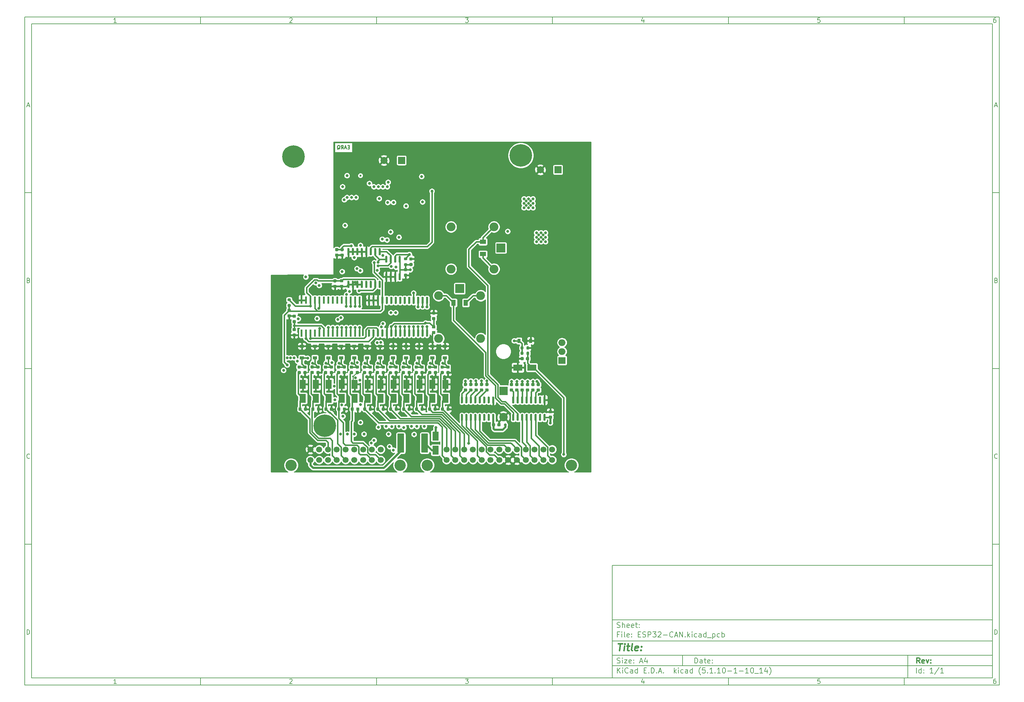
<source format=gbl>
G04 #@! TF.GenerationSoftware,KiCad,Pcbnew,(5.1.10-1-10_14)*
G04 #@! TF.CreationDate,2021-11-05T12:47:59+08:00*
G04 #@! TF.ProjectId,ESP32-CAN,45535033-322d-4434-914e-2e6b69636164,rev?*
G04 #@! TF.SameCoordinates,Original*
G04 #@! TF.FileFunction,Copper,L4,Bot*
G04 #@! TF.FilePolarity,Positive*
%FSLAX46Y46*%
G04 Gerber Fmt 4.6, Leading zero omitted, Abs format (unit mm)*
G04 Created by KiCad (PCBNEW (5.1.10-1-10_14)) date 2021-11-05 12:47:59*
%MOMM*%
%LPD*%
G01*
G04 APERTURE LIST*
%ADD10C,0.100000*%
%ADD11C,0.150000*%
%ADD12C,0.300000*%
%ADD13C,0.400000*%
G04 #@! TA.AperFunction,NonConductor*
%ADD14C,0.250000*%
G04 #@! TD*
G04 #@! TA.AperFunction,WasherPad*
%ADD15C,3.200000*%
G04 #@! TD*
G04 #@! TA.AperFunction,ComponentPad*
%ADD16C,1.700000*%
G04 #@! TD*
G04 #@! TA.AperFunction,SMDPad,CuDef*
%ADD17R,1.800000X2.500000*%
G04 #@! TD*
G04 #@! TA.AperFunction,SMDPad,CuDef*
%ADD18R,2.500000X1.800000*%
G04 #@! TD*
G04 #@! TA.AperFunction,SMDPad,CuDef*
%ADD19R,1.200000X0.900000*%
G04 #@! TD*
G04 #@! TA.AperFunction,SMDPad,CuDef*
%ADD20R,0.900000X1.200000*%
G04 #@! TD*
G04 #@! TA.AperFunction,SMDPad,CuDef*
%ADD21R,1.300000X1.700000*%
G04 #@! TD*
G04 #@! TA.AperFunction,SMDPad,CuDef*
%ADD22R,1.700000X1.300000*%
G04 #@! TD*
G04 #@! TA.AperFunction,ComponentPad*
%ADD23R,2.400000X2.400000*%
G04 #@! TD*
G04 #@! TA.AperFunction,ComponentPad*
%ADD24C,2.400000*%
G04 #@! TD*
G04 #@! TA.AperFunction,ComponentPad*
%ADD25O,2.000000X1.905000*%
G04 #@! TD*
G04 #@! TA.AperFunction,ComponentPad*
%ADD26R,2.000000X1.905000*%
G04 #@! TD*
G04 #@! TA.AperFunction,ComponentPad*
%ADD27R,2.500000X2.500000*%
G04 #@! TD*
G04 #@! TA.AperFunction,ComponentPad*
%ADD28O,2.500000X2.500000*%
G04 #@! TD*
G04 #@! TA.AperFunction,ComponentPad*
%ADD29C,0.800000*%
G04 #@! TD*
G04 #@! TA.AperFunction,ComponentPad*
%ADD30C,6.400000*%
G04 #@! TD*
G04 #@! TA.AperFunction,SMDPad,CuDef*
%ADD31R,0.600000X2.000000*%
G04 #@! TD*
G04 #@! TA.AperFunction,ComponentPad*
%ADD32R,2.000000X2.000000*%
G04 #@! TD*
G04 #@! TA.AperFunction,ComponentPad*
%ADD33C,2.000000*%
G04 #@! TD*
G04 #@! TA.AperFunction,ViaPad*
%ADD34C,0.800000*%
G04 #@! TD*
G04 #@! TA.AperFunction,ViaPad*
%ADD35C,0.600000*%
G04 #@! TD*
G04 #@! TA.AperFunction,Conductor*
%ADD36C,0.254000*%
G04 #@! TD*
G04 #@! TA.AperFunction,Conductor*
%ADD37C,0.203200*%
G04 #@! TD*
G04 #@! TA.AperFunction,Conductor*
%ADD38C,0.406400*%
G04 #@! TD*
G04 #@! TA.AperFunction,Conductor*
%ADD39C,0.609600*%
G04 #@! TD*
G04 #@! TA.AperFunction,Conductor*
%ADD40C,0.304800*%
G04 #@! TD*
G04 #@! TA.AperFunction,Conductor*
%ADD41C,0.100000*%
G04 #@! TD*
G04 APERTURE END LIST*
D10*
D11*
X177002200Y-166007200D02*
X177002200Y-198007200D01*
X285002200Y-198007200D01*
X285002200Y-166007200D01*
X177002200Y-166007200D01*
D10*
D11*
X10000000Y-10000000D02*
X10000000Y-200007200D01*
X287002200Y-200007200D01*
X287002200Y-10000000D01*
X10000000Y-10000000D01*
D10*
D11*
X12000000Y-12000000D02*
X12000000Y-198007200D01*
X285002200Y-198007200D01*
X285002200Y-12000000D01*
X12000000Y-12000000D01*
D10*
D11*
X60000000Y-12000000D02*
X60000000Y-10000000D01*
D10*
D11*
X110000000Y-12000000D02*
X110000000Y-10000000D01*
D10*
D11*
X160000000Y-12000000D02*
X160000000Y-10000000D01*
D10*
D11*
X210000000Y-12000000D02*
X210000000Y-10000000D01*
D10*
D11*
X260000000Y-12000000D02*
X260000000Y-10000000D01*
D10*
D11*
X36065476Y-11588095D02*
X35322619Y-11588095D01*
X35694047Y-11588095D02*
X35694047Y-10288095D01*
X35570238Y-10473809D01*
X35446428Y-10597619D01*
X35322619Y-10659523D01*
D10*
D11*
X85322619Y-10411904D02*
X85384523Y-10350000D01*
X85508333Y-10288095D01*
X85817857Y-10288095D01*
X85941666Y-10350000D01*
X86003571Y-10411904D01*
X86065476Y-10535714D01*
X86065476Y-10659523D01*
X86003571Y-10845238D01*
X85260714Y-11588095D01*
X86065476Y-11588095D01*
D10*
D11*
X135260714Y-10288095D02*
X136065476Y-10288095D01*
X135632142Y-10783333D01*
X135817857Y-10783333D01*
X135941666Y-10845238D01*
X136003571Y-10907142D01*
X136065476Y-11030952D01*
X136065476Y-11340476D01*
X136003571Y-11464285D01*
X135941666Y-11526190D01*
X135817857Y-11588095D01*
X135446428Y-11588095D01*
X135322619Y-11526190D01*
X135260714Y-11464285D01*
D10*
D11*
X185941666Y-10721428D02*
X185941666Y-11588095D01*
X185632142Y-10226190D02*
X185322619Y-11154761D01*
X186127380Y-11154761D01*
D10*
D11*
X236003571Y-10288095D02*
X235384523Y-10288095D01*
X235322619Y-10907142D01*
X235384523Y-10845238D01*
X235508333Y-10783333D01*
X235817857Y-10783333D01*
X235941666Y-10845238D01*
X236003571Y-10907142D01*
X236065476Y-11030952D01*
X236065476Y-11340476D01*
X236003571Y-11464285D01*
X235941666Y-11526190D01*
X235817857Y-11588095D01*
X235508333Y-11588095D01*
X235384523Y-11526190D01*
X235322619Y-11464285D01*
D10*
D11*
X285941666Y-10288095D02*
X285694047Y-10288095D01*
X285570238Y-10350000D01*
X285508333Y-10411904D01*
X285384523Y-10597619D01*
X285322619Y-10845238D01*
X285322619Y-11340476D01*
X285384523Y-11464285D01*
X285446428Y-11526190D01*
X285570238Y-11588095D01*
X285817857Y-11588095D01*
X285941666Y-11526190D01*
X286003571Y-11464285D01*
X286065476Y-11340476D01*
X286065476Y-11030952D01*
X286003571Y-10907142D01*
X285941666Y-10845238D01*
X285817857Y-10783333D01*
X285570238Y-10783333D01*
X285446428Y-10845238D01*
X285384523Y-10907142D01*
X285322619Y-11030952D01*
D10*
D11*
X60000000Y-198007200D02*
X60000000Y-200007200D01*
D10*
D11*
X110000000Y-198007200D02*
X110000000Y-200007200D01*
D10*
D11*
X160000000Y-198007200D02*
X160000000Y-200007200D01*
D10*
D11*
X210000000Y-198007200D02*
X210000000Y-200007200D01*
D10*
D11*
X260000000Y-198007200D02*
X260000000Y-200007200D01*
D10*
D11*
X36065476Y-199595295D02*
X35322619Y-199595295D01*
X35694047Y-199595295D02*
X35694047Y-198295295D01*
X35570238Y-198481009D01*
X35446428Y-198604819D01*
X35322619Y-198666723D01*
D10*
D11*
X85322619Y-198419104D02*
X85384523Y-198357200D01*
X85508333Y-198295295D01*
X85817857Y-198295295D01*
X85941666Y-198357200D01*
X86003571Y-198419104D01*
X86065476Y-198542914D01*
X86065476Y-198666723D01*
X86003571Y-198852438D01*
X85260714Y-199595295D01*
X86065476Y-199595295D01*
D10*
D11*
X135260714Y-198295295D02*
X136065476Y-198295295D01*
X135632142Y-198790533D01*
X135817857Y-198790533D01*
X135941666Y-198852438D01*
X136003571Y-198914342D01*
X136065476Y-199038152D01*
X136065476Y-199347676D01*
X136003571Y-199471485D01*
X135941666Y-199533390D01*
X135817857Y-199595295D01*
X135446428Y-199595295D01*
X135322619Y-199533390D01*
X135260714Y-199471485D01*
D10*
D11*
X185941666Y-198728628D02*
X185941666Y-199595295D01*
X185632142Y-198233390D02*
X185322619Y-199161961D01*
X186127380Y-199161961D01*
D10*
D11*
X236003571Y-198295295D02*
X235384523Y-198295295D01*
X235322619Y-198914342D01*
X235384523Y-198852438D01*
X235508333Y-198790533D01*
X235817857Y-198790533D01*
X235941666Y-198852438D01*
X236003571Y-198914342D01*
X236065476Y-199038152D01*
X236065476Y-199347676D01*
X236003571Y-199471485D01*
X235941666Y-199533390D01*
X235817857Y-199595295D01*
X235508333Y-199595295D01*
X235384523Y-199533390D01*
X235322619Y-199471485D01*
D10*
D11*
X285941666Y-198295295D02*
X285694047Y-198295295D01*
X285570238Y-198357200D01*
X285508333Y-198419104D01*
X285384523Y-198604819D01*
X285322619Y-198852438D01*
X285322619Y-199347676D01*
X285384523Y-199471485D01*
X285446428Y-199533390D01*
X285570238Y-199595295D01*
X285817857Y-199595295D01*
X285941666Y-199533390D01*
X286003571Y-199471485D01*
X286065476Y-199347676D01*
X286065476Y-199038152D01*
X286003571Y-198914342D01*
X285941666Y-198852438D01*
X285817857Y-198790533D01*
X285570238Y-198790533D01*
X285446428Y-198852438D01*
X285384523Y-198914342D01*
X285322619Y-199038152D01*
D10*
D11*
X10000000Y-60000000D02*
X12000000Y-60000000D01*
D10*
D11*
X10000000Y-110000000D02*
X12000000Y-110000000D01*
D10*
D11*
X10000000Y-160000000D02*
X12000000Y-160000000D01*
D10*
D11*
X10690476Y-35216666D02*
X11309523Y-35216666D01*
X10566666Y-35588095D02*
X11000000Y-34288095D01*
X11433333Y-35588095D01*
D10*
D11*
X11092857Y-84907142D02*
X11278571Y-84969047D01*
X11340476Y-85030952D01*
X11402380Y-85154761D01*
X11402380Y-85340476D01*
X11340476Y-85464285D01*
X11278571Y-85526190D01*
X11154761Y-85588095D01*
X10659523Y-85588095D01*
X10659523Y-84288095D01*
X11092857Y-84288095D01*
X11216666Y-84350000D01*
X11278571Y-84411904D01*
X11340476Y-84535714D01*
X11340476Y-84659523D01*
X11278571Y-84783333D01*
X11216666Y-84845238D01*
X11092857Y-84907142D01*
X10659523Y-84907142D01*
D10*
D11*
X11402380Y-135464285D02*
X11340476Y-135526190D01*
X11154761Y-135588095D01*
X11030952Y-135588095D01*
X10845238Y-135526190D01*
X10721428Y-135402380D01*
X10659523Y-135278571D01*
X10597619Y-135030952D01*
X10597619Y-134845238D01*
X10659523Y-134597619D01*
X10721428Y-134473809D01*
X10845238Y-134350000D01*
X11030952Y-134288095D01*
X11154761Y-134288095D01*
X11340476Y-134350000D01*
X11402380Y-134411904D01*
D10*
D11*
X10659523Y-185588095D02*
X10659523Y-184288095D01*
X10969047Y-184288095D01*
X11154761Y-184350000D01*
X11278571Y-184473809D01*
X11340476Y-184597619D01*
X11402380Y-184845238D01*
X11402380Y-185030952D01*
X11340476Y-185278571D01*
X11278571Y-185402380D01*
X11154761Y-185526190D01*
X10969047Y-185588095D01*
X10659523Y-185588095D01*
D10*
D11*
X287002200Y-60000000D02*
X285002200Y-60000000D01*
D10*
D11*
X287002200Y-110000000D02*
X285002200Y-110000000D01*
D10*
D11*
X287002200Y-160000000D02*
X285002200Y-160000000D01*
D10*
D11*
X285692676Y-35216666D02*
X286311723Y-35216666D01*
X285568866Y-35588095D02*
X286002200Y-34288095D01*
X286435533Y-35588095D01*
D10*
D11*
X286095057Y-84907142D02*
X286280771Y-84969047D01*
X286342676Y-85030952D01*
X286404580Y-85154761D01*
X286404580Y-85340476D01*
X286342676Y-85464285D01*
X286280771Y-85526190D01*
X286156961Y-85588095D01*
X285661723Y-85588095D01*
X285661723Y-84288095D01*
X286095057Y-84288095D01*
X286218866Y-84350000D01*
X286280771Y-84411904D01*
X286342676Y-84535714D01*
X286342676Y-84659523D01*
X286280771Y-84783333D01*
X286218866Y-84845238D01*
X286095057Y-84907142D01*
X285661723Y-84907142D01*
D10*
D11*
X286404580Y-135464285D02*
X286342676Y-135526190D01*
X286156961Y-135588095D01*
X286033152Y-135588095D01*
X285847438Y-135526190D01*
X285723628Y-135402380D01*
X285661723Y-135278571D01*
X285599819Y-135030952D01*
X285599819Y-134845238D01*
X285661723Y-134597619D01*
X285723628Y-134473809D01*
X285847438Y-134350000D01*
X286033152Y-134288095D01*
X286156961Y-134288095D01*
X286342676Y-134350000D01*
X286404580Y-134411904D01*
D10*
D11*
X285661723Y-185588095D02*
X285661723Y-184288095D01*
X285971247Y-184288095D01*
X286156961Y-184350000D01*
X286280771Y-184473809D01*
X286342676Y-184597619D01*
X286404580Y-184845238D01*
X286404580Y-185030952D01*
X286342676Y-185278571D01*
X286280771Y-185402380D01*
X286156961Y-185526190D01*
X285971247Y-185588095D01*
X285661723Y-185588095D01*
D10*
D11*
X200434342Y-193785771D02*
X200434342Y-192285771D01*
X200791485Y-192285771D01*
X201005771Y-192357200D01*
X201148628Y-192500057D01*
X201220057Y-192642914D01*
X201291485Y-192928628D01*
X201291485Y-193142914D01*
X201220057Y-193428628D01*
X201148628Y-193571485D01*
X201005771Y-193714342D01*
X200791485Y-193785771D01*
X200434342Y-193785771D01*
X202577200Y-193785771D02*
X202577200Y-193000057D01*
X202505771Y-192857200D01*
X202362914Y-192785771D01*
X202077200Y-192785771D01*
X201934342Y-192857200D01*
X202577200Y-193714342D02*
X202434342Y-193785771D01*
X202077200Y-193785771D01*
X201934342Y-193714342D01*
X201862914Y-193571485D01*
X201862914Y-193428628D01*
X201934342Y-193285771D01*
X202077200Y-193214342D01*
X202434342Y-193214342D01*
X202577200Y-193142914D01*
X203077200Y-192785771D02*
X203648628Y-192785771D01*
X203291485Y-192285771D02*
X203291485Y-193571485D01*
X203362914Y-193714342D01*
X203505771Y-193785771D01*
X203648628Y-193785771D01*
X204720057Y-193714342D02*
X204577200Y-193785771D01*
X204291485Y-193785771D01*
X204148628Y-193714342D01*
X204077200Y-193571485D01*
X204077200Y-193000057D01*
X204148628Y-192857200D01*
X204291485Y-192785771D01*
X204577200Y-192785771D01*
X204720057Y-192857200D01*
X204791485Y-193000057D01*
X204791485Y-193142914D01*
X204077200Y-193285771D01*
X205434342Y-193642914D02*
X205505771Y-193714342D01*
X205434342Y-193785771D01*
X205362914Y-193714342D01*
X205434342Y-193642914D01*
X205434342Y-193785771D01*
X205434342Y-192857200D02*
X205505771Y-192928628D01*
X205434342Y-193000057D01*
X205362914Y-192928628D01*
X205434342Y-192857200D01*
X205434342Y-193000057D01*
D10*
D11*
X177002200Y-194507200D02*
X285002200Y-194507200D01*
D10*
D11*
X178434342Y-196585771D02*
X178434342Y-195085771D01*
X179291485Y-196585771D02*
X178648628Y-195728628D01*
X179291485Y-195085771D02*
X178434342Y-195942914D01*
X179934342Y-196585771D02*
X179934342Y-195585771D01*
X179934342Y-195085771D02*
X179862914Y-195157200D01*
X179934342Y-195228628D01*
X180005771Y-195157200D01*
X179934342Y-195085771D01*
X179934342Y-195228628D01*
X181505771Y-196442914D02*
X181434342Y-196514342D01*
X181220057Y-196585771D01*
X181077200Y-196585771D01*
X180862914Y-196514342D01*
X180720057Y-196371485D01*
X180648628Y-196228628D01*
X180577200Y-195942914D01*
X180577200Y-195728628D01*
X180648628Y-195442914D01*
X180720057Y-195300057D01*
X180862914Y-195157200D01*
X181077200Y-195085771D01*
X181220057Y-195085771D01*
X181434342Y-195157200D01*
X181505771Y-195228628D01*
X182791485Y-196585771D02*
X182791485Y-195800057D01*
X182720057Y-195657200D01*
X182577200Y-195585771D01*
X182291485Y-195585771D01*
X182148628Y-195657200D01*
X182791485Y-196514342D02*
X182648628Y-196585771D01*
X182291485Y-196585771D01*
X182148628Y-196514342D01*
X182077200Y-196371485D01*
X182077200Y-196228628D01*
X182148628Y-196085771D01*
X182291485Y-196014342D01*
X182648628Y-196014342D01*
X182791485Y-195942914D01*
X184148628Y-196585771D02*
X184148628Y-195085771D01*
X184148628Y-196514342D02*
X184005771Y-196585771D01*
X183720057Y-196585771D01*
X183577200Y-196514342D01*
X183505771Y-196442914D01*
X183434342Y-196300057D01*
X183434342Y-195871485D01*
X183505771Y-195728628D01*
X183577200Y-195657200D01*
X183720057Y-195585771D01*
X184005771Y-195585771D01*
X184148628Y-195657200D01*
X186005771Y-195800057D02*
X186505771Y-195800057D01*
X186720057Y-196585771D02*
X186005771Y-196585771D01*
X186005771Y-195085771D01*
X186720057Y-195085771D01*
X187362914Y-196442914D02*
X187434342Y-196514342D01*
X187362914Y-196585771D01*
X187291485Y-196514342D01*
X187362914Y-196442914D01*
X187362914Y-196585771D01*
X188077200Y-196585771D02*
X188077200Y-195085771D01*
X188434342Y-195085771D01*
X188648628Y-195157200D01*
X188791485Y-195300057D01*
X188862914Y-195442914D01*
X188934342Y-195728628D01*
X188934342Y-195942914D01*
X188862914Y-196228628D01*
X188791485Y-196371485D01*
X188648628Y-196514342D01*
X188434342Y-196585771D01*
X188077200Y-196585771D01*
X189577200Y-196442914D02*
X189648628Y-196514342D01*
X189577200Y-196585771D01*
X189505771Y-196514342D01*
X189577200Y-196442914D01*
X189577200Y-196585771D01*
X190220057Y-196157200D02*
X190934342Y-196157200D01*
X190077200Y-196585771D02*
X190577200Y-195085771D01*
X191077200Y-196585771D01*
X191577200Y-196442914D02*
X191648628Y-196514342D01*
X191577200Y-196585771D01*
X191505771Y-196514342D01*
X191577200Y-196442914D01*
X191577200Y-196585771D01*
X194577200Y-196585771D02*
X194577200Y-195085771D01*
X194720057Y-196014342D02*
X195148628Y-196585771D01*
X195148628Y-195585771D02*
X194577200Y-196157200D01*
X195791485Y-196585771D02*
X195791485Y-195585771D01*
X195791485Y-195085771D02*
X195720057Y-195157200D01*
X195791485Y-195228628D01*
X195862914Y-195157200D01*
X195791485Y-195085771D01*
X195791485Y-195228628D01*
X197148628Y-196514342D02*
X197005771Y-196585771D01*
X196720057Y-196585771D01*
X196577200Y-196514342D01*
X196505771Y-196442914D01*
X196434342Y-196300057D01*
X196434342Y-195871485D01*
X196505771Y-195728628D01*
X196577200Y-195657200D01*
X196720057Y-195585771D01*
X197005771Y-195585771D01*
X197148628Y-195657200D01*
X198434342Y-196585771D02*
X198434342Y-195800057D01*
X198362914Y-195657200D01*
X198220057Y-195585771D01*
X197934342Y-195585771D01*
X197791485Y-195657200D01*
X198434342Y-196514342D02*
X198291485Y-196585771D01*
X197934342Y-196585771D01*
X197791485Y-196514342D01*
X197720057Y-196371485D01*
X197720057Y-196228628D01*
X197791485Y-196085771D01*
X197934342Y-196014342D01*
X198291485Y-196014342D01*
X198434342Y-195942914D01*
X199791485Y-196585771D02*
X199791485Y-195085771D01*
X199791485Y-196514342D02*
X199648628Y-196585771D01*
X199362914Y-196585771D01*
X199220057Y-196514342D01*
X199148628Y-196442914D01*
X199077200Y-196300057D01*
X199077200Y-195871485D01*
X199148628Y-195728628D01*
X199220057Y-195657200D01*
X199362914Y-195585771D01*
X199648628Y-195585771D01*
X199791485Y-195657200D01*
X202077200Y-197157200D02*
X202005771Y-197085771D01*
X201862914Y-196871485D01*
X201791485Y-196728628D01*
X201720057Y-196514342D01*
X201648628Y-196157200D01*
X201648628Y-195871485D01*
X201720057Y-195514342D01*
X201791485Y-195300057D01*
X201862914Y-195157200D01*
X202005771Y-194942914D01*
X202077200Y-194871485D01*
X203362914Y-195085771D02*
X202648628Y-195085771D01*
X202577200Y-195800057D01*
X202648628Y-195728628D01*
X202791485Y-195657200D01*
X203148628Y-195657200D01*
X203291485Y-195728628D01*
X203362914Y-195800057D01*
X203434342Y-195942914D01*
X203434342Y-196300057D01*
X203362914Y-196442914D01*
X203291485Y-196514342D01*
X203148628Y-196585771D01*
X202791485Y-196585771D01*
X202648628Y-196514342D01*
X202577200Y-196442914D01*
X204077200Y-196442914D02*
X204148628Y-196514342D01*
X204077200Y-196585771D01*
X204005771Y-196514342D01*
X204077200Y-196442914D01*
X204077200Y-196585771D01*
X205577200Y-196585771D02*
X204720057Y-196585771D01*
X205148628Y-196585771D02*
X205148628Y-195085771D01*
X205005771Y-195300057D01*
X204862914Y-195442914D01*
X204720057Y-195514342D01*
X206220057Y-196442914D02*
X206291485Y-196514342D01*
X206220057Y-196585771D01*
X206148628Y-196514342D01*
X206220057Y-196442914D01*
X206220057Y-196585771D01*
X207720057Y-196585771D02*
X206862914Y-196585771D01*
X207291485Y-196585771D02*
X207291485Y-195085771D01*
X207148628Y-195300057D01*
X207005771Y-195442914D01*
X206862914Y-195514342D01*
X208648628Y-195085771D02*
X208791485Y-195085771D01*
X208934342Y-195157200D01*
X209005771Y-195228628D01*
X209077200Y-195371485D01*
X209148628Y-195657200D01*
X209148628Y-196014342D01*
X209077200Y-196300057D01*
X209005771Y-196442914D01*
X208934342Y-196514342D01*
X208791485Y-196585771D01*
X208648628Y-196585771D01*
X208505771Y-196514342D01*
X208434342Y-196442914D01*
X208362914Y-196300057D01*
X208291485Y-196014342D01*
X208291485Y-195657200D01*
X208362914Y-195371485D01*
X208434342Y-195228628D01*
X208505771Y-195157200D01*
X208648628Y-195085771D01*
X209791485Y-196014342D02*
X210934342Y-196014342D01*
X212434342Y-196585771D02*
X211577200Y-196585771D01*
X212005771Y-196585771D02*
X212005771Y-195085771D01*
X211862914Y-195300057D01*
X211720057Y-195442914D01*
X211577200Y-195514342D01*
X213077200Y-196014342D02*
X214220057Y-196014342D01*
X215720057Y-196585771D02*
X214862914Y-196585771D01*
X215291485Y-196585771D02*
X215291485Y-195085771D01*
X215148628Y-195300057D01*
X215005771Y-195442914D01*
X214862914Y-195514342D01*
X216648628Y-195085771D02*
X216791485Y-195085771D01*
X216934342Y-195157200D01*
X217005771Y-195228628D01*
X217077200Y-195371485D01*
X217148628Y-195657200D01*
X217148628Y-196014342D01*
X217077200Y-196300057D01*
X217005771Y-196442914D01*
X216934342Y-196514342D01*
X216791485Y-196585771D01*
X216648628Y-196585771D01*
X216505771Y-196514342D01*
X216434342Y-196442914D01*
X216362914Y-196300057D01*
X216291485Y-196014342D01*
X216291485Y-195657200D01*
X216362914Y-195371485D01*
X216434342Y-195228628D01*
X216505771Y-195157200D01*
X216648628Y-195085771D01*
X217434342Y-196728628D02*
X218577200Y-196728628D01*
X219720057Y-196585771D02*
X218862914Y-196585771D01*
X219291485Y-196585771D02*
X219291485Y-195085771D01*
X219148628Y-195300057D01*
X219005771Y-195442914D01*
X218862914Y-195514342D01*
X221005771Y-195585771D02*
X221005771Y-196585771D01*
X220648628Y-195014342D02*
X220291485Y-196085771D01*
X221220057Y-196085771D01*
X221648628Y-197157200D02*
X221720057Y-197085771D01*
X221862914Y-196871485D01*
X221934342Y-196728628D01*
X222005771Y-196514342D01*
X222077200Y-196157200D01*
X222077200Y-195871485D01*
X222005771Y-195514342D01*
X221934342Y-195300057D01*
X221862914Y-195157200D01*
X221720057Y-194942914D01*
X221648628Y-194871485D01*
D10*
D11*
X177002200Y-191507200D02*
X285002200Y-191507200D01*
D10*
D12*
X264411485Y-193785771D02*
X263911485Y-193071485D01*
X263554342Y-193785771D02*
X263554342Y-192285771D01*
X264125771Y-192285771D01*
X264268628Y-192357200D01*
X264340057Y-192428628D01*
X264411485Y-192571485D01*
X264411485Y-192785771D01*
X264340057Y-192928628D01*
X264268628Y-193000057D01*
X264125771Y-193071485D01*
X263554342Y-193071485D01*
X265625771Y-193714342D02*
X265482914Y-193785771D01*
X265197200Y-193785771D01*
X265054342Y-193714342D01*
X264982914Y-193571485D01*
X264982914Y-193000057D01*
X265054342Y-192857200D01*
X265197200Y-192785771D01*
X265482914Y-192785771D01*
X265625771Y-192857200D01*
X265697200Y-193000057D01*
X265697200Y-193142914D01*
X264982914Y-193285771D01*
X266197200Y-192785771D02*
X266554342Y-193785771D01*
X266911485Y-192785771D01*
X267482914Y-193642914D02*
X267554342Y-193714342D01*
X267482914Y-193785771D01*
X267411485Y-193714342D01*
X267482914Y-193642914D01*
X267482914Y-193785771D01*
X267482914Y-192857200D02*
X267554342Y-192928628D01*
X267482914Y-193000057D01*
X267411485Y-192928628D01*
X267482914Y-192857200D01*
X267482914Y-193000057D01*
D10*
D11*
X178362914Y-193714342D02*
X178577200Y-193785771D01*
X178934342Y-193785771D01*
X179077200Y-193714342D01*
X179148628Y-193642914D01*
X179220057Y-193500057D01*
X179220057Y-193357200D01*
X179148628Y-193214342D01*
X179077200Y-193142914D01*
X178934342Y-193071485D01*
X178648628Y-193000057D01*
X178505771Y-192928628D01*
X178434342Y-192857200D01*
X178362914Y-192714342D01*
X178362914Y-192571485D01*
X178434342Y-192428628D01*
X178505771Y-192357200D01*
X178648628Y-192285771D01*
X179005771Y-192285771D01*
X179220057Y-192357200D01*
X179862914Y-193785771D02*
X179862914Y-192785771D01*
X179862914Y-192285771D02*
X179791485Y-192357200D01*
X179862914Y-192428628D01*
X179934342Y-192357200D01*
X179862914Y-192285771D01*
X179862914Y-192428628D01*
X180434342Y-192785771D02*
X181220057Y-192785771D01*
X180434342Y-193785771D01*
X181220057Y-193785771D01*
X182362914Y-193714342D02*
X182220057Y-193785771D01*
X181934342Y-193785771D01*
X181791485Y-193714342D01*
X181720057Y-193571485D01*
X181720057Y-193000057D01*
X181791485Y-192857200D01*
X181934342Y-192785771D01*
X182220057Y-192785771D01*
X182362914Y-192857200D01*
X182434342Y-193000057D01*
X182434342Y-193142914D01*
X181720057Y-193285771D01*
X183077200Y-193642914D02*
X183148628Y-193714342D01*
X183077200Y-193785771D01*
X183005771Y-193714342D01*
X183077200Y-193642914D01*
X183077200Y-193785771D01*
X183077200Y-192857200D02*
X183148628Y-192928628D01*
X183077200Y-193000057D01*
X183005771Y-192928628D01*
X183077200Y-192857200D01*
X183077200Y-193000057D01*
X184862914Y-193357200D02*
X185577200Y-193357200D01*
X184720057Y-193785771D02*
X185220057Y-192285771D01*
X185720057Y-193785771D01*
X186862914Y-192785771D02*
X186862914Y-193785771D01*
X186505771Y-192214342D02*
X186148628Y-193285771D01*
X187077200Y-193285771D01*
D10*
D11*
X263434342Y-196585771D02*
X263434342Y-195085771D01*
X264791485Y-196585771D02*
X264791485Y-195085771D01*
X264791485Y-196514342D02*
X264648628Y-196585771D01*
X264362914Y-196585771D01*
X264220057Y-196514342D01*
X264148628Y-196442914D01*
X264077200Y-196300057D01*
X264077200Y-195871485D01*
X264148628Y-195728628D01*
X264220057Y-195657200D01*
X264362914Y-195585771D01*
X264648628Y-195585771D01*
X264791485Y-195657200D01*
X265505771Y-196442914D02*
X265577200Y-196514342D01*
X265505771Y-196585771D01*
X265434342Y-196514342D01*
X265505771Y-196442914D01*
X265505771Y-196585771D01*
X265505771Y-195657200D02*
X265577200Y-195728628D01*
X265505771Y-195800057D01*
X265434342Y-195728628D01*
X265505771Y-195657200D01*
X265505771Y-195800057D01*
X268148628Y-196585771D02*
X267291485Y-196585771D01*
X267720057Y-196585771D02*
X267720057Y-195085771D01*
X267577200Y-195300057D01*
X267434342Y-195442914D01*
X267291485Y-195514342D01*
X269862914Y-195014342D02*
X268577200Y-196942914D01*
X271148628Y-196585771D02*
X270291485Y-196585771D01*
X270720057Y-196585771D02*
X270720057Y-195085771D01*
X270577200Y-195300057D01*
X270434342Y-195442914D01*
X270291485Y-195514342D01*
D10*
D11*
X177002200Y-187507200D02*
X285002200Y-187507200D01*
D10*
D13*
X178714580Y-188211961D02*
X179857438Y-188211961D01*
X179036009Y-190211961D02*
X179286009Y-188211961D01*
X180274104Y-190211961D02*
X180440771Y-188878628D01*
X180524104Y-188211961D02*
X180416961Y-188307200D01*
X180500295Y-188402438D01*
X180607438Y-188307200D01*
X180524104Y-188211961D01*
X180500295Y-188402438D01*
X181107438Y-188878628D02*
X181869342Y-188878628D01*
X181476485Y-188211961D02*
X181262200Y-189926247D01*
X181333628Y-190116723D01*
X181512200Y-190211961D01*
X181702676Y-190211961D01*
X182655057Y-190211961D02*
X182476485Y-190116723D01*
X182405057Y-189926247D01*
X182619342Y-188211961D01*
X184190771Y-190116723D02*
X183988390Y-190211961D01*
X183607438Y-190211961D01*
X183428866Y-190116723D01*
X183357438Y-189926247D01*
X183452676Y-189164342D01*
X183571723Y-188973866D01*
X183774104Y-188878628D01*
X184155057Y-188878628D01*
X184333628Y-188973866D01*
X184405057Y-189164342D01*
X184381247Y-189354819D01*
X183405057Y-189545295D01*
X185155057Y-190021485D02*
X185238390Y-190116723D01*
X185131247Y-190211961D01*
X185047914Y-190116723D01*
X185155057Y-190021485D01*
X185131247Y-190211961D01*
X185286009Y-188973866D02*
X185369342Y-189069104D01*
X185262200Y-189164342D01*
X185178866Y-189069104D01*
X185286009Y-188973866D01*
X185262200Y-189164342D01*
D10*
D11*
X178934342Y-185600057D02*
X178434342Y-185600057D01*
X178434342Y-186385771D02*
X178434342Y-184885771D01*
X179148628Y-184885771D01*
X179720057Y-186385771D02*
X179720057Y-185385771D01*
X179720057Y-184885771D02*
X179648628Y-184957200D01*
X179720057Y-185028628D01*
X179791485Y-184957200D01*
X179720057Y-184885771D01*
X179720057Y-185028628D01*
X180648628Y-186385771D02*
X180505771Y-186314342D01*
X180434342Y-186171485D01*
X180434342Y-184885771D01*
X181791485Y-186314342D02*
X181648628Y-186385771D01*
X181362914Y-186385771D01*
X181220057Y-186314342D01*
X181148628Y-186171485D01*
X181148628Y-185600057D01*
X181220057Y-185457200D01*
X181362914Y-185385771D01*
X181648628Y-185385771D01*
X181791485Y-185457200D01*
X181862914Y-185600057D01*
X181862914Y-185742914D01*
X181148628Y-185885771D01*
X182505771Y-186242914D02*
X182577200Y-186314342D01*
X182505771Y-186385771D01*
X182434342Y-186314342D01*
X182505771Y-186242914D01*
X182505771Y-186385771D01*
X182505771Y-185457200D02*
X182577200Y-185528628D01*
X182505771Y-185600057D01*
X182434342Y-185528628D01*
X182505771Y-185457200D01*
X182505771Y-185600057D01*
X184362914Y-185600057D02*
X184862914Y-185600057D01*
X185077200Y-186385771D02*
X184362914Y-186385771D01*
X184362914Y-184885771D01*
X185077200Y-184885771D01*
X185648628Y-186314342D02*
X185862914Y-186385771D01*
X186220057Y-186385771D01*
X186362914Y-186314342D01*
X186434342Y-186242914D01*
X186505771Y-186100057D01*
X186505771Y-185957200D01*
X186434342Y-185814342D01*
X186362914Y-185742914D01*
X186220057Y-185671485D01*
X185934342Y-185600057D01*
X185791485Y-185528628D01*
X185720057Y-185457200D01*
X185648628Y-185314342D01*
X185648628Y-185171485D01*
X185720057Y-185028628D01*
X185791485Y-184957200D01*
X185934342Y-184885771D01*
X186291485Y-184885771D01*
X186505771Y-184957200D01*
X187148628Y-186385771D02*
X187148628Y-184885771D01*
X187720057Y-184885771D01*
X187862914Y-184957200D01*
X187934342Y-185028628D01*
X188005771Y-185171485D01*
X188005771Y-185385771D01*
X187934342Y-185528628D01*
X187862914Y-185600057D01*
X187720057Y-185671485D01*
X187148628Y-185671485D01*
X188505771Y-184885771D02*
X189434342Y-184885771D01*
X188934342Y-185457200D01*
X189148628Y-185457200D01*
X189291485Y-185528628D01*
X189362914Y-185600057D01*
X189434342Y-185742914D01*
X189434342Y-186100057D01*
X189362914Y-186242914D01*
X189291485Y-186314342D01*
X189148628Y-186385771D01*
X188720057Y-186385771D01*
X188577200Y-186314342D01*
X188505771Y-186242914D01*
X190005771Y-185028628D02*
X190077200Y-184957200D01*
X190220057Y-184885771D01*
X190577200Y-184885771D01*
X190720057Y-184957200D01*
X190791485Y-185028628D01*
X190862914Y-185171485D01*
X190862914Y-185314342D01*
X190791485Y-185528628D01*
X189934342Y-186385771D01*
X190862914Y-186385771D01*
X191505771Y-185814342D02*
X192648628Y-185814342D01*
X194220057Y-186242914D02*
X194148628Y-186314342D01*
X193934342Y-186385771D01*
X193791485Y-186385771D01*
X193577200Y-186314342D01*
X193434342Y-186171485D01*
X193362914Y-186028628D01*
X193291485Y-185742914D01*
X193291485Y-185528628D01*
X193362914Y-185242914D01*
X193434342Y-185100057D01*
X193577200Y-184957200D01*
X193791485Y-184885771D01*
X193934342Y-184885771D01*
X194148628Y-184957200D01*
X194220057Y-185028628D01*
X194791485Y-185957200D02*
X195505771Y-185957200D01*
X194648628Y-186385771D02*
X195148628Y-184885771D01*
X195648628Y-186385771D01*
X196148628Y-186385771D02*
X196148628Y-184885771D01*
X197005771Y-186385771D01*
X197005771Y-184885771D01*
X197720057Y-186242914D02*
X197791485Y-186314342D01*
X197720057Y-186385771D01*
X197648628Y-186314342D01*
X197720057Y-186242914D01*
X197720057Y-186385771D01*
X198434342Y-186385771D02*
X198434342Y-184885771D01*
X198577200Y-185814342D02*
X199005771Y-186385771D01*
X199005771Y-185385771D02*
X198434342Y-185957200D01*
X199648628Y-186385771D02*
X199648628Y-185385771D01*
X199648628Y-184885771D02*
X199577200Y-184957200D01*
X199648628Y-185028628D01*
X199720057Y-184957200D01*
X199648628Y-184885771D01*
X199648628Y-185028628D01*
X201005771Y-186314342D02*
X200862914Y-186385771D01*
X200577200Y-186385771D01*
X200434342Y-186314342D01*
X200362914Y-186242914D01*
X200291485Y-186100057D01*
X200291485Y-185671485D01*
X200362914Y-185528628D01*
X200434342Y-185457200D01*
X200577200Y-185385771D01*
X200862914Y-185385771D01*
X201005771Y-185457200D01*
X202291485Y-186385771D02*
X202291485Y-185600057D01*
X202220057Y-185457200D01*
X202077200Y-185385771D01*
X201791485Y-185385771D01*
X201648628Y-185457200D01*
X202291485Y-186314342D02*
X202148628Y-186385771D01*
X201791485Y-186385771D01*
X201648628Y-186314342D01*
X201577200Y-186171485D01*
X201577200Y-186028628D01*
X201648628Y-185885771D01*
X201791485Y-185814342D01*
X202148628Y-185814342D01*
X202291485Y-185742914D01*
X203648628Y-186385771D02*
X203648628Y-184885771D01*
X203648628Y-186314342D02*
X203505771Y-186385771D01*
X203220057Y-186385771D01*
X203077200Y-186314342D01*
X203005771Y-186242914D01*
X202934342Y-186100057D01*
X202934342Y-185671485D01*
X203005771Y-185528628D01*
X203077200Y-185457200D01*
X203220057Y-185385771D01*
X203505771Y-185385771D01*
X203648628Y-185457200D01*
X204005771Y-186528628D02*
X205148628Y-186528628D01*
X205505771Y-185385771D02*
X205505771Y-186885771D01*
X205505771Y-185457200D02*
X205648628Y-185385771D01*
X205934342Y-185385771D01*
X206077200Y-185457200D01*
X206148628Y-185528628D01*
X206220057Y-185671485D01*
X206220057Y-186100057D01*
X206148628Y-186242914D01*
X206077200Y-186314342D01*
X205934342Y-186385771D01*
X205648628Y-186385771D01*
X205505771Y-186314342D01*
X207505771Y-186314342D02*
X207362914Y-186385771D01*
X207077200Y-186385771D01*
X206934342Y-186314342D01*
X206862914Y-186242914D01*
X206791485Y-186100057D01*
X206791485Y-185671485D01*
X206862914Y-185528628D01*
X206934342Y-185457200D01*
X207077200Y-185385771D01*
X207362914Y-185385771D01*
X207505771Y-185457200D01*
X208148628Y-186385771D02*
X208148628Y-184885771D01*
X208148628Y-185457200D02*
X208291485Y-185385771D01*
X208577200Y-185385771D01*
X208720057Y-185457200D01*
X208791485Y-185528628D01*
X208862914Y-185671485D01*
X208862914Y-186100057D01*
X208791485Y-186242914D01*
X208720057Y-186314342D01*
X208577200Y-186385771D01*
X208291485Y-186385771D01*
X208148628Y-186314342D01*
D10*
D11*
X177002200Y-181507200D02*
X285002200Y-181507200D01*
D10*
D11*
X178362914Y-183614342D02*
X178577200Y-183685771D01*
X178934342Y-183685771D01*
X179077200Y-183614342D01*
X179148628Y-183542914D01*
X179220057Y-183400057D01*
X179220057Y-183257200D01*
X179148628Y-183114342D01*
X179077200Y-183042914D01*
X178934342Y-182971485D01*
X178648628Y-182900057D01*
X178505771Y-182828628D01*
X178434342Y-182757200D01*
X178362914Y-182614342D01*
X178362914Y-182471485D01*
X178434342Y-182328628D01*
X178505771Y-182257200D01*
X178648628Y-182185771D01*
X179005771Y-182185771D01*
X179220057Y-182257200D01*
X179862914Y-183685771D02*
X179862914Y-182185771D01*
X180505771Y-183685771D02*
X180505771Y-182900057D01*
X180434342Y-182757200D01*
X180291485Y-182685771D01*
X180077200Y-182685771D01*
X179934342Y-182757200D01*
X179862914Y-182828628D01*
X181791485Y-183614342D02*
X181648628Y-183685771D01*
X181362914Y-183685771D01*
X181220057Y-183614342D01*
X181148628Y-183471485D01*
X181148628Y-182900057D01*
X181220057Y-182757200D01*
X181362914Y-182685771D01*
X181648628Y-182685771D01*
X181791485Y-182757200D01*
X181862914Y-182900057D01*
X181862914Y-183042914D01*
X181148628Y-183185771D01*
X183077200Y-183614342D02*
X182934342Y-183685771D01*
X182648628Y-183685771D01*
X182505771Y-183614342D01*
X182434342Y-183471485D01*
X182434342Y-182900057D01*
X182505771Y-182757200D01*
X182648628Y-182685771D01*
X182934342Y-182685771D01*
X183077200Y-182757200D01*
X183148628Y-182900057D01*
X183148628Y-183042914D01*
X182434342Y-183185771D01*
X183577200Y-182685771D02*
X184148628Y-182685771D01*
X183791485Y-182185771D02*
X183791485Y-183471485D01*
X183862914Y-183614342D01*
X184005771Y-183685771D01*
X184148628Y-183685771D01*
X184648628Y-183542914D02*
X184720057Y-183614342D01*
X184648628Y-183685771D01*
X184577200Y-183614342D01*
X184648628Y-183542914D01*
X184648628Y-183685771D01*
X184648628Y-182757200D02*
X184720057Y-182828628D01*
X184648628Y-182900057D01*
X184577200Y-182828628D01*
X184648628Y-182757200D01*
X184648628Y-182900057D01*
D10*
D11*
X197002200Y-191507200D02*
X197002200Y-194507200D01*
D10*
D11*
X261002200Y-191507200D02*
X261002200Y-198007200D01*
D14*
X102250666Y-46982071D02*
X101917333Y-46982071D01*
X101774476Y-47505880D02*
X102250666Y-47505880D01*
X102250666Y-46505880D01*
X101774476Y-46505880D01*
X101393523Y-47220166D02*
X100917333Y-47220166D01*
X101488761Y-47505880D02*
X101155428Y-46505880D01*
X100822095Y-47505880D01*
X99917333Y-47505880D02*
X100250666Y-47029690D01*
X100488761Y-47505880D02*
X100488761Y-46505880D01*
X100107809Y-46505880D01*
X100012571Y-46553500D01*
X99964952Y-46601119D01*
X99917333Y-46696357D01*
X99917333Y-46839214D01*
X99964952Y-46934452D01*
X100012571Y-46982071D01*
X100107809Y-47029690D01*
X100488761Y-47029690D01*
X98822095Y-47601119D02*
X98917333Y-47553500D01*
X99012571Y-47458261D01*
X99155428Y-47315404D01*
X99250666Y-47267785D01*
X99345904Y-47267785D01*
X99298285Y-47505880D02*
X99393523Y-47458261D01*
X99488761Y-47363023D01*
X99536380Y-47172547D01*
X99536380Y-46839214D01*
X99488761Y-46648738D01*
X99393523Y-46553500D01*
X99298285Y-46505880D01*
X99107809Y-46505880D01*
X99012571Y-46553500D01*
X98917333Y-46648738D01*
X98869714Y-46839214D01*
X98869714Y-47172547D01*
X98917333Y-47363023D01*
X99012571Y-47458261D01*
X99107809Y-47505880D01*
X99298285Y-47505880D01*
D15*
X85693600Y-137500000D03*
X116693600Y-137500000D03*
D16*
X101193600Y-136000000D03*
X101193600Y-133000000D03*
X91193600Y-133000000D03*
X93693600Y-133000000D03*
X96193600Y-133000000D03*
X98693600Y-133000000D03*
X111193600Y-133000000D03*
X108693600Y-133000000D03*
X106193600Y-133000000D03*
X103693600Y-133000000D03*
X111193600Y-136000000D03*
X108693600Y-136000000D03*
X106193600Y-136000000D03*
X103693600Y-136000000D03*
X91193600Y-136000000D03*
X93693600Y-136000000D03*
X96193600Y-136000000D03*
X98693600Y-136000000D03*
X144894300Y-133000000D03*
X147394300Y-133000000D03*
X149894300Y-133000000D03*
X152394300Y-133000000D03*
X154894300Y-133000000D03*
X157394300Y-133000000D03*
X159894300Y-133000000D03*
X142394300Y-133000000D03*
X139894300Y-133000000D03*
X137394300Y-133000000D03*
X134894300Y-133000000D03*
X132394300Y-133000000D03*
X129894300Y-133000000D03*
X144894300Y-136000000D03*
X142394300Y-136000000D03*
X139894300Y-136000000D03*
X137394300Y-136000000D03*
X134894300Y-136000000D03*
X132394300Y-136000000D03*
X129894300Y-136000000D03*
X147394300Y-136000000D03*
X149894300Y-136000000D03*
X152394300Y-136000000D03*
X154894300Y-136000000D03*
X157394300Y-136000000D03*
X159894300Y-136000000D03*
D15*
X165394300Y-137500000D03*
X124394300Y-137500000D03*
G04 #@! TA.AperFunction,SMDPad,CuDef*
G36*
G01*
X118512000Y-79204000D02*
X117962000Y-79204000D01*
G75*
G02*
X117762000Y-79004000I0J200000D01*
G01*
X117762000Y-78604000D01*
G75*
G02*
X117962000Y-78404000I200000J0D01*
G01*
X118512000Y-78404000D01*
G75*
G02*
X118712000Y-78604000I0J-200000D01*
G01*
X118712000Y-79004000D01*
G75*
G02*
X118512000Y-79204000I-200000J0D01*
G01*
G37*
G04 #@! TD.AperFunction*
G04 #@! TA.AperFunction,SMDPad,CuDef*
G36*
G01*
X118512000Y-80854000D02*
X117962000Y-80854000D01*
G75*
G02*
X117762000Y-80654000I0J200000D01*
G01*
X117762000Y-80254000D01*
G75*
G02*
X117962000Y-80054000I200000J0D01*
G01*
X118512000Y-80054000D01*
G75*
G02*
X118712000Y-80254000I0J-200000D01*
G01*
X118712000Y-80654000D01*
G75*
G02*
X118512000Y-80854000I-200000J0D01*
G01*
G37*
G04 #@! TD.AperFunction*
G04 #@! TA.AperFunction,SMDPad,CuDef*
G36*
G01*
X84878500Y-91674500D02*
X85428500Y-91674500D01*
G75*
G02*
X85628500Y-91874500I0J-200000D01*
G01*
X85628500Y-92274500D01*
G75*
G02*
X85428500Y-92474500I-200000J0D01*
G01*
X84878500Y-92474500D01*
G75*
G02*
X84678500Y-92274500I0J200000D01*
G01*
X84678500Y-91874500D01*
G75*
G02*
X84878500Y-91674500I200000J0D01*
G01*
G37*
G04 #@! TD.AperFunction*
G04 #@! TA.AperFunction,SMDPad,CuDef*
G36*
G01*
X84878500Y-90024500D02*
X85428500Y-90024500D01*
G75*
G02*
X85628500Y-90224500I0J-200000D01*
G01*
X85628500Y-90624500D01*
G75*
G02*
X85428500Y-90824500I-200000J0D01*
G01*
X84878500Y-90824500D01*
G75*
G02*
X84678500Y-90624500I0J200000D01*
G01*
X84678500Y-90224500D01*
G75*
G02*
X84878500Y-90024500I200000J0D01*
G01*
G37*
G04 #@! TD.AperFunction*
G04 #@! TA.AperFunction,SMDPad,CuDef*
G36*
G01*
X84903500Y-94559000D02*
X85403500Y-94559000D01*
G75*
G02*
X85628500Y-94784000I0J-225000D01*
G01*
X85628500Y-95234000D01*
G75*
G02*
X85403500Y-95459000I-225000J0D01*
G01*
X84903500Y-95459000D01*
G75*
G02*
X84678500Y-95234000I0J225000D01*
G01*
X84678500Y-94784000D01*
G75*
G02*
X84903500Y-94559000I225000J0D01*
G01*
G37*
G04 #@! TD.AperFunction*
G04 #@! TA.AperFunction,SMDPad,CuDef*
G36*
G01*
X84903500Y-93009000D02*
X85403500Y-93009000D01*
G75*
G02*
X85628500Y-93234000I0J-225000D01*
G01*
X85628500Y-93684000D01*
G75*
G02*
X85403500Y-93909000I-225000J0D01*
G01*
X84903500Y-93909000D01*
G75*
G02*
X84678500Y-93684000I0J225000D01*
G01*
X84678500Y-93234000D01*
G75*
G02*
X84903500Y-93009000I225000J0D01*
G01*
G37*
G04 #@! TD.AperFunction*
G04 #@! TA.AperFunction,SMDPad,CuDef*
G36*
G01*
X111021000Y-87082000D02*
X110721000Y-87082000D01*
G75*
G02*
X110571000Y-86932000I0J150000D01*
G01*
X110571000Y-85182000D01*
G75*
G02*
X110721000Y-85032000I150000J0D01*
G01*
X111021000Y-85032000D01*
G75*
G02*
X111171000Y-85182000I0J-150000D01*
G01*
X111171000Y-86932000D01*
G75*
G02*
X111021000Y-87082000I-150000J0D01*
G01*
G37*
G04 #@! TD.AperFunction*
G04 #@! TA.AperFunction,SMDPad,CuDef*
G36*
G01*
X109751000Y-87082000D02*
X109451000Y-87082000D01*
G75*
G02*
X109301000Y-86932000I0J150000D01*
G01*
X109301000Y-85182000D01*
G75*
G02*
X109451000Y-85032000I150000J0D01*
G01*
X109751000Y-85032000D01*
G75*
G02*
X109901000Y-85182000I0J-150000D01*
G01*
X109901000Y-86932000D01*
G75*
G02*
X109751000Y-87082000I-150000J0D01*
G01*
G37*
G04 #@! TD.AperFunction*
G04 #@! TA.AperFunction,SMDPad,CuDef*
G36*
G01*
X108481000Y-87082000D02*
X108181000Y-87082000D01*
G75*
G02*
X108031000Y-86932000I0J150000D01*
G01*
X108031000Y-85182000D01*
G75*
G02*
X108181000Y-85032000I150000J0D01*
G01*
X108481000Y-85032000D01*
G75*
G02*
X108631000Y-85182000I0J-150000D01*
G01*
X108631000Y-86932000D01*
G75*
G02*
X108481000Y-87082000I-150000J0D01*
G01*
G37*
G04 #@! TD.AperFunction*
G04 #@! TA.AperFunction,SMDPad,CuDef*
G36*
G01*
X107211000Y-87082000D02*
X106911000Y-87082000D01*
G75*
G02*
X106761000Y-86932000I0J150000D01*
G01*
X106761000Y-85182000D01*
G75*
G02*
X106911000Y-85032000I150000J0D01*
G01*
X107211000Y-85032000D01*
G75*
G02*
X107361000Y-85182000I0J-150000D01*
G01*
X107361000Y-86932000D01*
G75*
G02*
X107211000Y-87082000I-150000J0D01*
G01*
G37*
G04 #@! TD.AperFunction*
G04 #@! TA.AperFunction,SMDPad,CuDef*
G36*
G01*
X105941000Y-87082000D02*
X105641000Y-87082000D01*
G75*
G02*
X105491000Y-86932000I0J150000D01*
G01*
X105491000Y-85182000D01*
G75*
G02*
X105641000Y-85032000I150000J0D01*
G01*
X105941000Y-85032000D01*
G75*
G02*
X106091000Y-85182000I0J-150000D01*
G01*
X106091000Y-86932000D01*
G75*
G02*
X105941000Y-87082000I-150000J0D01*
G01*
G37*
G04 #@! TD.AperFunction*
G04 #@! TA.AperFunction,SMDPad,CuDef*
G36*
G01*
X104671000Y-87082000D02*
X104371000Y-87082000D01*
G75*
G02*
X104221000Y-86932000I0J150000D01*
G01*
X104221000Y-85182000D01*
G75*
G02*
X104371000Y-85032000I150000J0D01*
G01*
X104671000Y-85032000D01*
G75*
G02*
X104821000Y-85182000I0J-150000D01*
G01*
X104821000Y-86932000D01*
G75*
G02*
X104671000Y-87082000I-150000J0D01*
G01*
G37*
G04 #@! TD.AperFunction*
G04 #@! TA.AperFunction,SMDPad,CuDef*
G36*
G01*
X103401000Y-87082000D02*
X103101000Y-87082000D01*
G75*
G02*
X102951000Y-86932000I0J150000D01*
G01*
X102951000Y-85182000D01*
G75*
G02*
X103101000Y-85032000I150000J0D01*
G01*
X103401000Y-85032000D01*
G75*
G02*
X103551000Y-85182000I0J-150000D01*
G01*
X103551000Y-86932000D01*
G75*
G02*
X103401000Y-87082000I-150000J0D01*
G01*
G37*
G04 #@! TD.AperFunction*
G04 #@! TA.AperFunction,SMDPad,CuDef*
G36*
G01*
X102131000Y-87082000D02*
X101831000Y-87082000D01*
G75*
G02*
X101681000Y-86932000I0J150000D01*
G01*
X101681000Y-85182000D01*
G75*
G02*
X101831000Y-85032000I150000J0D01*
G01*
X102131000Y-85032000D01*
G75*
G02*
X102281000Y-85182000I0J-150000D01*
G01*
X102281000Y-86932000D01*
G75*
G02*
X102131000Y-87082000I-150000J0D01*
G01*
G37*
G04 #@! TD.AperFunction*
G04 #@! TA.AperFunction,SMDPad,CuDef*
G36*
G01*
X102131000Y-77782000D02*
X101831000Y-77782000D01*
G75*
G02*
X101681000Y-77632000I0J150000D01*
G01*
X101681000Y-75882000D01*
G75*
G02*
X101831000Y-75732000I150000J0D01*
G01*
X102131000Y-75732000D01*
G75*
G02*
X102281000Y-75882000I0J-150000D01*
G01*
X102281000Y-77632000D01*
G75*
G02*
X102131000Y-77782000I-150000J0D01*
G01*
G37*
G04 #@! TD.AperFunction*
G04 #@! TA.AperFunction,SMDPad,CuDef*
G36*
G01*
X103401000Y-77782000D02*
X103101000Y-77782000D01*
G75*
G02*
X102951000Y-77632000I0J150000D01*
G01*
X102951000Y-75882000D01*
G75*
G02*
X103101000Y-75732000I150000J0D01*
G01*
X103401000Y-75732000D01*
G75*
G02*
X103551000Y-75882000I0J-150000D01*
G01*
X103551000Y-77632000D01*
G75*
G02*
X103401000Y-77782000I-150000J0D01*
G01*
G37*
G04 #@! TD.AperFunction*
G04 #@! TA.AperFunction,SMDPad,CuDef*
G36*
G01*
X104671000Y-77782000D02*
X104371000Y-77782000D01*
G75*
G02*
X104221000Y-77632000I0J150000D01*
G01*
X104221000Y-75882000D01*
G75*
G02*
X104371000Y-75732000I150000J0D01*
G01*
X104671000Y-75732000D01*
G75*
G02*
X104821000Y-75882000I0J-150000D01*
G01*
X104821000Y-77632000D01*
G75*
G02*
X104671000Y-77782000I-150000J0D01*
G01*
G37*
G04 #@! TD.AperFunction*
G04 #@! TA.AperFunction,SMDPad,CuDef*
G36*
G01*
X105941000Y-77782000D02*
X105641000Y-77782000D01*
G75*
G02*
X105491000Y-77632000I0J150000D01*
G01*
X105491000Y-75882000D01*
G75*
G02*
X105641000Y-75732000I150000J0D01*
G01*
X105941000Y-75732000D01*
G75*
G02*
X106091000Y-75882000I0J-150000D01*
G01*
X106091000Y-77632000D01*
G75*
G02*
X105941000Y-77782000I-150000J0D01*
G01*
G37*
G04 #@! TD.AperFunction*
G04 #@! TA.AperFunction,SMDPad,CuDef*
G36*
G01*
X107211000Y-77782000D02*
X106911000Y-77782000D01*
G75*
G02*
X106761000Y-77632000I0J150000D01*
G01*
X106761000Y-75882000D01*
G75*
G02*
X106911000Y-75732000I150000J0D01*
G01*
X107211000Y-75732000D01*
G75*
G02*
X107361000Y-75882000I0J-150000D01*
G01*
X107361000Y-77632000D01*
G75*
G02*
X107211000Y-77782000I-150000J0D01*
G01*
G37*
G04 #@! TD.AperFunction*
G04 #@! TA.AperFunction,SMDPad,CuDef*
G36*
G01*
X108481000Y-77782000D02*
X108181000Y-77782000D01*
G75*
G02*
X108031000Y-77632000I0J150000D01*
G01*
X108031000Y-75882000D01*
G75*
G02*
X108181000Y-75732000I150000J0D01*
G01*
X108481000Y-75732000D01*
G75*
G02*
X108631000Y-75882000I0J-150000D01*
G01*
X108631000Y-77632000D01*
G75*
G02*
X108481000Y-77782000I-150000J0D01*
G01*
G37*
G04 #@! TD.AperFunction*
G04 #@! TA.AperFunction,SMDPad,CuDef*
G36*
G01*
X109751000Y-77782000D02*
X109451000Y-77782000D01*
G75*
G02*
X109301000Y-77632000I0J150000D01*
G01*
X109301000Y-75882000D01*
G75*
G02*
X109451000Y-75732000I150000J0D01*
G01*
X109751000Y-75732000D01*
G75*
G02*
X109901000Y-75882000I0J-150000D01*
G01*
X109901000Y-77632000D01*
G75*
G02*
X109751000Y-77782000I-150000J0D01*
G01*
G37*
G04 #@! TD.AperFunction*
G04 #@! TA.AperFunction,SMDPad,CuDef*
G36*
G01*
X111021000Y-77782000D02*
X110721000Y-77782000D01*
G75*
G02*
X110571000Y-77632000I0J150000D01*
G01*
X110571000Y-75882000D01*
G75*
G02*
X110721000Y-75732000I150000J0D01*
G01*
X111021000Y-75732000D01*
G75*
G02*
X111171000Y-75882000I0J-150000D01*
G01*
X111171000Y-77632000D01*
G75*
G02*
X111021000Y-77782000I-150000J0D01*
G01*
G37*
G04 #@! TD.AperFunction*
D17*
X126746000Y-133191000D03*
X126746000Y-129191000D03*
X89027000Y-118459000D03*
X89027000Y-114459000D03*
X96393000Y-118459000D03*
X96393000Y-114459000D03*
D18*
X154146000Y-109728000D03*
X150146000Y-109728000D03*
D19*
X88773000Y-103633000D03*
X88773000Y-106933000D03*
D17*
X92710000Y-118459000D03*
X92710000Y-114459000D03*
X100076000Y-118459000D03*
X100076000Y-114459000D03*
D19*
X99949000Y-103633000D03*
X99949000Y-106933000D03*
D20*
X153796000Y-102108000D03*
X150496000Y-102108000D03*
D21*
X131854000Y-91313000D03*
X135354000Y-91313000D03*
D22*
X140208000Y-73942000D03*
X140208000Y-77442000D03*
D17*
X103759000Y-118459000D03*
X103759000Y-114459000D03*
D19*
X103632000Y-103633000D03*
X103632000Y-106933000D03*
D17*
X114808000Y-118459000D03*
X114808000Y-114459000D03*
D19*
X114681000Y-103633000D03*
X114681000Y-106933000D03*
D17*
X125857000Y-118459000D03*
X125857000Y-114459000D03*
X122174000Y-118459000D03*
X122174000Y-114459000D03*
X129540000Y-118459000D03*
X129540000Y-114459000D03*
X118491000Y-118459000D03*
X118491000Y-114459000D03*
X107442000Y-118459000D03*
X107442000Y-114459000D03*
X111125000Y-118459000D03*
X111125000Y-114459000D03*
D19*
X125857000Y-103633000D03*
X125857000Y-106933000D03*
X122047000Y-103633000D03*
X122047000Y-106933000D03*
X129413000Y-103633000D03*
X129413000Y-106933000D03*
X118364000Y-103633000D03*
X118364000Y-106933000D03*
X107315000Y-103633000D03*
X107315000Y-106933000D03*
X110998000Y-103633000D03*
X110998000Y-106933000D03*
X96266000Y-103633000D03*
X96266000Y-106933000D03*
X92456000Y-103633000D03*
X92456000Y-106933000D03*
G04 #@! TA.AperFunction,SMDPad,CuDef*
G36*
G01*
X142793000Y-126234000D02*
X142793000Y-125734000D01*
G75*
G02*
X143018000Y-125509000I225000J0D01*
G01*
X143468000Y-125509000D01*
G75*
G02*
X143693000Y-125734000I0J-225000D01*
G01*
X143693000Y-126234000D01*
G75*
G02*
X143468000Y-126459000I-225000J0D01*
G01*
X143018000Y-126459000D01*
G75*
G02*
X142793000Y-126234000I0J225000D01*
G01*
G37*
G04 #@! TD.AperFunction*
G04 #@! TA.AperFunction,SMDPad,CuDef*
G36*
G01*
X144343000Y-126234000D02*
X144343000Y-125734000D01*
G75*
G02*
X144568000Y-125509000I225000J0D01*
G01*
X145018000Y-125509000D01*
G75*
G02*
X145243000Y-125734000I0J-225000D01*
G01*
X145243000Y-126234000D01*
G75*
G02*
X145018000Y-126459000I-225000J0D01*
G01*
X144568000Y-126459000D01*
G75*
G02*
X144343000Y-126234000I0J225000D01*
G01*
G37*
G04 #@! TD.AperFunction*
G04 #@! TA.AperFunction,SMDPad,CuDef*
G36*
G01*
X159635000Y-124288000D02*
X159135000Y-124288000D01*
G75*
G02*
X158910000Y-124063000I0J225000D01*
G01*
X158910000Y-123613000D01*
G75*
G02*
X159135000Y-123388000I225000J0D01*
G01*
X159635000Y-123388000D01*
G75*
G02*
X159860000Y-123613000I0J-225000D01*
G01*
X159860000Y-124063000D01*
G75*
G02*
X159635000Y-124288000I-225000J0D01*
G01*
G37*
G04 #@! TD.AperFunction*
G04 #@! TA.AperFunction,SMDPad,CuDef*
G36*
G01*
X159635000Y-122738000D02*
X159135000Y-122738000D01*
G75*
G02*
X158910000Y-122513000I0J225000D01*
G01*
X158910000Y-122063000D01*
G75*
G02*
X159135000Y-121838000I225000J0D01*
G01*
X159635000Y-121838000D01*
G75*
G02*
X159860000Y-122063000I0J-225000D01*
G01*
X159860000Y-122513000D01*
G75*
G02*
X159635000Y-122738000I-225000J0D01*
G01*
G37*
G04 #@! TD.AperFunction*
D23*
X146050000Y-116332000D03*
D24*
X146050000Y-123832000D03*
D25*
X162710000Y-102616000D03*
X162710000Y-105156000D03*
D26*
X162710000Y-107696000D03*
G04 #@! TA.AperFunction,SMDPad,CuDef*
G36*
G01*
X124483000Y-91625000D02*
X124183000Y-91625000D01*
G75*
G02*
X124033000Y-91475000I0J150000D01*
G01*
X124033000Y-89725000D01*
G75*
G02*
X124183000Y-89575000I150000J0D01*
G01*
X124483000Y-89575000D01*
G75*
G02*
X124633000Y-89725000I0J-150000D01*
G01*
X124633000Y-91475000D01*
G75*
G02*
X124483000Y-91625000I-150000J0D01*
G01*
G37*
G04 #@! TD.AperFunction*
G04 #@! TA.AperFunction,SMDPad,CuDef*
G36*
G01*
X123213000Y-91625000D02*
X122913000Y-91625000D01*
G75*
G02*
X122763000Y-91475000I0J150000D01*
G01*
X122763000Y-89725000D01*
G75*
G02*
X122913000Y-89575000I150000J0D01*
G01*
X123213000Y-89575000D01*
G75*
G02*
X123363000Y-89725000I0J-150000D01*
G01*
X123363000Y-91475000D01*
G75*
G02*
X123213000Y-91625000I-150000J0D01*
G01*
G37*
G04 #@! TD.AperFunction*
G04 #@! TA.AperFunction,SMDPad,CuDef*
G36*
G01*
X121943000Y-91625000D02*
X121643000Y-91625000D01*
G75*
G02*
X121493000Y-91475000I0J150000D01*
G01*
X121493000Y-89725000D01*
G75*
G02*
X121643000Y-89575000I150000J0D01*
G01*
X121943000Y-89575000D01*
G75*
G02*
X122093000Y-89725000I0J-150000D01*
G01*
X122093000Y-91475000D01*
G75*
G02*
X121943000Y-91625000I-150000J0D01*
G01*
G37*
G04 #@! TD.AperFunction*
G04 #@! TA.AperFunction,SMDPad,CuDef*
G36*
G01*
X120673000Y-91625000D02*
X120373000Y-91625000D01*
G75*
G02*
X120223000Y-91475000I0J150000D01*
G01*
X120223000Y-89725000D01*
G75*
G02*
X120373000Y-89575000I150000J0D01*
G01*
X120673000Y-89575000D01*
G75*
G02*
X120823000Y-89725000I0J-150000D01*
G01*
X120823000Y-91475000D01*
G75*
G02*
X120673000Y-91625000I-150000J0D01*
G01*
G37*
G04 #@! TD.AperFunction*
G04 #@! TA.AperFunction,SMDPad,CuDef*
G36*
G01*
X119403000Y-91625000D02*
X119103000Y-91625000D01*
G75*
G02*
X118953000Y-91475000I0J150000D01*
G01*
X118953000Y-89725000D01*
G75*
G02*
X119103000Y-89575000I150000J0D01*
G01*
X119403000Y-89575000D01*
G75*
G02*
X119553000Y-89725000I0J-150000D01*
G01*
X119553000Y-91475000D01*
G75*
G02*
X119403000Y-91625000I-150000J0D01*
G01*
G37*
G04 #@! TD.AperFunction*
G04 #@! TA.AperFunction,SMDPad,CuDef*
G36*
G01*
X118133000Y-91625000D02*
X117833000Y-91625000D01*
G75*
G02*
X117683000Y-91475000I0J150000D01*
G01*
X117683000Y-89725000D01*
G75*
G02*
X117833000Y-89575000I150000J0D01*
G01*
X118133000Y-89575000D01*
G75*
G02*
X118283000Y-89725000I0J-150000D01*
G01*
X118283000Y-91475000D01*
G75*
G02*
X118133000Y-91625000I-150000J0D01*
G01*
G37*
G04 #@! TD.AperFunction*
G04 #@! TA.AperFunction,SMDPad,CuDef*
G36*
G01*
X116863000Y-91625000D02*
X116563000Y-91625000D01*
G75*
G02*
X116413000Y-91475000I0J150000D01*
G01*
X116413000Y-89725000D01*
G75*
G02*
X116563000Y-89575000I150000J0D01*
G01*
X116863000Y-89575000D01*
G75*
G02*
X117013000Y-89725000I0J-150000D01*
G01*
X117013000Y-91475000D01*
G75*
G02*
X116863000Y-91625000I-150000J0D01*
G01*
G37*
G04 #@! TD.AperFunction*
G04 #@! TA.AperFunction,SMDPad,CuDef*
G36*
G01*
X115593000Y-91625000D02*
X115293000Y-91625000D01*
G75*
G02*
X115143000Y-91475000I0J150000D01*
G01*
X115143000Y-89725000D01*
G75*
G02*
X115293000Y-89575000I150000J0D01*
G01*
X115593000Y-89575000D01*
G75*
G02*
X115743000Y-89725000I0J-150000D01*
G01*
X115743000Y-91475000D01*
G75*
G02*
X115593000Y-91625000I-150000J0D01*
G01*
G37*
G04 #@! TD.AperFunction*
G04 #@! TA.AperFunction,SMDPad,CuDef*
G36*
G01*
X114323000Y-91625000D02*
X114023000Y-91625000D01*
G75*
G02*
X113873000Y-91475000I0J150000D01*
G01*
X113873000Y-89725000D01*
G75*
G02*
X114023000Y-89575000I150000J0D01*
G01*
X114323000Y-89575000D01*
G75*
G02*
X114473000Y-89725000I0J-150000D01*
G01*
X114473000Y-91475000D01*
G75*
G02*
X114323000Y-91625000I-150000J0D01*
G01*
G37*
G04 #@! TD.AperFunction*
G04 #@! TA.AperFunction,SMDPad,CuDef*
G36*
G01*
X113053000Y-91625000D02*
X112753000Y-91625000D01*
G75*
G02*
X112603000Y-91475000I0J150000D01*
G01*
X112603000Y-89725000D01*
G75*
G02*
X112753000Y-89575000I150000J0D01*
G01*
X113053000Y-89575000D01*
G75*
G02*
X113203000Y-89725000I0J-150000D01*
G01*
X113203000Y-91475000D01*
G75*
G02*
X113053000Y-91625000I-150000J0D01*
G01*
G37*
G04 #@! TD.AperFunction*
G04 #@! TA.AperFunction,SMDPad,CuDef*
G36*
G01*
X111783000Y-91625000D02*
X111483000Y-91625000D01*
G75*
G02*
X111333000Y-91475000I0J150000D01*
G01*
X111333000Y-89725000D01*
G75*
G02*
X111483000Y-89575000I150000J0D01*
G01*
X111783000Y-89575000D01*
G75*
G02*
X111933000Y-89725000I0J-150000D01*
G01*
X111933000Y-91475000D01*
G75*
G02*
X111783000Y-91625000I-150000J0D01*
G01*
G37*
G04 #@! TD.AperFunction*
G04 #@! TA.AperFunction,SMDPad,CuDef*
G36*
G01*
X110513000Y-91625000D02*
X110213000Y-91625000D01*
G75*
G02*
X110063000Y-91475000I0J150000D01*
G01*
X110063000Y-89725000D01*
G75*
G02*
X110213000Y-89575000I150000J0D01*
G01*
X110513000Y-89575000D01*
G75*
G02*
X110663000Y-89725000I0J-150000D01*
G01*
X110663000Y-91475000D01*
G75*
G02*
X110513000Y-91625000I-150000J0D01*
G01*
G37*
G04 #@! TD.AperFunction*
G04 #@! TA.AperFunction,SMDPad,CuDef*
G36*
G01*
X109243000Y-91625000D02*
X108943000Y-91625000D01*
G75*
G02*
X108793000Y-91475000I0J150000D01*
G01*
X108793000Y-89725000D01*
G75*
G02*
X108943000Y-89575000I150000J0D01*
G01*
X109243000Y-89575000D01*
G75*
G02*
X109393000Y-89725000I0J-150000D01*
G01*
X109393000Y-91475000D01*
G75*
G02*
X109243000Y-91625000I-150000J0D01*
G01*
G37*
G04 #@! TD.AperFunction*
G04 #@! TA.AperFunction,SMDPad,CuDef*
G36*
G01*
X107973000Y-91625000D02*
X107673000Y-91625000D01*
G75*
G02*
X107523000Y-91475000I0J150000D01*
G01*
X107523000Y-89725000D01*
G75*
G02*
X107673000Y-89575000I150000J0D01*
G01*
X107973000Y-89575000D01*
G75*
G02*
X108123000Y-89725000I0J-150000D01*
G01*
X108123000Y-91475000D01*
G75*
G02*
X107973000Y-91625000I-150000J0D01*
G01*
G37*
G04 #@! TD.AperFunction*
G04 #@! TA.AperFunction,SMDPad,CuDef*
G36*
G01*
X107973000Y-100925000D02*
X107673000Y-100925000D01*
G75*
G02*
X107523000Y-100775000I0J150000D01*
G01*
X107523000Y-99025000D01*
G75*
G02*
X107673000Y-98875000I150000J0D01*
G01*
X107973000Y-98875000D01*
G75*
G02*
X108123000Y-99025000I0J-150000D01*
G01*
X108123000Y-100775000D01*
G75*
G02*
X107973000Y-100925000I-150000J0D01*
G01*
G37*
G04 #@! TD.AperFunction*
G04 #@! TA.AperFunction,SMDPad,CuDef*
G36*
G01*
X109243000Y-100925000D02*
X108943000Y-100925000D01*
G75*
G02*
X108793000Y-100775000I0J150000D01*
G01*
X108793000Y-99025000D01*
G75*
G02*
X108943000Y-98875000I150000J0D01*
G01*
X109243000Y-98875000D01*
G75*
G02*
X109393000Y-99025000I0J-150000D01*
G01*
X109393000Y-100775000D01*
G75*
G02*
X109243000Y-100925000I-150000J0D01*
G01*
G37*
G04 #@! TD.AperFunction*
G04 #@! TA.AperFunction,SMDPad,CuDef*
G36*
G01*
X110513000Y-100925000D02*
X110213000Y-100925000D01*
G75*
G02*
X110063000Y-100775000I0J150000D01*
G01*
X110063000Y-99025000D01*
G75*
G02*
X110213000Y-98875000I150000J0D01*
G01*
X110513000Y-98875000D01*
G75*
G02*
X110663000Y-99025000I0J-150000D01*
G01*
X110663000Y-100775000D01*
G75*
G02*
X110513000Y-100925000I-150000J0D01*
G01*
G37*
G04 #@! TD.AperFunction*
G04 #@! TA.AperFunction,SMDPad,CuDef*
G36*
G01*
X111783000Y-100925000D02*
X111483000Y-100925000D01*
G75*
G02*
X111333000Y-100775000I0J150000D01*
G01*
X111333000Y-99025000D01*
G75*
G02*
X111483000Y-98875000I150000J0D01*
G01*
X111783000Y-98875000D01*
G75*
G02*
X111933000Y-99025000I0J-150000D01*
G01*
X111933000Y-100775000D01*
G75*
G02*
X111783000Y-100925000I-150000J0D01*
G01*
G37*
G04 #@! TD.AperFunction*
G04 #@! TA.AperFunction,SMDPad,CuDef*
G36*
G01*
X113053000Y-100925000D02*
X112753000Y-100925000D01*
G75*
G02*
X112603000Y-100775000I0J150000D01*
G01*
X112603000Y-99025000D01*
G75*
G02*
X112753000Y-98875000I150000J0D01*
G01*
X113053000Y-98875000D01*
G75*
G02*
X113203000Y-99025000I0J-150000D01*
G01*
X113203000Y-100775000D01*
G75*
G02*
X113053000Y-100925000I-150000J0D01*
G01*
G37*
G04 #@! TD.AperFunction*
G04 #@! TA.AperFunction,SMDPad,CuDef*
G36*
G01*
X114323000Y-100925000D02*
X114023000Y-100925000D01*
G75*
G02*
X113873000Y-100775000I0J150000D01*
G01*
X113873000Y-99025000D01*
G75*
G02*
X114023000Y-98875000I150000J0D01*
G01*
X114323000Y-98875000D01*
G75*
G02*
X114473000Y-99025000I0J-150000D01*
G01*
X114473000Y-100775000D01*
G75*
G02*
X114323000Y-100925000I-150000J0D01*
G01*
G37*
G04 #@! TD.AperFunction*
G04 #@! TA.AperFunction,SMDPad,CuDef*
G36*
G01*
X115593000Y-100925000D02*
X115293000Y-100925000D01*
G75*
G02*
X115143000Y-100775000I0J150000D01*
G01*
X115143000Y-99025000D01*
G75*
G02*
X115293000Y-98875000I150000J0D01*
G01*
X115593000Y-98875000D01*
G75*
G02*
X115743000Y-99025000I0J-150000D01*
G01*
X115743000Y-100775000D01*
G75*
G02*
X115593000Y-100925000I-150000J0D01*
G01*
G37*
G04 #@! TD.AperFunction*
G04 #@! TA.AperFunction,SMDPad,CuDef*
G36*
G01*
X116863000Y-100925000D02*
X116563000Y-100925000D01*
G75*
G02*
X116413000Y-100775000I0J150000D01*
G01*
X116413000Y-99025000D01*
G75*
G02*
X116563000Y-98875000I150000J0D01*
G01*
X116863000Y-98875000D01*
G75*
G02*
X117013000Y-99025000I0J-150000D01*
G01*
X117013000Y-100775000D01*
G75*
G02*
X116863000Y-100925000I-150000J0D01*
G01*
G37*
G04 #@! TD.AperFunction*
G04 #@! TA.AperFunction,SMDPad,CuDef*
G36*
G01*
X118133000Y-100925000D02*
X117833000Y-100925000D01*
G75*
G02*
X117683000Y-100775000I0J150000D01*
G01*
X117683000Y-99025000D01*
G75*
G02*
X117833000Y-98875000I150000J0D01*
G01*
X118133000Y-98875000D01*
G75*
G02*
X118283000Y-99025000I0J-150000D01*
G01*
X118283000Y-100775000D01*
G75*
G02*
X118133000Y-100925000I-150000J0D01*
G01*
G37*
G04 #@! TD.AperFunction*
G04 #@! TA.AperFunction,SMDPad,CuDef*
G36*
G01*
X119403000Y-100925000D02*
X119103000Y-100925000D01*
G75*
G02*
X118953000Y-100775000I0J150000D01*
G01*
X118953000Y-99025000D01*
G75*
G02*
X119103000Y-98875000I150000J0D01*
G01*
X119403000Y-98875000D01*
G75*
G02*
X119553000Y-99025000I0J-150000D01*
G01*
X119553000Y-100775000D01*
G75*
G02*
X119403000Y-100925000I-150000J0D01*
G01*
G37*
G04 #@! TD.AperFunction*
G04 #@! TA.AperFunction,SMDPad,CuDef*
G36*
G01*
X120673000Y-100925000D02*
X120373000Y-100925000D01*
G75*
G02*
X120223000Y-100775000I0J150000D01*
G01*
X120223000Y-99025000D01*
G75*
G02*
X120373000Y-98875000I150000J0D01*
G01*
X120673000Y-98875000D01*
G75*
G02*
X120823000Y-99025000I0J-150000D01*
G01*
X120823000Y-100775000D01*
G75*
G02*
X120673000Y-100925000I-150000J0D01*
G01*
G37*
G04 #@! TD.AperFunction*
G04 #@! TA.AperFunction,SMDPad,CuDef*
G36*
G01*
X121943000Y-100925000D02*
X121643000Y-100925000D01*
G75*
G02*
X121493000Y-100775000I0J150000D01*
G01*
X121493000Y-99025000D01*
G75*
G02*
X121643000Y-98875000I150000J0D01*
G01*
X121943000Y-98875000D01*
G75*
G02*
X122093000Y-99025000I0J-150000D01*
G01*
X122093000Y-100775000D01*
G75*
G02*
X121943000Y-100925000I-150000J0D01*
G01*
G37*
G04 #@! TD.AperFunction*
G04 #@! TA.AperFunction,SMDPad,CuDef*
G36*
G01*
X123213000Y-100925000D02*
X122913000Y-100925000D01*
G75*
G02*
X122763000Y-100775000I0J150000D01*
G01*
X122763000Y-99025000D01*
G75*
G02*
X122913000Y-98875000I150000J0D01*
G01*
X123213000Y-98875000D01*
G75*
G02*
X123363000Y-99025000I0J-150000D01*
G01*
X123363000Y-100775000D01*
G75*
G02*
X123213000Y-100925000I-150000J0D01*
G01*
G37*
G04 #@! TD.AperFunction*
G04 #@! TA.AperFunction,SMDPad,CuDef*
G36*
G01*
X124483000Y-100925000D02*
X124183000Y-100925000D01*
G75*
G02*
X124033000Y-100775000I0J150000D01*
G01*
X124033000Y-99025000D01*
G75*
G02*
X124183000Y-98875000I150000J0D01*
G01*
X124483000Y-98875000D01*
G75*
G02*
X124633000Y-99025000I0J-150000D01*
G01*
X124633000Y-100775000D01*
G75*
G02*
X124483000Y-100925000I-150000J0D01*
G01*
G37*
G04 #@! TD.AperFunction*
D27*
X145351500Y-75692000D03*
D28*
X143351500Y-69692000D03*
X131151500Y-69692000D03*
X131151500Y-81692000D03*
X143351500Y-81692000D03*
G04 #@! TA.AperFunction,SMDPad,CuDef*
G36*
G01*
X152571000Y-105939000D02*
X152571000Y-105389000D01*
G75*
G02*
X152771000Y-105189000I200000J0D01*
G01*
X153171000Y-105189000D01*
G75*
G02*
X153371000Y-105389000I0J-200000D01*
G01*
X153371000Y-105939000D01*
G75*
G02*
X153171000Y-106139000I-200000J0D01*
G01*
X152771000Y-106139000D01*
G75*
G02*
X152571000Y-105939000I0J200000D01*
G01*
G37*
G04 #@! TD.AperFunction*
G04 #@! TA.AperFunction,SMDPad,CuDef*
G36*
G01*
X150921000Y-105939000D02*
X150921000Y-105389000D01*
G75*
G02*
X151121000Y-105189000I200000J0D01*
G01*
X151521000Y-105189000D01*
G75*
G02*
X151721000Y-105389000I0J-200000D01*
G01*
X151721000Y-105939000D01*
G75*
G02*
X151521000Y-106139000I-200000J0D01*
G01*
X151121000Y-106139000D01*
G75*
G02*
X150921000Y-105939000I0J200000D01*
G01*
G37*
G04 #@! TD.AperFunction*
G04 #@! TA.AperFunction,SMDPad,CuDef*
G36*
G01*
X152571000Y-104415000D02*
X152571000Y-103865000D01*
G75*
G02*
X152771000Y-103665000I200000J0D01*
G01*
X153171000Y-103665000D01*
G75*
G02*
X153371000Y-103865000I0J-200000D01*
G01*
X153371000Y-104415000D01*
G75*
G02*
X153171000Y-104615000I-200000J0D01*
G01*
X152771000Y-104615000D01*
G75*
G02*
X152571000Y-104415000I0J200000D01*
G01*
G37*
G04 #@! TD.AperFunction*
G04 #@! TA.AperFunction,SMDPad,CuDef*
G36*
G01*
X150921000Y-104415000D02*
X150921000Y-103865000D01*
G75*
G02*
X151121000Y-103665000I200000J0D01*
G01*
X151521000Y-103665000D01*
G75*
G02*
X151721000Y-103865000I0J-200000D01*
G01*
X151721000Y-104415000D01*
G75*
G02*
X151521000Y-104615000I-200000J0D01*
G01*
X151121000Y-104615000D01*
G75*
G02*
X150921000Y-104415000I0J200000D01*
G01*
G37*
G04 #@! TD.AperFunction*
G04 #@! TA.AperFunction,SMDPad,CuDef*
G36*
G01*
X151821000Y-106938000D02*
X151821000Y-107438000D01*
G75*
G02*
X151596000Y-107663000I-225000J0D01*
G01*
X151146000Y-107663000D01*
G75*
G02*
X150921000Y-107438000I0J225000D01*
G01*
X150921000Y-106938000D01*
G75*
G02*
X151146000Y-106713000I225000J0D01*
G01*
X151596000Y-106713000D01*
G75*
G02*
X151821000Y-106938000I0J-225000D01*
G01*
G37*
G04 #@! TD.AperFunction*
G04 #@! TA.AperFunction,SMDPad,CuDef*
G36*
G01*
X153371000Y-106938000D02*
X153371000Y-107438000D01*
G75*
G02*
X153146000Y-107663000I-225000J0D01*
G01*
X152696000Y-107663000D01*
G75*
G02*
X152471000Y-107438000I0J225000D01*
G01*
X152471000Y-106938000D01*
G75*
G02*
X152696000Y-106713000I225000J0D01*
G01*
X153146000Y-106713000D01*
G75*
G02*
X153371000Y-106938000I0J-225000D01*
G01*
G37*
G04 #@! TD.AperFunction*
X139604000Y-89249000D03*
X139604000Y-101449000D03*
X127604000Y-101449000D03*
X127604000Y-89249000D03*
D27*
X133604000Y-87249000D03*
G04 #@! TA.AperFunction,SMDPad,CuDef*
G36*
G01*
X95247750Y-110713000D02*
X95760250Y-110713000D01*
G75*
G02*
X95979000Y-110931750I0J-218750D01*
G01*
X95979000Y-111369250D01*
G75*
G02*
X95760250Y-111588000I-218750J0D01*
G01*
X95247750Y-111588000D01*
G75*
G02*
X95029000Y-111369250I0J218750D01*
G01*
X95029000Y-110931750D01*
G75*
G02*
X95247750Y-110713000I218750J0D01*
G01*
G37*
G04 #@! TD.AperFunction*
G04 #@! TA.AperFunction,SMDPad,CuDef*
G36*
G01*
X95247750Y-109138000D02*
X95760250Y-109138000D01*
G75*
G02*
X95979000Y-109356750I0J-218750D01*
G01*
X95979000Y-109794250D01*
G75*
G02*
X95760250Y-110013000I-218750J0D01*
G01*
X95247750Y-110013000D01*
G75*
G02*
X95029000Y-109794250I0J218750D01*
G01*
X95029000Y-109356750D01*
G75*
G02*
X95247750Y-109138000I218750J0D01*
G01*
G37*
G04 #@! TD.AperFunction*
G04 #@! TA.AperFunction,SMDPad,CuDef*
G36*
G01*
X113644000Y-109138000D02*
X114194000Y-109138000D01*
G75*
G02*
X114394000Y-109338000I0J-200000D01*
G01*
X114394000Y-109738000D01*
G75*
G02*
X114194000Y-109938000I-200000J0D01*
G01*
X113644000Y-109938000D01*
G75*
G02*
X113444000Y-109738000I0J200000D01*
G01*
X113444000Y-109338000D01*
G75*
G02*
X113644000Y-109138000I200000J0D01*
G01*
G37*
G04 #@! TD.AperFunction*
G04 #@! TA.AperFunction,SMDPad,CuDef*
G36*
G01*
X113644000Y-110788000D02*
X114194000Y-110788000D01*
G75*
G02*
X114394000Y-110988000I0J-200000D01*
G01*
X114394000Y-111388000D01*
G75*
G02*
X114194000Y-111588000I-200000J0D01*
G01*
X113644000Y-111588000D01*
G75*
G02*
X113444000Y-111388000I0J200000D01*
G01*
X113444000Y-110988000D01*
G75*
G02*
X113644000Y-110788000I200000J0D01*
G01*
G37*
G04 #@! TD.AperFunction*
G04 #@! TA.AperFunction,SMDPad,CuDef*
G36*
G01*
X117980750Y-83027000D02*
X118493250Y-83027000D01*
G75*
G02*
X118712000Y-83245750I0J-218750D01*
G01*
X118712000Y-83683250D01*
G75*
G02*
X118493250Y-83902000I-218750J0D01*
G01*
X117980750Y-83902000D01*
G75*
G02*
X117762000Y-83683250I0J218750D01*
G01*
X117762000Y-83245750D01*
G75*
G02*
X117980750Y-83027000I218750J0D01*
G01*
G37*
G04 #@! TD.AperFunction*
G04 #@! TA.AperFunction,SMDPad,CuDef*
G36*
G01*
X117980750Y-81452000D02*
X118493250Y-81452000D01*
G75*
G02*
X118712000Y-81670750I0J-218750D01*
G01*
X118712000Y-82108250D01*
G75*
G02*
X118493250Y-82327000I-218750J0D01*
G01*
X117980750Y-82327000D01*
G75*
G02*
X117762000Y-82108250I0J218750D01*
G01*
X117762000Y-81670750D01*
G75*
G02*
X117980750Y-81452000I218750J0D01*
G01*
G37*
G04 #@! TD.AperFunction*
G04 #@! TA.AperFunction,SMDPad,CuDef*
G36*
G01*
X86870250Y-95535000D02*
X86357750Y-95535000D01*
G75*
G02*
X86139000Y-95316250I0J218750D01*
G01*
X86139000Y-94878750D01*
G75*
G02*
X86357750Y-94660000I218750J0D01*
G01*
X86870250Y-94660000D01*
G75*
G02*
X87089000Y-94878750I0J-218750D01*
G01*
X87089000Y-95316250D01*
G75*
G02*
X86870250Y-95535000I-218750J0D01*
G01*
G37*
G04 #@! TD.AperFunction*
G04 #@! TA.AperFunction,SMDPad,CuDef*
G36*
G01*
X86870250Y-97110000D02*
X86357750Y-97110000D01*
G75*
G02*
X86139000Y-96891250I0J218750D01*
G01*
X86139000Y-96453750D01*
G75*
G02*
X86357750Y-96235000I218750J0D01*
G01*
X86870250Y-96235000D01*
G75*
G02*
X87089000Y-96453750I0J-218750D01*
G01*
X87089000Y-96891250D01*
G75*
G02*
X86870250Y-97110000I-218750J0D01*
G01*
G37*
G04 #@! TD.AperFunction*
G04 #@! TA.AperFunction,SMDPad,CuDef*
G36*
G01*
X99946750Y-75737000D02*
X100459250Y-75737000D01*
G75*
G02*
X100678000Y-75955750I0J-218750D01*
G01*
X100678000Y-76393250D01*
G75*
G02*
X100459250Y-76612000I-218750J0D01*
G01*
X99946750Y-76612000D01*
G75*
G02*
X99728000Y-76393250I0J218750D01*
G01*
X99728000Y-75955750D01*
G75*
G02*
X99946750Y-75737000I218750J0D01*
G01*
G37*
G04 #@! TD.AperFunction*
G04 #@! TA.AperFunction,SMDPad,CuDef*
G36*
G01*
X99946750Y-77312000D02*
X100459250Y-77312000D01*
G75*
G02*
X100678000Y-77530750I0J-218750D01*
G01*
X100678000Y-77968250D01*
G75*
G02*
X100459250Y-78187000I-218750J0D01*
G01*
X99946750Y-78187000D01*
G75*
G02*
X99728000Y-77968250I0J218750D01*
G01*
X99728000Y-77530750D01*
G75*
G02*
X99946750Y-77312000I218750J0D01*
G01*
G37*
G04 #@! TD.AperFunction*
G04 #@! TA.AperFunction,SMDPad,CuDef*
G36*
G01*
X91437750Y-110687500D02*
X91950250Y-110687500D01*
G75*
G02*
X92169000Y-110906250I0J-218750D01*
G01*
X92169000Y-111343750D01*
G75*
G02*
X91950250Y-111562500I-218750J0D01*
G01*
X91437750Y-111562500D01*
G75*
G02*
X91219000Y-111343750I0J218750D01*
G01*
X91219000Y-110906250D01*
G75*
G02*
X91437750Y-110687500I218750J0D01*
G01*
G37*
G04 #@! TD.AperFunction*
G04 #@! TA.AperFunction,SMDPad,CuDef*
G36*
G01*
X91437750Y-109112500D02*
X91950250Y-109112500D01*
G75*
G02*
X92169000Y-109331250I0J-218750D01*
G01*
X92169000Y-109768750D01*
G75*
G02*
X91950250Y-109987500I-218750J0D01*
G01*
X91437750Y-109987500D01*
G75*
G02*
X91219000Y-109768750I0J218750D01*
G01*
X91219000Y-109331250D01*
G75*
G02*
X91437750Y-109112500I218750J0D01*
G01*
G37*
G04 #@! TD.AperFunction*
G04 #@! TA.AperFunction,SMDPad,CuDef*
G36*
G01*
X97411250Y-110013000D02*
X96898750Y-110013000D01*
G75*
G02*
X96680000Y-109794250I0J218750D01*
G01*
X96680000Y-109356750D01*
G75*
G02*
X96898750Y-109138000I218750J0D01*
G01*
X97411250Y-109138000D01*
G75*
G02*
X97630000Y-109356750I0J-218750D01*
G01*
X97630000Y-109794250D01*
G75*
G02*
X97411250Y-110013000I-218750J0D01*
G01*
G37*
G04 #@! TD.AperFunction*
G04 #@! TA.AperFunction,SMDPad,CuDef*
G36*
G01*
X97411250Y-111588000D02*
X96898750Y-111588000D01*
G75*
G02*
X96680000Y-111369250I0J218750D01*
G01*
X96680000Y-110931750D01*
G75*
G02*
X96898750Y-110713000I218750J0D01*
G01*
X97411250Y-110713000D01*
G75*
G02*
X97630000Y-110931750I0J-218750D01*
G01*
X97630000Y-111369250D01*
G75*
G02*
X97411250Y-111588000I-218750J0D01*
G01*
G37*
G04 #@! TD.AperFunction*
G04 #@! TA.AperFunction,SMDPad,CuDef*
G36*
G01*
X102661000Y-121795250D02*
X102661000Y-121282750D01*
G75*
G02*
X102879750Y-121064000I218750J0D01*
G01*
X103317250Y-121064000D01*
G75*
G02*
X103536000Y-121282750I0J-218750D01*
G01*
X103536000Y-121795250D01*
G75*
G02*
X103317250Y-122014000I-218750J0D01*
G01*
X102879750Y-122014000D01*
G75*
G02*
X102661000Y-121795250I0J218750D01*
G01*
G37*
G04 #@! TD.AperFunction*
G04 #@! TA.AperFunction,SMDPad,CuDef*
G36*
G01*
X104236000Y-121795250D02*
X104236000Y-121282750D01*
G75*
G02*
X104454750Y-121064000I218750J0D01*
G01*
X104892250Y-121064000D01*
G75*
G02*
X105111000Y-121282750I0J-218750D01*
G01*
X105111000Y-121795250D01*
G75*
G02*
X104892250Y-122014000I-218750J0D01*
G01*
X104454750Y-122014000D01*
G75*
G02*
X104236000Y-121795250I0J218750D01*
G01*
G37*
G04 #@! TD.AperFunction*
G04 #@! TA.AperFunction,SMDPad,CuDef*
G36*
G01*
X134089000Y-122912000D02*
X134389000Y-122912000D01*
G75*
G02*
X134539000Y-123062000I0J-150000D01*
G01*
X134539000Y-124712000D01*
G75*
G02*
X134389000Y-124862000I-150000J0D01*
G01*
X134089000Y-124862000D01*
G75*
G02*
X133939000Y-124712000I0J150000D01*
G01*
X133939000Y-123062000D01*
G75*
G02*
X134089000Y-122912000I150000J0D01*
G01*
G37*
G04 #@! TD.AperFunction*
G04 #@! TA.AperFunction,SMDPad,CuDef*
G36*
G01*
X135359000Y-122912000D02*
X135659000Y-122912000D01*
G75*
G02*
X135809000Y-123062000I0J-150000D01*
G01*
X135809000Y-124712000D01*
G75*
G02*
X135659000Y-124862000I-150000J0D01*
G01*
X135359000Y-124862000D01*
G75*
G02*
X135209000Y-124712000I0J150000D01*
G01*
X135209000Y-123062000D01*
G75*
G02*
X135359000Y-122912000I150000J0D01*
G01*
G37*
G04 #@! TD.AperFunction*
G04 #@! TA.AperFunction,SMDPad,CuDef*
G36*
G01*
X136629000Y-122912000D02*
X136929000Y-122912000D01*
G75*
G02*
X137079000Y-123062000I0J-150000D01*
G01*
X137079000Y-124712000D01*
G75*
G02*
X136929000Y-124862000I-150000J0D01*
G01*
X136629000Y-124862000D01*
G75*
G02*
X136479000Y-124712000I0J150000D01*
G01*
X136479000Y-123062000D01*
G75*
G02*
X136629000Y-122912000I150000J0D01*
G01*
G37*
G04 #@! TD.AperFunction*
G04 #@! TA.AperFunction,SMDPad,CuDef*
G36*
G01*
X137899000Y-122912000D02*
X138199000Y-122912000D01*
G75*
G02*
X138349000Y-123062000I0J-150000D01*
G01*
X138349000Y-124712000D01*
G75*
G02*
X138199000Y-124862000I-150000J0D01*
G01*
X137899000Y-124862000D01*
G75*
G02*
X137749000Y-124712000I0J150000D01*
G01*
X137749000Y-123062000D01*
G75*
G02*
X137899000Y-122912000I150000J0D01*
G01*
G37*
G04 #@! TD.AperFunction*
G04 #@! TA.AperFunction,SMDPad,CuDef*
G36*
G01*
X139169000Y-122912000D02*
X139469000Y-122912000D01*
G75*
G02*
X139619000Y-123062000I0J-150000D01*
G01*
X139619000Y-124712000D01*
G75*
G02*
X139469000Y-124862000I-150000J0D01*
G01*
X139169000Y-124862000D01*
G75*
G02*
X139019000Y-124712000I0J150000D01*
G01*
X139019000Y-123062000D01*
G75*
G02*
X139169000Y-122912000I150000J0D01*
G01*
G37*
G04 #@! TD.AperFunction*
G04 #@! TA.AperFunction,SMDPad,CuDef*
G36*
G01*
X140439000Y-122912000D02*
X140739000Y-122912000D01*
G75*
G02*
X140889000Y-123062000I0J-150000D01*
G01*
X140889000Y-124712000D01*
G75*
G02*
X140739000Y-124862000I-150000J0D01*
G01*
X140439000Y-124862000D01*
G75*
G02*
X140289000Y-124712000I0J150000D01*
G01*
X140289000Y-123062000D01*
G75*
G02*
X140439000Y-122912000I150000J0D01*
G01*
G37*
G04 #@! TD.AperFunction*
G04 #@! TA.AperFunction,SMDPad,CuDef*
G36*
G01*
X141709000Y-122912000D02*
X142009000Y-122912000D01*
G75*
G02*
X142159000Y-123062000I0J-150000D01*
G01*
X142159000Y-124712000D01*
G75*
G02*
X142009000Y-124862000I-150000J0D01*
G01*
X141709000Y-124862000D01*
G75*
G02*
X141559000Y-124712000I0J150000D01*
G01*
X141559000Y-123062000D01*
G75*
G02*
X141709000Y-122912000I150000J0D01*
G01*
G37*
G04 #@! TD.AperFunction*
G04 #@! TA.AperFunction,SMDPad,CuDef*
G36*
G01*
X142979000Y-122912000D02*
X143279000Y-122912000D01*
G75*
G02*
X143429000Y-123062000I0J-150000D01*
G01*
X143429000Y-124712000D01*
G75*
G02*
X143279000Y-124862000I-150000J0D01*
G01*
X142979000Y-124862000D01*
G75*
G02*
X142829000Y-124712000I0J150000D01*
G01*
X142829000Y-123062000D01*
G75*
G02*
X142979000Y-122912000I150000J0D01*
G01*
G37*
G04 #@! TD.AperFunction*
G04 #@! TA.AperFunction,SMDPad,CuDef*
G36*
G01*
X142979000Y-117962000D02*
X143279000Y-117962000D01*
G75*
G02*
X143429000Y-118112000I0J-150000D01*
G01*
X143429000Y-119762000D01*
G75*
G02*
X143279000Y-119912000I-150000J0D01*
G01*
X142979000Y-119912000D01*
G75*
G02*
X142829000Y-119762000I0J150000D01*
G01*
X142829000Y-118112000D01*
G75*
G02*
X142979000Y-117962000I150000J0D01*
G01*
G37*
G04 #@! TD.AperFunction*
G04 #@! TA.AperFunction,SMDPad,CuDef*
G36*
G01*
X141709000Y-117962000D02*
X142009000Y-117962000D01*
G75*
G02*
X142159000Y-118112000I0J-150000D01*
G01*
X142159000Y-119762000D01*
G75*
G02*
X142009000Y-119912000I-150000J0D01*
G01*
X141709000Y-119912000D01*
G75*
G02*
X141559000Y-119762000I0J150000D01*
G01*
X141559000Y-118112000D01*
G75*
G02*
X141709000Y-117962000I150000J0D01*
G01*
G37*
G04 #@! TD.AperFunction*
G04 #@! TA.AperFunction,SMDPad,CuDef*
G36*
G01*
X140439000Y-117962000D02*
X140739000Y-117962000D01*
G75*
G02*
X140889000Y-118112000I0J-150000D01*
G01*
X140889000Y-119762000D01*
G75*
G02*
X140739000Y-119912000I-150000J0D01*
G01*
X140439000Y-119912000D01*
G75*
G02*
X140289000Y-119762000I0J150000D01*
G01*
X140289000Y-118112000D01*
G75*
G02*
X140439000Y-117962000I150000J0D01*
G01*
G37*
G04 #@! TD.AperFunction*
G04 #@! TA.AperFunction,SMDPad,CuDef*
G36*
G01*
X139169000Y-117962000D02*
X139469000Y-117962000D01*
G75*
G02*
X139619000Y-118112000I0J-150000D01*
G01*
X139619000Y-119762000D01*
G75*
G02*
X139469000Y-119912000I-150000J0D01*
G01*
X139169000Y-119912000D01*
G75*
G02*
X139019000Y-119762000I0J150000D01*
G01*
X139019000Y-118112000D01*
G75*
G02*
X139169000Y-117962000I150000J0D01*
G01*
G37*
G04 #@! TD.AperFunction*
G04 #@! TA.AperFunction,SMDPad,CuDef*
G36*
G01*
X137899000Y-117962000D02*
X138199000Y-117962000D01*
G75*
G02*
X138349000Y-118112000I0J-150000D01*
G01*
X138349000Y-119762000D01*
G75*
G02*
X138199000Y-119912000I-150000J0D01*
G01*
X137899000Y-119912000D01*
G75*
G02*
X137749000Y-119762000I0J150000D01*
G01*
X137749000Y-118112000D01*
G75*
G02*
X137899000Y-117962000I150000J0D01*
G01*
G37*
G04 #@! TD.AperFunction*
G04 #@! TA.AperFunction,SMDPad,CuDef*
G36*
G01*
X136629000Y-117962000D02*
X136929000Y-117962000D01*
G75*
G02*
X137079000Y-118112000I0J-150000D01*
G01*
X137079000Y-119762000D01*
G75*
G02*
X136929000Y-119912000I-150000J0D01*
G01*
X136629000Y-119912000D01*
G75*
G02*
X136479000Y-119762000I0J150000D01*
G01*
X136479000Y-118112000D01*
G75*
G02*
X136629000Y-117962000I150000J0D01*
G01*
G37*
G04 #@! TD.AperFunction*
G04 #@! TA.AperFunction,SMDPad,CuDef*
G36*
G01*
X135359000Y-117962000D02*
X135659000Y-117962000D01*
G75*
G02*
X135809000Y-118112000I0J-150000D01*
G01*
X135809000Y-119762000D01*
G75*
G02*
X135659000Y-119912000I-150000J0D01*
G01*
X135359000Y-119912000D01*
G75*
G02*
X135209000Y-119762000I0J150000D01*
G01*
X135209000Y-118112000D01*
G75*
G02*
X135359000Y-117962000I150000J0D01*
G01*
G37*
G04 #@! TD.AperFunction*
G04 #@! TA.AperFunction,SMDPad,CuDef*
G36*
G01*
X134089000Y-117962000D02*
X134389000Y-117962000D01*
G75*
G02*
X134539000Y-118112000I0J-150000D01*
G01*
X134539000Y-119762000D01*
G75*
G02*
X134389000Y-119912000I-150000J0D01*
G01*
X134089000Y-119912000D01*
G75*
G02*
X133939000Y-119762000I0J150000D01*
G01*
X133939000Y-118112000D01*
G75*
G02*
X134089000Y-117962000I150000J0D01*
G01*
G37*
G04 #@! TD.AperFunction*
G04 #@! TA.AperFunction,SMDPad,CuDef*
G36*
G01*
X97914750Y-86202000D02*
X98427250Y-86202000D01*
G75*
G02*
X98646000Y-86420750I0J-218750D01*
G01*
X98646000Y-86858250D01*
G75*
G02*
X98427250Y-87077000I-218750J0D01*
G01*
X97914750Y-87077000D01*
G75*
G02*
X97696000Y-86858250I0J218750D01*
G01*
X97696000Y-86420750D01*
G75*
G02*
X97914750Y-86202000I218750J0D01*
G01*
G37*
G04 #@! TD.AperFunction*
G04 #@! TA.AperFunction,SMDPad,CuDef*
G36*
G01*
X97914750Y-84627000D02*
X98427250Y-84627000D01*
G75*
G02*
X98646000Y-84845750I0J-218750D01*
G01*
X98646000Y-85283250D01*
G75*
G02*
X98427250Y-85502000I-218750J0D01*
G01*
X97914750Y-85502000D01*
G75*
G02*
X97696000Y-85283250I0J218750D01*
G01*
X97696000Y-84845750D01*
G75*
G02*
X97914750Y-84627000I218750J0D01*
G01*
G37*
G04 #@! TD.AperFunction*
G04 #@! TA.AperFunction,SMDPad,CuDef*
G36*
G01*
X99819750Y-86176500D02*
X100332250Y-86176500D01*
G75*
G02*
X100551000Y-86395250I0J-218750D01*
G01*
X100551000Y-86832750D01*
G75*
G02*
X100332250Y-87051500I-218750J0D01*
G01*
X99819750Y-87051500D01*
G75*
G02*
X99601000Y-86832750I0J218750D01*
G01*
X99601000Y-86395250D01*
G75*
G02*
X99819750Y-86176500I218750J0D01*
G01*
G37*
G04 #@! TD.AperFunction*
G04 #@! TA.AperFunction,SMDPad,CuDef*
G36*
G01*
X99819750Y-84601500D02*
X100332250Y-84601500D01*
G75*
G02*
X100551000Y-84820250I0J-218750D01*
G01*
X100551000Y-85257750D01*
G75*
G02*
X100332250Y-85476500I-218750J0D01*
G01*
X99819750Y-85476500D01*
G75*
G02*
X99601000Y-85257750I0J218750D01*
G01*
X99601000Y-84820250D01*
G75*
G02*
X99819750Y-84601500I218750J0D01*
G01*
G37*
G04 #@! TD.AperFunction*
G04 #@! TA.AperFunction,SMDPad,CuDef*
G36*
G01*
X148694000Y-122912000D02*
X148994000Y-122912000D01*
G75*
G02*
X149144000Y-123062000I0J-150000D01*
G01*
X149144000Y-124712000D01*
G75*
G02*
X148994000Y-124862000I-150000J0D01*
G01*
X148694000Y-124862000D01*
G75*
G02*
X148544000Y-124712000I0J150000D01*
G01*
X148544000Y-123062000D01*
G75*
G02*
X148694000Y-122912000I150000J0D01*
G01*
G37*
G04 #@! TD.AperFunction*
G04 #@! TA.AperFunction,SMDPad,CuDef*
G36*
G01*
X149964000Y-122912000D02*
X150264000Y-122912000D01*
G75*
G02*
X150414000Y-123062000I0J-150000D01*
G01*
X150414000Y-124712000D01*
G75*
G02*
X150264000Y-124862000I-150000J0D01*
G01*
X149964000Y-124862000D01*
G75*
G02*
X149814000Y-124712000I0J150000D01*
G01*
X149814000Y-123062000D01*
G75*
G02*
X149964000Y-122912000I150000J0D01*
G01*
G37*
G04 #@! TD.AperFunction*
G04 #@! TA.AperFunction,SMDPad,CuDef*
G36*
G01*
X151234000Y-122912000D02*
X151534000Y-122912000D01*
G75*
G02*
X151684000Y-123062000I0J-150000D01*
G01*
X151684000Y-124712000D01*
G75*
G02*
X151534000Y-124862000I-150000J0D01*
G01*
X151234000Y-124862000D01*
G75*
G02*
X151084000Y-124712000I0J150000D01*
G01*
X151084000Y-123062000D01*
G75*
G02*
X151234000Y-122912000I150000J0D01*
G01*
G37*
G04 #@! TD.AperFunction*
G04 #@! TA.AperFunction,SMDPad,CuDef*
G36*
G01*
X152504000Y-122912000D02*
X152804000Y-122912000D01*
G75*
G02*
X152954000Y-123062000I0J-150000D01*
G01*
X152954000Y-124712000D01*
G75*
G02*
X152804000Y-124862000I-150000J0D01*
G01*
X152504000Y-124862000D01*
G75*
G02*
X152354000Y-124712000I0J150000D01*
G01*
X152354000Y-123062000D01*
G75*
G02*
X152504000Y-122912000I150000J0D01*
G01*
G37*
G04 #@! TD.AperFunction*
G04 #@! TA.AperFunction,SMDPad,CuDef*
G36*
G01*
X153774000Y-122912000D02*
X154074000Y-122912000D01*
G75*
G02*
X154224000Y-123062000I0J-150000D01*
G01*
X154224000Y-124712000D01*
G75*
G02*
X154074000Y-124862000I-150000J0D01*
G01*
X153774000Y-124862000D01*
G75*
G02*
X153624000Y-124712000I0J150000D01*
G01*
X153624000Y-123062000D01*
G75*
G02*
X153774000Y-122912000I150000J0D01*
G01*
G37*
G04 #@! TD.AperFunction*
G04 #@! TA.AperFunction,SMDPad,CuDef*
G36*
G01*
X155044000Y-122912000D02*
X155344000Y-122912000D01*
G75*
G02*
X155494000Y-123062000I0J-150000D01*
G01*
X155494000Y-124712000D01*
G75*
G02*
X155344000Y-124862000I-150000J0D01*
G01*
X155044000Y-124862000D01*
G75*
G02*
X154894000Y-124712000I0J150000D01*
G01*
X154894000Y-123062000D01*
G75*
G02*
X155044000Y-122912000I150000J0D01*
G01*
G37*
G04 #@! TD.AperFunction*
G04 #@! TA.AperFunction,SMDPad,CuDef*
G36*
G01*
X156314000Y-122912000D02*
X156614000Y-122912000D01*
G75*
G02*
X156764000Y-123062000I0J-150000D01*
G01*
X156764000Y-124712000D01*
G75*
G02*
X156614000Y-124862000I-150000J0D01*
G01*
X156314000Y-124862000D01*
G75*
G02*
X156164000Y-124712000I0J150000D01*
G01*
X156164000Y-123062000D01*
G75*
G02*
X156314000Y-122912000I150000J0D01*
G01*
G37*
G04 #@! TD.AperFunction*
G04 #@! TA.AperFunction,SMDPad,CuDef*
G36*
G01*
X157584000Y-122912000D02*
X157884000Y-122912000D01*
G75*
G02*
X158034000Y-123062000I0J-150000D01*
G01*
X158034000Y-124712000D01*
G75*
G02*
X157884000Y-124862000I-150000J0D01*
G01*
X157584000Y-124862000D01*
G75*
G02*
X157434000Y-124712000I0J150000D01*
G01*
X157434000Y-123062000D01*
G75*
G02*
X157584000Y-122912000I150000J0D01*
G01*
G37*
G04 #@! TD.AperFunction*
G04 #@! TA.AperFunction,SMDPad,CuDef*
G36*
G01*
X157584000Y-117962000D02*
X157884000Y-117962000D01*
G75*
G02*
X158034000Y-118112000I0J-150000D01*
G01*
X158034000Y-119762000D01*
G75*
G02*
X157884000Y-119912000I-150000J0D01*
G01*
X157584000Y-119912000D01*
G75*
G02*
X157434000Y-119762000I0J150000D01*
G01*
X157434000Y-118112000D01*
G75*
G02*
X157584000Y-117962000I150000J0D01*
G01*
G37*
G04 #@! TD.AperFunction*
G04 #@! TA.AperFunction,SMDPad,CuDef*
G36*
G01*
X156314000Y-117962000D02*
X156614000Y-117962000D01*
G75*
G02*
X156764000Y-118112000I0J-150000D01*
G01*
X156764000Y-119762000D01*
G75*
G02*
X156614000Y-119912000I-150000J0D01*
G01*
X156314000Y-119912000D01*
G75*
G02*
X156164000Y-119762000I0J150000D01*
G01*
X156164000Y-118112000D01*
G75*
G02*
X156314000Y-117962000I150000J0D01*
G01*
G37*
G04 #@! TD.AperFunction*
G04 #@! TA.AperFunction,SMDPad,CuDef*
G36*
G01*
X155044000Y-117962000D02*
X155344000Y-117962000D01*
G75*
G02*
X155494000Y-118112000I0J-150000D01*
G01*
X155494000Y-119762000D01*
G75*
G02*
X155344000Y-119912000I-150000J0D01*
G01*
X155044000Y-119912000D01*
G75*
G02*
X154894000Y-119762000I0J150000D01*
G01*
X154894000Y-118112000D01*
G75*
G02*
X155044000Y-117962000I150000J0D01*
G01*
G37*
G04 #@! TD.AperFunction*
G04 #@! TA.AperFunction,SMDPad,CuDef*
G36*
G01*
X153774000Y-117962000D02*
X154074000Y-117962000D01*
G75*
G02*
X154224000Y-118112000I0J-150000D01*
G01*
X154224000Y-119762000D01*
G75*
G02*
X154074000Y-119912000I-150000J0D01*
G01*
X153774000Y-119912000D01*
G75*
G02*
X153624000Y-119762000I0J150000D01*
G01*
X153624000Y-118112000D01*
G75*
G02*
X153774000Y-117962000I150000J0D01*
G01*
G37*
G04 #@! TD.AperFunction*
G04 #@! TA.AperFunction,SMDPad,CuDef*
G36*
G01*
X152504000Y-117962000D02*
X152804000Y-117962000D01*
G75*
G02*
X152954000Y-118112000I0J-150000D01*
G01*
X152954000Y-119762000D01*
G75*
G02*
X152804000Y-119912000I-150000J0D01*
G01*
X152504000Y-119912000D01*
G75*
G02*
X152354000Y-119762000I0J150000D01*
G01*
X152354000Y-118112000D01*
G75*
G02*
X152504000Y-117962000I150000J0D01*
G01*
G37*
G04 #@! TD.AperFunction*
G04 #@! TA.AperFunction,SMDPad,CuDef*
G36*
G01*
X151234000Y-117962000D02*
X151534000Y-117962000D01*
G75*
G02*
X151684000Y-118112000I0J-150000D01*
G01*
X151684000Y-119762000D01*
G75*
G02*
X151534000Y-119912000I-150000J0D01*
G01*
X151234000Y-119912000D01*
G75*
G02*
X151084000Y-119762000I0J150000D01*
G01*
X151084000Y-118112000D01*
G75*
G02*
X151234000Y-117962000I150000J0D01*
G01*
G37*
G04 #@! TD.AperFunction*
G04 #@! TA.AperFunction,SMDPad,CuDef*
G36*
G01*
X149964000Y-117962000D02*
X150264000Y-117962000D01*
G75*
G02*
X150414000Y-118112000I0J-150000D01*
G01*
X150414000Y-119762000D01*
G75*
G02*
X150264000Y-119912000I-150000J0D01*
G01*
X149964000Y-119912000D01*
G75*
G02*
X149814000Y-119762000I0J150000D01*
G01*
X149814000Y-118112000D01*
G75*
G02*
X149964000Y-117962000I150000J0D01*
G01*
G37*
G04 #@! TD.AperFunction*
G04 #@! TA.AperFunction,SMDPad,CuDef*
G36*
G01*
X148694000Y-117962000D02*
X148994000Y-117962000D01*
G75*
G02*
X149144000Y-118112000I0J-150000D01*
G01*
X149144000Y-119762000D01*
G75*
G02*
X148994000Y-119912000I-150000J0D01*
G01*
X148694000Y-119912000D01*
G75*
G02*
X148544000Y-119762000I0J150000D01*
G01*
X148544000Y-118112000D01*
G75*
G02*
X148694000Y-117962000I150000J0D01*
G01*
G37*
G04 #@! TD.AperFunction*
G04 #@! TA.AperFunction,SMDPad,CuDef*
G36*
G01*
X125981750Y-97733500D02*
X126494250Y-97733500D01*
G75*
G02*
X126713000Y-97952250I0J-218750D01*
G01*
X126713000Y-98389750D01*
G75*
G02*
X126494250Y-98608500I-218750J0D01*
G01*
X125981750Y-98608500D01*
G75*
G02*
X125763000Y-98389750I0J218750D01*
G01*
X125763000Y-97952250D01*
G75*
G02*
X125981750Y-97733500I218750J0D01*
G01*
G37*
G04 #@! TD.AperFunction*
G04 #@! TA.AperFunction,SMDPad,CuDef*
G36*
G01*
X125981750Y-99308500D02*
X126494250Y-99308500D01*
G75*
G02*
X126713000Y-99527250I0J-218750D01*
G01*
X126713000Y-99964750D01*
G75*
G02*
X126494250Y-100183500I-218750J0D01*
G01*
X125981750Y-100183500D01*
G75*
G02*
X125763000Y-99964750I0J218750D01*
G01*
X125763000Y-99527250D01*
G75*
G02*
X125981750Y-99308500I218750J0D01*
G01*
G37*
G04 #@! TD.AperFunction*
G04 #@! TA.AperFunction,SMDPad,CuDef*
G36*
G01*
X87802000Y-121795250D02*
X87802000Y-121282750D01*
G75*
G02*
X88020750Y-121064000I218750J0D01*
G01*
X88458250Y-121064000D01*
G75*
G02*
X88677000Y-121282750I0J-218750D01*
G01*
X88677000Y-121795250D01*
G75*
G02*
X88458250Y-122014000I-218750J0D01*
G01*
X88020750Y-122014000D01*
G75*
G02*
X87802000Y-121795250I0J218750D01*
G01*
G37*
G04 #@! TD.AperFunction*
G04 #@! TA.AperFunction,SMDPad,CuDef*
G36*
G01*
X89377000Y-121795250D02*
X89377000Y-121282750D01*
G75*
G02*
X89595750Y-121064000I218750J0D01*
G01*
X90033250Y-121064000D01*
G75*
G02*
X90252000Y-121282750I0J-218750D01*
G01*
X90252000Y-121795250D01*
G75*
G02*
X90033250Y-122014000I-218750J0D01*
G01*
X89595750Y-122014000D01*
G75*
G02*
X89377000Y-121795250I0J218750D01*
G01*
G37*
G04 #@! TD.AperFunction*
G04 #@! TA.AperFunction,SMDPad,CuDef*
G36*
G01*
X98851000Y-121795250D02*
X98851000Y-121282750D01*
G75*
G02*
X99069750Y-121064000I218750J0D01*
G01*
X99507250Y-121064000D01*
G75*
G02*
X99726000Y-121282750I0J-218750D01*
G01*
X99726000Y-121795250D01*
G75*
G02*
X99507250Y-122014000I-218750J0D01*
G01*
X99069750Y-122014000D01*
G75*
G02*
X98851000Y-121795250I0J218750D01*
G01*
G37*
G04 #@! TD.AperFunction*
G04 #@! TA.AperFunction,SMDPad,CuDef*
G36*
G01*
X100426000Y-121795250D02*
X100426000Y-121282750D01*
G75*
G02*
X100644750Y-121064000I218750J0D01*
G01*
X101082250Y-121064000D01*
G75*
G02*
X101301000Y-121282750I0J-218750D01*
G01*
X101301000Y-121795250D01*
G75*
G02*
X101082250Y-122014000I-218750J0D01*
G01*
X100644750Y-122014000D01*
G75*
G02*
X100426000Y-121795250I0J218750D01*
G01*
G37*
G04 #@! TD.AperFunction*
D29*
X96947056Y-124540944D03*
X95250000Y-123838000D03*
X93552944Y-124540944D03*
X92850000Y-126238000D03*
X93552944Y-127935056D03*
X95250000Y-128638000D03*
X96947056Y-127935056D03*
X97650000Y-126238000D03*
D30*
X95250000Y-126238000D03*
D29*
X152700056Y-47705944D03*
X151003000Y-47003000D03*
X149305944Y-47705944D03*
X148603000Y-49403000D03*
X149305944Y-51100056D03*
X151003000Y-51803000D03*
X152700056Y-51100056D03*
X153403000Y-49403000D03*
D30*
X151003000Y-49403000D03*
G04 #@! TA.AperFunction,SMDPad,CuDef*
G36*
G01*
X87754750Y-110713000D02*
X88267250Y-110713000D01*
G75*
G02*
X88486000Y-110931750I0J-218750D01*
G01*
X88486000Y-111369250D01*
G75*
G02*
X88267250Y-111588000I-218750J0D01*
G01*
X87754750Y-111588000D01*
G75*
G02*
X87536000Y-111369250I0J218750D01*
G01*
X87536000Y-110931750D01*
G75*
G02*
X87754750Y-110713000I218750J0D01*
G01*
G37*
G04 #@! TD.AperFunction*
G04 #@! TA.AperFunction,SMDPad,CuDef*
G36*
G01*
X87754750Y-109138000D02*
X88267250Y-109138000D01*
G75*
G02*
X88486000Y-109356750I0J-218750D01*
G01*
X88486000Y-109794250D01*
G75*
G02*
X88267250Y-110013000I-218750J0D01*
G01*
X87754750Y-110013000D01*
G75*
G02*
X87536000Y-109794250I0J218750D01*
G01*
X87536000Y-109356750D01*
G75*
G02*
X87754750Y-109138000I218750J0D01*
G01*
G37*
G04 #@! TD.AperFunction*
G04 #@! TA.AperFunction,SMDPad,CuDef*
G36*
G01*
X89405750Y-109138000D02*
X89918250Y-109138000D01*
G75*
G02*
X90137000Y-109356750I0J-218750D01*
G01*
X90137000Y-109794250D01*
G75*
G02*
X89918250Y-110013000I-218750J0D01*
G01*
X89405750Y-110013000D01*
G75*
G02*
X89187000Y-109794250I0J218750D01*
G01*
X89187000Y-109356750D01*
G75*
G02*
X89405750Y-109138000I218750J0D01*
G01*
G37*
G04 #@! TD.AperFunction*
G04 #@! TA.AperFunction,SMDPad,CuDef*
G36*
G01*
X89405750Y-110713000D02*
X89918250Y-110713000D01*
G75*
G02*
X90137000Y-110931750I0J-218750D01*
G01*
X90137000Y-111369250D01*
G75*
G02*
X89918250Y-111588000I-218750J0D01*
G01*
X89405750Y-111588000D01*
G75*
G02*
X89187000Y-111369250I0J218750D01*
G01*
X89187000Y-110931750D01*
G75*
G02*
X89405750Y-110713000I218750J0D01*
G01*
G37*
G04 #@! TD.AperFunction*
G04 #@! TA.AperFunction,SMDPad,CuDef*
G36*
G01*
X98930750Y-110713000D02*
X99443250Y-110713000D01*
G75*
G02*
X99662000Y-110931750I0J-218750D01*
G01*
X99662000Y-111369250D01*
G75*
G02*
X99443250Y-111588000I-218750J0D01*
G01*
X98930750Y-111588000D01*
G75*
G02*
X98712000Y-111369250I0J218750D01*
G01*
X98712000Y-110931750D01*
G75*
G02*
X98930750Y-110713000I218750J0D01*
G01*
G37*
G04 #@! TD.AperFunction*
G04 #@! TA.AperFunction,SMDPad,CuDef*
G36*
G01*
X98930750Y-109138000D02*
X99443250Y-109138000D01*
G75*
G02*
X99662000Y-109356750I0J-218750D01*
G01*
X99662000Y-109794250D01*
G75*
G02*
X99443250Y-110013000I-218750J0D01*
G01*
X98930750Y-110013000D01*
G75*
G02*
X98712000Y-109794250I0J218750D01*
G01*
X98712000Y-109356750D01*
G75*
G02*
X98930750Y-109138000I218750J0D01*
G01*
G37*
G04 #@! TD.AperFunction*
G04 #@! TA.AperFunction,SMDPad,CuDef*
G36*
G01*
X100581750Y-110687500D02*
X101094250Y-110687500D01*
G75*
G02*
X101313000Y-110906250I0J-218750D01*
G01*
X101313000Y-111343750D01*
G75*
G02*
X101094250Y-111562500I-218750J0D01*
G01*
X100581750Y-111562500D01*
G75*
G02*
X100363000Y-111343750I0J218750D01*
G01*
X100363000Y-110906250D01*
G75*
G02*
X100581750Y-110687500I218750J0D01*
G01*
G37*
G04 #@! TD.AperFunction*
G04 #@! TA.AperFunction,SMDPad,CuDef*
G36*
G01*
X100581750Y-109112500D02*
X101094250Y-109112500D01*
G75*
G02*
X101313000Y-109331250I0J-218750D01*
G01*
X101313000Y-109768750D01*
G75*
G02*
X101094250Y-109987500I-218750J0D01*
G01*
X100581750Y-109987500D01*
G75*
G02*
X100363000Y-109768750I0J218750D01*
G01*
X100363000Y-109331250D01*
G75*
G02*
X100581750Y-109112500I218750J0D01*
G01*
G37*
G04 #@! TD.AperFunction*
G04 #@! TA.AperFunction,SMDPad,CuDef*
G36*
G01*
X116736000Y-79907000D02*
X116436000Y-79907000D01*
G75*
G02*
X116286000Y-79757000I0J150000D01*
G01*
X116286000Y-78107000D01*
G75*
G02*
X116436000Y-77957000I150000J0D01*
G01*
X116736000Y-77957000D01*
G75*
G02*
X116886000Y-78107000I0J-150000D01*
G01*
X116886000Y-79757000D01*
G75*
G02*
X116736000Y-79907000I-150000J0D01*
G01*
G37*
G04 #@! TD.AperFunction*
G04 #@! TA.AperFunction,SMDPad,CuDef*
G36*
G01*
X115466000Y-79907000D02*
X115166000Y-79907000D01*
G75*
G02*
X115016000Y-79757000I0J150000D01*
G01*
X115016000Y-78107000D01*
G75*
G02*
X115166000Y-77957000I150000J0D01*
G01*
X115466000Y-77957000D01*
G75*
G02*
X115616000Y-78107000I0J-150000D01*
G01*
X115616000Y-79757000D01*
G75*
G02*
X115466000Y-79907000I-150000J0D01*
G01*
G37*
G04 #@! TD.AperFunction*
G04 #@! TA.AperFunction,SMDPad,CuDef*
G36*
G01*
X114196000Y-79907000D02*
X113896000Y-79907000D01*
G75*
G02*
X113746000Y-79757000I0J150000D01*
G01*
X113746000Y-78107000D01*
G75*
G02*
X113896000Y-77957000I150000J0D01*
G01*
X114196000Y-77957000D01*
G75*
G02*
X114346000Y-78107000I0J-150000D01*
G01*
X114346000Y-79757000D01*
G75*
G02*
X114196000Y-79907000I-150000J0D01*
G01*
G37*
G04 #@! TD.AperFunction*
G04 #@! TA.AperFunction,SMDPad,CuDef*
G36*
G01*
X112926000Y-79907000D02*
X112626000Y-79907000D01*
G75*
G02*
X112476000Y-79757000I0J150000D01*
G01*
X112476000Y-78107000D01*
G75*
G02*
X112626000Y-77957000I150000J0D01*
G01*
X112926000Y-77957000D01*
G75*
G02*
X113076000Y-78107000I0J-150000D01*
G01*
X113076000Y-79757000D01*
G75*
G02*
X112926000Y-79907000I-150000J0D01*
G01*
G37*
G04 #@! TD.AperFunction*
G04 #@! TA.AperFunction,SMDPad,CuDef*
G36*
G01*
X112926000Y-84857000D02*
X112626000Y-84857000D01*
G75*
G02*
X112476000Y-84707000I0J150000D01*
G01*
X112476000Y-83057000D01*
G75*
G02*
X112626000Y-82907000I150000J0D01*
G01*
X112926000Y-82907000D01*
G75*
G02*
X113076000Y-83057000I0J-150000D01*
G01*
X113076000Y-84707000D01*
G75*
G02*
X112926000Y-84857000I-150000J0D01*
G01*
G37*
G04 #@! TD.AperFunction*
G04 #@! TA.AperFunction,SMDPad,CuDef*
G36*
G01*
X114196000Y-84857000D02*
X113896000Y-84857000D01*
G75*
G02*
X113746000Y-84707000I0J150000D01*
G01*
X113746000Y-83057000D01*
G75*
G02*
X113896000Y-82907000I150000J0D01*
G01*
X114196000Y-82907000D01*
G75*
G02*
X114346000Y-83057000I0J-150000D01*
G01*
X114346000Y-84707000D01*
G75*
G02*
X114196000Y-84857000I-150000J0D01*
G01*
G37*
G04 #@! TD.AperFunction*
G04 #@! TA.AperFunction,SMDPad,CuDef*
G36*
G01*
X115466000Y-84857000D02*
X115166000Y-84857000D01*
G75*
G02*
X115016000Y-84707000I0J150000D01*
G01*
X115016000Y-83057000D01*
G75*
G02*
X115166000Y-82907000I150000J0D01*
G01*
X115466000Y-82907000D01*
G75*
G02*
X115616000Y-83057000I0J-150000D01*
G01*
X115616000Y-84707000D01*
G75*
G02*
X115466000Y-84857000I-150000J0D01*
G01*
G37*
G04 #@! TD.AperFunction*
G04 #@! TA.AperFunction,SMDPad,CuDef*
G36*
G01*
X116736000Y-84857000D02*
X116436000Y-84857000D01*
G75*
G02*
X116286000Y-84707000I0J150000D01*
G01*
X116286000Y-83057000D01*
G75*
G02*
X116436000Y-82907000I150000J0D01*
G01*
X116736000Y-82907000D01*
G75*
G02*
X116886000Y-83057000I0J-150000D01*
G01*
X116886000Y-84707000D01*
G75*
G02*
X116736000Y-84857000I-150000J0D01*
G01*
G37*
G04 #@! TD.AperFunction*
G04 #@! TA.AperFunction,SMDPad,CuDef*
G36*
G01*
X151127750Y-114091000D02*
X151640250Y-114091000D01*
G75*
G02*
X151859000Y-114309750I0J-218750D01*
G01*
X151859000Y-114747250D01*
G75*
G02*
X151640250Y-114966000I-218750J0D01*
G01*
X151127750Y-114966000D01*
G75*
G02*
X150909000Y-114747250I0J218750D01*
G01*
X150909000Y-114309750D01*
G75*
G02*
X151127750Y-114091000I218750J0D01*
G01*
G37*
G04 #@! TD.AperFunction*
G04 #@! TA.AperFunction,SMDPad,CuDef*
G36*
G01*
X151127750Y-115666000D02*
X151640250Y-115666000D01*
G75*
G02*
X151859000Y-115884750I0J-218750D01*
G01*
X151859000Y-116322250D01*
G75*
G02*
X151640250Y-116541000I-218750J0D01*
G01*
X151127750Y-116541000D01*
G75*
G02*
X150909000Y-116322250I0J218750D01*
G01*
X150909000Y-115884750D01*
G75*
G02*
X151127750Y-115666000I218750J0D01*
G01*
G37*
G04 #@! TD.AperFunction*
G04 #@! TA.AperFunction,SMDPad,CuDef*
G36*
G01*
X149603750Y-115666000D02*
X150116250Y-115666000D01*
G75*
G02*
X150335000Y-115884750I0J-218750D01*
G01*
X150335000Y-116322250D01*
G75*
G02*
X150116250Y-116541000I-218750J0D01*
G01*
X149603750Y-116541000D01*
G75*
G02*
X149385000Y-116322250I0J218750D01*
G01*
X149385000Y-115884750D01*
G75*
G02*
X149603750Y-115666000I218750J0D01*
G01*
G37*
G04 #@! TD.AperFunction*
G04 #@! TA.AperFunction,SMDPad,CuDef*
G36*
G01*
X149603750Y-114091000D02*
X150116250Y-114091000D01*
G75*
G02*
X150335000Y-114309750I0J-218750D01*
G01*
X150335000Y-114747250D01*
G75*
G02*
X150116250Y-114966000I-218750J0D01*
G01*
X149603750Y-114966000D01*
G75*
G02*
X149385000Y-114747250I0J218750D01*
G01*
X149385000Y-114309750D01*
G75*
G02*
X149603750Y-114091000I218750J0D01*
G01*
G37*
G04 #@! TD.AperFunction*
G04 #@! TA.AperFunction,SMDPad,CuDef*
G36*
G01*
X148079750Y-115666000D02*
X148592250Y-115666000D01*
G75*
G02*
X148811000Y-115884750I0J-218750D01*
G01*
X148811000Y-116322250D01*
G75*
G02*
X148592250Y-116541000I-218750J0D01*
G01*
X148079750Y-116541000D01*
G75*
G02*
X147861000Y-116322250I0J218750D01*
G01*
X147861000Y-115884750D01*
G75*
G02*
X148079750Y-115666000I218750J0D01*
G01*
G37*
G04 #@! TD.AperFunction*
G04 #@! TA.AperFunction,SMDPad,CuDef*
G36*
G01*
X148079750Y-114091000D02*
X148592250Y-114091000D01*
G75*
G02*
X148811000Y-114309750I0J-218750D01*
G01*
X148811000Y-114747250D01*
G75*
G02*
X148592250Y-114966000I-218750J0D01*
G01*
X148079750Y-114966000D01*
G75*
G02*
X147861000Y-114747250I0J218750D01*
G01*
X147861000Y-114309750D01*
G75*
G02*
X148079750Y-114091000I218750J0D01*
G01*
G37*
G04 #@! TD.AperFunction*
G04 #@! TA.AperFunction,SMDPad,CuDef*
G36*
G01*
X141094750Y-114091000D02*
X141607250Y-114091000D01*
G75*
G02*
X141826000Y-114309750I0J-218750D01*
G01*
X141826000Y-114747250D01*
G75*
G02*
X141607250Y-114966000I-218750J0D01*
G01*
X141094750Y-114966000D01*
G75*
G02*
X140876000Y-114747250I0J218750D01*
G01*
X140876000Y-114309750D01*
G75*
G02*
X141094750Y-114091000I218750J0D01*
G01*
G37*
G04 #@! TD.AperFunction*
G04 #@! TA.AperFunction,SMDPad,CuDef*
G36*
G01*
X141094750Y-115666000D02*
X141607250Y-115666000D01*
G75*
G02*
X141826000Y-115884750I0J-218750D01*
G01*
X141826000Y-116322250D01*
G75*
G02*
X141607250Y-116541000I-218750J0D01*
G01*
X141094750Y-116541000D01*
G75*
G02*
X140876000Y-116322250I0J218750D01*
G01*
X140876000Y-115884750D01*
G75*
G02*
X141094750Y-115666000I218750J0D01*
G01*
G37*
G04 #@! TD.AperFunction*
G04 #@! TA.AperFunction,SMDPad,CuDef*
G36*
G01*
X139570750Y-115666000D02*
X140083250Y-115666000D01*
G75*
G02*
X140302000Y-115884750I0J-218750D01*
G01*
X140302000Y-116322250D01*
G75*
G02*
X140083250Y-116541000I-218750J0D01*
G01*
X139570750Y-116541000D01*
G75*
G02*
X139352000Y-116322250I0J218750D01*
G01*
X139352000Y-115884750D01*
G75*
G02*
X139570750Y-115666000I218750J0D01*
G01*
G37*
G04 #@! TD.AperFunction*
G04 #@! TA.AperFunction,SMDPad,CuDef*
G36*
G01*
X139570750Y-114091000D02*
X140083250Y-114091000D01*
G75*
G02*
X140302000Y-114309750I0J-218750D01*
G01*
X140302000Y-114747250D01*
G75*
G02*
X140083250Y-114966000I-218750J0D01*
G01*
X139570750Y-114966000D01*
G75*
G02*
X139352000Y-114747250I0J218750D01*
G01*
X139352000Y-114309750D01*
G75*
G02*
X139570750Y-114091000I218750J0D01*
G01*
G37*
G04 #@! TD.AperFunction*
G04 #@! TA.AperFunction,SMDPad,CuDef*
G36*
G01*
X138046750Y-114091000D02*
X138559250Y-114091000D01*
G75*
G02*
X138778000Y-114309750I0J-218750D01*
G01*
X138778000Y-114747250D01*
G75*
G02*
X138559250Y-114966000I-218750J0D01*
G01*
X138046750Y-114966000D01*
G75*
G02*
X137828000Y-114747250I0J218750D01*
G01*
X137828000Y-114309750D01*
G75*
G02*
X138046750Y-114091000I218750J0D01*
G01*
G37*
G04 #@! TD.AperFunction*
G04 #@! TA.AperFunction,SMDPad,CuDef*
G36*
G01*
X138046750Y-115666000D02*
X138559250Y-115666000D01*
G75*
G02*
X138778000Y-115884750I0J-218750D01*
G01*
X138778000Y-116322250D01*
G75*
G02*
X138559250Y-116541000I-218750J0D01*
G01*
X138046750Y-116541000D01*
G75*
G02*
X137828000Y-116322250I0J218750D01*
G01*
X137828000Y-115884750D01*
G75*
G02*
X138046750Y-115666000I218750J0D01*
G01*
G37*
G04 #@! TD.AperFunction*
G04 #@! TA.AperFunction,SMDPad,CuDef*
G36*
G01*
X136522750Y-115666000D02*
X137035250Y-115666000D01*
G75*
G02*
X137254000Y-115884750I0J-218750D01*
G01*
X137254000Y-116322250D01*
G75*
G02*
X137035250Y-116541000I-218750J0D01*
G01*
X136522750Y-116541000D01*
G75*
G02*
X136304000Y-116322250I0J218750D01*
G01*
X136304000Y-115884750D01*
G75*
G02*
X136522750Y-115666000I218750J0D01*
G01*
G37*
G04 #@! TD.AperFunction*
G04 #@! TA.AperFunction,SMDPad,CuDef*
G36*
G01*
X136522750Y-114091000D02*
X137035250Y-114091000D01*
G75*
G02*
X137254000Y-114309750I0J-218750D01*
G01*
X137254000Y-114747250D01*
G75*
G02*
X137035250Y-114966000I-218750J0D01*
G01*
X136522750Y-114966000D01*
G75*
G02*
X136304000Y-114747250I0J218750D01*
G01*
X136304000Y-114309750D01*
G75*
G02*
X136522750Y-114091000I218750J0D01*
G01*
G37*
G04 #@! TD.AperFunction*
G04 #@! TA.AperFunction,SMDPad,CuDef*
G36*
G01*
X134998750Y-114091000D02*
X135511250Y-114091000D01*
G75*
G02*
X135730000Y-114309750I0J-218750D01*
G01*
X135730000Y-114747250D01*
G75*
G02*
X135511250Y-114966000I-218750J0D01*
G01*
X134998750Y-114966000D01*
G75*
G02*
X134780000Y-114747250I0J218750D01*
G01*
X134780000Y-114309750D01*
G75*
G02*
X134998750Y-114091000I218750J0D01*
G01*
G37*
G04 #@! TD.AperFunction*
G04 #@! TA.AperFunction,SMDPad,CuDef*
G36*
G01*
X134998750Y-115666000D02*
X135511250Y-115666000D01*
G75*
G02*
X135730000Y-115884750I0J-218750D01*
G01*
X135730000Y-116322250D01*
G75*
G02*
X135511250Y-116541000I-218750J0D01*
G01*
X134998750Y-116541000D01*
G75*
G02*
X134780000Y-116322250I0J218750D01*
G01*
X134780000Y-115884750D01*
G75*
G02*
X134998750Y-115666000I218750J0D01*
G01*
G37*
G04 #@! TD.AperFunction*
G04 #@! TA.AperFunction,SMDPad,CuDef*
G36*
G01*
X152651750Y-114091000D02*
X153164250Y-114091000D01*
G75*
G02*
X153383000Y-114309750I0J-218750D01*
G01*
X153383000Y-114747250D01*
G75*
G02*
X153164250Y-114966000I-218750J0D01*
G01*
X152651750Y-114966000D01*
G75*
G02*
X152433000Y-114747250I0J218750D01*
G01*
X152433000Y-114309750D01*
G75*
G02*
X152651750Y-114091000I218750J0D01*
G01*
G37*
G04 #@! TD.AperFunction*
G04 #@! TA.AperFunction,SMDPad,CuDef*
G36*
G01*
X152651750Y-115666000D02*
X153164250Y-115666000D01*
G75*
G02*
X153383000Y-115884750I0J-218750D01*
G01*
X153383000Y-116322250D01*
G75*
G02*
X153164250Y-116541000I-218750J0D01*
G01*
X152651750Y-116541000D01*
G75*
G02*
X152433000Y-116322250I0J218750D01*
G01*
X152433000Y-115884750D01*
G75*
G02*
X152651750Y-115666000I218750J0D01*
G01*
G37*
G04 #@! TD.AperFunction*
G04 #@! TA.AperFunction,SMDPad,CuDef*
G36*
G01*
X154175750Y-115666000D02*
X154688250Y-115666000D01*
G75*
G02*
X154907000Y-115884750I0J-218750D01*
G01*
X154907000Y-116322250D01*
G75*
G02*
X154688250Y-116541000I-218750J0D01*
G01*
X154175750Y-116541000D01*
G75*
G02*
X153957000Y-116322250I0J218750D01*
G01*
X153957000Y-115884750D01*
G75*
G02*
X154175750Y-115666000I218750J0D01*
G01*
G37*
G04 #@! TD.AperFunction*
G04 #@! TA.AperFunction,SMDPad,CuDef*
G36*
G01*
X154175750Y-114091000D02*
X154688250Y-114091000D01*
G75*
G02*
X154907000Y-114309750I0J-218750D01*
G01*
X154907000Y-114747250D01*
G75*
G02*
X154688250Y-114966000I-218750J0D01*
G01*
X154175750Y-114966000D01*
G75*
G02*
X153957000Y-114747250I0J218750D01*
G01*
X153957000Y-114309750D01*
G75*
G02*
X154175750Y-114091000I218750J0D01*
G01*
G37*
G04 #@! TD.AperFunction*
G04 #@! TA.AperFunction,SMDPad,CuDef*
G36*
G01*
X155699750Y-114091000D02*
X156212250Y-114091000D01*
G75*
G02*
X156431000Y-114309750I0J-218750D01*
G01*
X156431000Y-114747250D01*
G75*
G02*
X156212250Y-114966000I-218750J0D01*
G01*
X155699750Y-114966000D01*
G75*
G02*
X155481000Y-114747250I0J218750D01*
G01*
X155481000Y-114309750D01*
G75*
G02*
X155699750Y-114091000I218750J0D01*
G01*
G37*
G04 #@! TD.AperFunction*
G04 #@! TA.AperFunction,SMDPad,CuDef*
G36*
G01*
X155699750Y-115666000D02*
X156212250Y-115666000D01*
G75*
G02*
X156431000Y-115884750I0J-218750D01*
G01*
X156431000Y-116322250D01*
G75*
G02*
X156212250Y-116541000I-218750J0D01*
G01*
X155699750Y-116541000D01*
G75*
G02*
X155481000Y-116322250I0J218750D01*
G01*
X155481000Y-115884750D01*
G75*
G02*
X155699750Y-115666000I218750J0D01*
G01*
G37*
G04 #@! TD.AperFunction*
G04 #@! TA.AperFunction,SMDPad,CuDef*
G36*
G01*
X115919000Y-133666001D02*
X115919000Y-128715999D01*
G75*
G02*
X116168999Y-128466000I249999J0D01*
G01*
X117594001Y-128466000D01*
G75*
G02*
X117844000Y-128715999I0J-249999D01*
G01*
X117844000Y-133666001D01*
G75*
G02*
X117594001Y-133916000I-249999J0D01*
G01*
X116168999Y-133916000D01*
G75*
G02*
X115919000Y-133666001I0J249999D01*
G01*
G37*
G04 #@! TD.AperFunction*
G04 #@! TA.AperFunction,SMDPad,CuDef*
G36*
G01*
X122694000Y-133666001D02*
X122694000Y-128715999D01*
G75*
G02*
X122943999Y-128466000I249999J0D01*
G01*
X124369001Y-128466000D01*
G75*
G02*
X124619000Y-128715999I0J-249999D01*
G01*
X124619000Y-133666001D01*
G75*
G02*
X124369001Y-133916000I-249999J0D01*
G01*
X122943999Y-133916000D01*
G75*
G02*
X122694000Y-133666001I0J249999D01*
G01*
G37*
G04 #@! TD.AperFunction*
G04 #@! TA.AperFunction,SMDPad,CuDef*
G36*
G01*
X102613750Y-110713000D02*
X103126250Y-110713000D01*
G75*
G02*
X103345000Y-110931750I0J-218750D01*
G01*
X103345000Y-111369250D01*
G75*
G02*
X103126250Y-111588000I-218750J0D01*
G01*
X102613750Y-111588000D01*
G75*
G02*
X102395000Y-111369250I0J218750D01*
G01*
X102395000Y-110931750D01*
G75*
G02*
X102613750Y-110713000I218750J0D01*
G01*
G37*
G04 #@! TD.AperFunction*
G04 #@! TA.AperFunction,SMDPad,CuDef*
G36*
G01*
X102613750Y-109138000D02*
X103126250Y-109138000D01*
G75*
G02*
X103345000Y-109356750I0J-218750D01*
G01*
X103345000Y-109794250D01*
G75*
G02*
X103126250Y-110013000I-218750J0D01*
G01*
X102613750Y-110013000D01*
G75*
G02*
X102395000Y-109794250I0J218750D01*
G01*
X102395000Y-109356750D01*
G75*
G02*
X102613750Y-109138000I218750J0D01*
G01*
G37*
G04 #@! TD.AperFunction*
G04 #@! TA.AperFunction,SMDPad,CuDef*
G36*
G01*
X104264750Y-109138000D02*
X104777250Y-109138000D01*
G75*
G02*
X104996000Y-109356750I0J-218750D01*
G01*
X104996000Y-109794250D01*
G75*
G02*
X104777250Y-110013000I-218750J0D01*
G01*
X104264750Y-110013000D01*
G75*
G02*
X104046000Y-109794250I0J218750D01*
G01*
X104046000Y-109356750D01*
G75*
G02*
X104264750Y-109138000I218750J0D01*
G01*
G37*
G04 #@! TD.AperFunction*
G04 #@! TA.AperFunction,SMDPad,CuDef*
G36*
G01*
X104264750Y-110713000D02*
X104777250Y-110713000D01*
G75*
G02*
X104996000Y-110931750I0J-218750D01*
G01*
X104996000Y-111369250D01*
G75*
G02*
X104777250Y-111588000I-218750J0D01*
G01*
X104264750Y-111588000D01*
G75*
G02*
X104046000Y-111369250I0J218750D01*
G01*
X104046000Y-110931750D01*
G75*
G02*
X104264750Y-110713000I218750J0D01*
G01*
G37*
G04 #@! TD.AperFunction*
G04 #@! TA.AperFunction,SMDPad,CuDef*
G36*
G01*
X113583000Y-121795250D02*
X113583000Y-121282750D01*
G75*
G02*
X113801750Y-121064000I218750J0D01*
G01*
X114239250Y-121064000D01*
G75*
G02*
X114458000Y-121282750I0J-218750D01*
G01*
X114458000Y-121795250D01*
G75*
G02*
X114239250Y-122014000I-218750J0D01*
G01*
X113801750Y-122014000D01*
G75*
G02*
X113583000Y-121795250I0J218750D01*
G01*
G37*
G04 #@! TD.AperFunction*
G04 #@! TA.AperFunction,SMDPad,CuDef*
G36*
G01*
X115158000Y-121795250D02*
X115158000Y-121282750D01*
G75*
G02*
X115376750Y-121064000I218750J0D01*
G01*
X115814250Y-121064000D01*
G75*
G02*
X116033000Y-121282750I0J-218750D01*
G01*
X116033000Y-121795250D01*
G75*
G02*
X115814250Y-122014000I-218750J0D01*
G01*
X115376750Y-122014000D01*
G75*
G02*
X115158000Y-121795250I0J218750D01*
G01*
G37*
G04 #@! TD.AperFunction*
G04 #@! TA.AperFunction,SMDPad,CuDef*
G36*
G01*
X126207000Y-121795250D02*
X126207000Y-121282750D01*
G75*
G02*
X126425750Y-121064000I218750J0D01*
G01*
X126863250Y-121064000D01*
G75*
G02*
X127082000Y-121282750I0J-218750D01*
G01*
X127082000Y-121795250D01*
G75*
G02*
X126863250Y-122014000I-218750J0D01*
G01*
X126425750Y-122014000D01*
G75*
G02*
X126207000Y-121795250I0J218750D01*
G01*
G37*
G04 #@! TD.AperFunction*
G04 #@! TA.AperFunction,SMDPad,CuDef*
G36*
G01*
X124632000Y-121795250D02*
X124632000Y-121282750D01*
G75*
G02*
X124850750Y-121064000I218750J0D01*
G01*
X125288250Y-121064000D01*
G75*
G02*
X125507000Y-121282750I0J-218750D01*
G01*
X125507000Y-121795250D01*
G75*
G02*
X125288250Y-122014000I-218750J0D01*
G01*
X124850750Y-122014000D01*
G75*
G02*
X124632000Y-121795250I0J218750D01*
G01*
G37*
G04 #@! TD.AperFunction*
G04 #@! TA.AperFunction,SMDPad,CuDef*
G36*
G01*
X122524000Y-121795250D02*
X122524000Y-121282750D01*
G75*
G02*
X122742750Y-121064000I218750J0D01*
G01*
X123180250Y-121064000D01*
G75*
G02*
X123399000Y-121282750I0J-218750D01*
G01*
X123399000Y-121795250D01*
G75*
G02*
X123180250Y-122014000I-218750J0D01*
G01*
X122742750Y-122014000D01*
G75*
G02*
X122524000Y-121795250I0J218750D01*
G01*
G37*
G04 #@! TD.AperFunction*
G04 #@! TA.AperFunction,SMDPad,CuDef*
G36*
G01*
X120949000Y-121795250D02*
X120949000Y-121282750D01*
G75*
G02*
X121167750Y-121064000I218750J0D01*
G01*
X121605250Y-121064000D01*
G75*
G02*
X121824000Y-121282750I0J-218750D01*
G01*
X121824000Y-121795250D01*
G75*
G02*
X121605250Y-122014000I-218750J0D01*
G01*
X121167750Y-122014000D01*
G75*
G02*
X120949000Y-121795250I0J218750D01*
G01*
G37*
G04 #@! TD.AperFunction*
G04 #@! TA.AperFunction,SMDPad,CuDef*
G36*
G01*
X128315000Y-121795250D02*
X128315000Y-121282750D01*
G75*
G02*
X128533750Y-121064000I218750J0D01*
G01*
X128971250Y-121064000D01*
G75*
G02*
X129190000Y-121282750I0J-218750D01*
G01*
X129190000Y-121795250D01*
G75*
G02*
X128971250Y-122014000I-218750J0D01*
G01*
X128533750Y-122014000D01*
G75*
G02*
X128315000Y-121795250I0J218750D01*
G01*
G37*
G04 #@! TD.AperFunction*
G04 #@! TA.AperFunction,SMDPad,CuDef*
G36*
G01*
X129890000Y-121795250D02*
X129890000Y-121282750D01*
G75*
G02*
X130108750Y-121064000I218750J0D01*
G01*
X130546250Y-121064000D01*
G75*
G02*
X130765000Y-121282750I0J-218750D01*
G01*
X130765000Y-121795250D01*
G75*
G02*
X130546250Y-122014000I-218750J0D01*
G01*
X130108750Y-122014000D01*
G75*
G02*
X129890000Y-121795250I0J218750D01*
G01*
G37*
G04 #@! TD.AperFunction*
G04 #@! TA.AperFunction,SMDPad,CuDef*
G36*
G01*
X117266000Y-121795250D02*
X117266000Y-121282750D01*
G75*
G02*
X117484750Y-121064000I218750J0D01*
G01*
X117922250Y-121064000D01*
G75*
G02*
X118141000Y-121282750I0J-218750D01*
G01*
X118141000Y-121795250D01*
G75*
G02*
X117922250Y-122014000I-218750J0D01*
G01*
X117484750Y-122014000D01*
G75*
G02*
X117266000Y-121795250I0J218750D01*
G01*
G37*
G04 #@! TD.AperFunction*
G04 #@! TA.AperFunction,SMDPad,CuDef*
G36*
G01*
X118841000Y-121795250D02*
X118841000Y-121282750D01*
G75*
G02*
X119059750Y-121064000I218750J0D01*
G01*
X119497250Y-121064000D01*
G75*
G02*
X119716000Y-121282750I0J-218750D01*
G01*
X119716000Y-121795250D01*
G75*
G02*
X119497250Y-122014000I-218750J0D01*
G01*
X119059750Y-122014000D01*
G75*
G02*
X118841000Y-121795250I0J218750D01*
G01*
G37*
G04 #@! TD.AperFunction*
G04 #@! TA.AperFunction,SMDPad,CuDef*
G36*
G01*
X106217000Y-121795250D02*
X106217000Y-121282750D01*
G75*
G02*
X106435750Y-121064000I218750J0D01*
G01*
X106873250Y-121064000D01*
G75*
G02*
X107092000Y-121282750I0J-218750D01*
G01*
X107092000Y-121795250D01*
G75*
G02*
X106873250Y-122014000I-218750J0D01*
G01*
X106435750Y-122014000D01*
G75*
G02*
X106217000Y-121795250I0J218750D01*
G01*
G37*
G04 #@! TD.AperFunction*
G04 #@! TA.AperFunction,SMDPad,CuDef*
G36*
G01*
X107792000Y-121795250D02*
X107792000Y-121282750D01*
G75*
G02*
X108010750Y-121064000I218750J0D01*
G01*
X108448250Y-121064000D01*
G75*
G02*
X108667000Y-121282750I0J-218750D01*
G01*
X108667000Y-121795250D01*
G75*
G02*
X108448250Y-122014000I-218750J0D01*
G01*
X108010750Y-122014000D01*
G75*
G02*
X107792000Y-121795250I0J218750D01*
G01*
G37*
G04 #@! TD.AperFunction*
G04 #@! TA.AperFunction,SMDPad,CuDef*
G36*
G01*
X111475000Y-121795250D02*
X111475000Y-121282750D01*
G75*
G02*
X111693750Y-121064000I218750J0D01*
G01*
X112131250Y-121064000D01*
G75*
G02*
X112350000Y-121282750I0J-218750D01*
G01*
X112350000Y-121795250D01*
G75*
G02*
X112131250Y-122014000I-218750J0D01*
G01*
X111693750Y-122014000D01*
G75*
G02*
X111475000Y-121795250I0J218750D01*
G01*
G37*
G04 #@! TD.AperFunction*
G04 #@! TA.AperFunction,SMDPad,CuDef*
G36*
G01*
X109900000Y-121795250D02*
X109900000Y-121282750D01*
G75*
G02*
X110118750Y-121064000I218750J0D01*
G01*
X110556250Y-121064000D01*
G75*
G02*
X110775000Y-121282750I0J-218750D01*
G01*
X110775000Y-121795250D01*
G75*
G02*
X110556250Y-122014000I-218750J0D01*
G01*
X110118750Y-122014000D01*
G75*
G02*
X109900000Y-121795250I0J218750D01*
G01*
G37*
G04 #@! TD.AperFunction*
G04 #@! TA.AperFunction,SMDPad,CuDef*
G36*
G01*
X86357750Y-100045000D02*
X86870250Y-100045000D01*
G75*
G02*
X87089000Y-100263750I0J-218750D01*
G01*
X87089000Y-100701250D01*
G75*
G02*
X86870250Y-100920000I-218750J0D01*
G01*
X86357750Y-100920000D01*
G75*
G02*
X86139000Y-100701250I0J218750D01*
G01*
X86139000Y-100263750D01*
G75*
G02*
X86357750Y-100045000I218750J0D01*
G01*
G37*
G04 #@! TD.AperFunction*
G04 #@! TA.AperFunction,SMDPad,CuDef*
G36*
G01*
X86357750Y-98470000D02*
X86870250Y-98470000D01*
G75*
G02*
X87089000Y-98688750I0J-218750D01*
G01*
X87089000Y-99126250D01*
G75*
G02*
X86870250Y-99345000I-218750J0D01*
G01*
X86357750Y-99345000D01*
G75*
G02*
X86139000Y-99126250I0J218750D01*
G01*
X86139000Y-98688750D01*
G75*
G02*
X86357750Y-98470000I218750J0D01*
G01*
G37*
G04 #@! TD.AperFunction*
G04 #@! TA.AperFunction,SMDPad,CuDef*
G36*
G01*
X115313750Y-109138000D02*
X115826250Y-109138000D01*
G75*
G02*
X116045000Y-109356750I0J-218750D01*
G01*
X116045000Y-109794250D01*
G75*
G02*
X115826250Y-110013000I-218750J0D01*
G01*
X115313750Y-110013000D01*
G75*
G02*
X115095000Y-109794250I0J218750D01*
G01*
X115095000Y-109356750D01*
G75*
G02*
X115313750Y-109138000I218750J0D01*
G01*
G37*
G04 #@! TD.AperFunction*
G04 #@! TA.AperFunction,SMDPad,CuDef*
G36*
G01*
X115313750Y-110713000D02*
X115826250Y-110713000D01*
G75*
G02*
X116045000Y-110931750I0J-218750D01*
G01*
X116045000Y-111369250D01*
G75*
G02*
X115826250Y-111588000I-218750J0D01*
G01*
X115313750Y-111588000D01*
G75*
G02*
X115095000Y-111369250I0J218750D01*
G01*
X115095000Y-110931750D01*
G75*
G02*
X115313750Y-110713000I218750J0D01*
G01*
G37*
G04 #@! TD.AperFunction*
G04 #@! TA.AperFunction,SMDPad,CuDef*
G36*
G01*
X124838750Y-109138000D02*
X125351250Y-109138000D01*
G75*
G02*
X125570000Y-109356750I0J-218750D01*
G01*
X125570000Y-109794250D01*
G75*
G02*
X125351250Y-110013000I-218750J0D01*
G01*
X124838750Y-110013000D01*
G75*
G02*
X124620000Y-109794250I0J218750D01*
G01*
X124620000Y-109356750D01*
G75*
G02*
X124838750Y-109138000I218750J0D01*
G01*
G37*
G04 #@! TD.AperFunction*
G04 #@! TA.AperFunction,SMDPad,CuDef*
G36*
G01*
X124838750Y-110713000D02*
X125351250Y-110713000D01*
G75*
G02*
X125570000Y-110931750I0J-218750D01*
G01*
X125570000Y-111369250D01*
G75*
G02*
X125351250Y-111588000I-218750J0D01*
G01*
X124838750Y-111588000D01*
G75*
G02*
X124620000Y-111369250I0J218750D01*
G01*
X124620000Y-110931750D01*
G75*
G02*
X124838750Y-110713000I218750J0D01*
G01*
G37*
G04 #@! TD.AperFunction*
G04 #@! TA.AperFunction,SMDPad,CuDef*
G36*
G01*
X121028750Y-109138000D02*
X121541250Y-109138000D01*
G75*
G02*
X121760000Y-109356750I0J-218750D01*
G01*
X121760000Y-109794250D01*
G75*
G02*
X121541250Y-110013000I-218750J0D01*
G01*
X121028750Y-110013000D01*
G75*
G02*
X120810000Y-109794250I0J218750D01*
G01*
X120810000Y-109356750D01*
G75*
G02*
X121028750Y-109138000I218750J0D01*
G01*
G37*
G04 #@! TD.AperFunction*
G04 #@! TA.AperFunction,SMDPad,CuDef*
G36*
G01*
X121028750Y-110713000D02*
X121541250Y-110713000D01*
G75*
G02*
X121760000Y-110931750I0J-218750D01*
G01*
X121760000Y-111369250D01*
G75*
G02*
X121541250Y-111588000I-218750J0D01*
G01*
X121028750Y-111588000D01*
G75*
G02*
X120810000Y-111369250I0J218750D01*
G01*
X120810000Y-110931750D01*
G75*
G02*
X121028750Y-110713000I218750J0D01*
G01*
G37*
G04 #@! TD.AperFunction*
G04 #@! TA.AperFunction,SMDPad,CuDef*
G36*
G01*
X128394750Y-110713000D02*
X128907250Y-110713000D01*
G75*
G02*
X129126000Y-110931750I0J-218750D01*
G01*
X129126000Y-111369250D01*
G75*
G02*
X128907250Y-111588000I-218750J0D01*
G01*
X128394750Y-111588000D01*
G75*
G02*
X128176000Y-111369250I0J218750D01*
G01*
X128176000Y-110931750D01*
G75*
G02*
X128394750Y-110713000I218750J0D01*
G01*
G37*
G04 #@! TD.AperFunction*
G04 #@! TA.AperFunction,SMDPad,CuDef*
G36*
G01*
X128394750Y-109138000D02*
X128907250Y-109138000D01*
G75*
G02*
X129126000Y-109356750I0J-218750D01*
G01*
X129126000Y-109794250D01*
G75*
G02*
X128907250Y-110013000I-218750J0D01*
G01*
X128394750Y-110013000D01*
G75*
G02*
X128176000Y-109794250I0J218750D01*
G01*
X128176000Y-109356750D01*
G75*
G02*
X128394750Y-109138000I218750J0D01*
G01*
G37*
G04 #@! TD.AperFunction*
G04 #@! TA.AperFunction,SMDPad,CuDef*
G36*
G01*
X117345750Y-109138000D02*
X117858250Y-109138000D01*
G75*
G02*
X118077000Y-109356750I0J-218750D01*
G01*
X118077000Y-109794250D01*
G75*
G02*
X117858250Y-110013000I-218750J0D01*
G01*
X117345750Y-110013000D01*
G75*
G02*
X117127000Y-109794250I0J218750D01*
G01*
X117127000Y-109356750D01*
G75*
G02*
X117345750Y-109138000I218750J0D01*
G01*
G37*
G04 #@! TD.AperFunction*
G04 #@! TA.AperFunction,SMDPad,CuDef*
G36*
G01*
X117345750Y-110713000D02*
X117858250Y-110713000D01*
G75*
G02*
X118077000Y-110931750I0J-218750D01*
G01*
X118077000Y-111369250D01*
G75*
G02*
X117858250Y-111588000I-218750J0D01*
G01*
X117345750Y-111588000D01*
G75*
G02*
X117127000Y-111369250I0J218750D01*
G01*
X117127000Y-110931750D01*
G75*
G02*
X117345750Y-110713000I218750J0D01*
G01*
G37*
G04 #@! TD.AperFunction*
G04 #@! TA.AperFunction,SMDPad,CuDef*
G36*
G01*
X106296750Y-109138000D02*
X106809250Y-109138000D01*
G75*
G02*
X107028000Y-109356750I0J-218750D01*
G01*
X107028000Y-109794250D01*
G75*
G02*
X106809250Y-110013000I-218750J0D01*
G01*
X106296750Y-110013000D01*
G75*
G02*
X106078000Y-109794250I0J218750D01*
G01*
X106078000Y-109356750D01*
G75*
G02*
X106296750Y-109138000I218750J0D01*
G01*
G37*
G04 #@! TD.AperFunction*
G04 #@! TA.AperFunction,SMDPad,CuDef*
G36*
G01*
X106296750Y-110713000D02*
X106809250Y-110713000D01*
G75*
G02*
X107028000Y-110931750I0J-218750D01*
G01*
X107028000Y-111369250D01*
G75*
G02*
X106809250Y-111588000I-218750J0D01*
G01*
X106296750Y-111588000D01*
G75*
G02*
X106078000Y-111369250I0J218750D01*
G01*
X106078000Y-110931750D01*
G75*
G02*
X106296750Y-110713000I218750J0D01*
G01*
G37*
G04 #@! TD.AperFunction*
G04 #@! TA.AperFunction,SMDPad,CuDef*
G36*
G01*
X109979750Y-109138000D02*
X110492250Y-109138000D01*
G75*
G02*
X110711000Y-109356750I0J-218750D01*
G01*
X110711000Y-109794250D01*
G75*
G02*
X110492250Y-110013000I-218750J0D01*
G01*
X109979750Y-110013000D01*
G75*
G02*
X109761000Y-109794250I0J218750D01*
G01*
X109761000Y-109356750D01*
G75*
G02*
X109979750Y-109138000I218750J0D01*
G01*
G37*
G04 #@! TD.AperFunction*
G04 #@! TA.AperFunction,SMDPad,CuDef*
G36*
G01*
X109979750Y-110713000D02*
X110492250Y-110713000D01*
G75*
G02*
X110711000Y-110931750I0J-218750D01*
G01*
X110711000Y-111369250D01*
G75*
G02*
X110492250Y-111588000I-218750J0D01*
G01*
X109979750Y-111588000D01*
G75*
G02*
X109761000Y-111369250I0J218750D01*
G01*
X109761000Y-110931750D01*
G75*
G02*
X109979750Y-110713000I218750J0D01*
G01*
G37*
G04 #@! TD.AperFunction*
G04 #@! TA.AperFunction,SMDPad,CuDef*
G36*
G01*
X126489750Y-110713000D02*
X127002250Y-110713000D01*
G75*
G02*
X127221000Y-110931750I0J-218750D01*
G01*
X127221000Y-111369250D01*
G75*
G02*
X127002250Y-111588000I-218750J0D01*
G01*
X126489750Y-111588000D01*
G75*
G02*
X126271000Y-111369250I0J218750D01*
G01*
X126271000Y-110931750D01*
G75*
G02*
X126489750Y-110713000I218750J0D01*
G01*
G37*
G04 #@! TD.AperFunction*
G04 #@! TA.AperFunction,SMDPad,CuDef*
G36*
G01*
X126489750Y-109138000D02*
X127002250Y-109138000D01*
G75*
G02*
X127221000Y-109356750I0J-218750D01*
G01*
X127221000Y-109794250D01*
G75*
G02*
X127002250Y-110013000I-218750J0D01*
G01*
X126489750Y-110013000D01*
G75*
G02*
X126271000Y-109794250I0J218750D01*
G01*
X126271000Y-109356750D01*
G75*
G02*
X126489750Y-109138000I218750J0D01*
G01*
G37*
G04 #@! TD.AperFunction*
G04 #@! TA.AperFunction,SMDPad,CuDef*
G36*
G01*
X122679750Y-109138000D02*
X123192250Y-109138000D01*
G75*
G02*
X123411000Y-109356750I0J-218750D01*
G01*
X123411000Y-109794250D01*
G75*
G02*
X123192250Y-110013000I-218750J0D01*
G01*
X122679750Y-110013000D01*
G75*
G02*
X122461000Y-109794250I0J218750D01*
G01*
X122461000Y-109356750D01*
G75*
G02*
X122679750Y-109138000I218750J0D01*
G01*
G37*
G04 #@! TD.AperFunction*
G04 #@! TA.AperFunction,SMDPad,CuDef*
G36*
G01*
X122679750Y-110713000D02*
X123192250Y-110713000D01*
G75*
G02*
X123411000Y-110931750I0J-218750D01*
G01*
X123411000Y-111369250D01*
G75*
G02*
X123192250Y-111588000I-218750J0D01*
G01*
X122679750Y-111588000D01*
G75*
G02*
X122461000Y-111369250I0J218750D01*
G01*
X122461000Y-110931750D01*
G75*
G02*
X122679750Y-110713000I218750J0D01*
G01*
G37*
G04 #@! TD.AperFunction*
G04 #@! TA.AperFunction,SMDPad,CuDef*
G36*
G01*
X130045750Y-110713000D02*
X130558250Y-110713000D01*
G75*
G02*
X130777000Y-110931750I0J-218750D01*
G01*
X130777000Y-111369250D01*
G75*
G02*
X130558250Y-111588000I-218750J0D01*
G01*
X130045750Y-111588000D01*
G75*
G02*
X129827000Y-111369250I0J218750D01*
G01*
X129827000Y-110931750D01*
G75*
G02*
X130045750Y-110713000I218750J0D01*
G01*
G37*
G04 #@! TD.AperFunction*
G04 #@! TA.AperFunction,SMDPad,CuDef*
G36*
G01*
X130045750Y-109138000D02*
X130558250Y-109138000D01*
G75*
G02*
X130777000Y-109356750I0J-218750D01*
G01*
X130777000Y-109794250D01*
G75*
G02*
X130558250Y-110013000I-218750J0D01*
G01*
X130045750Y-110013000D01*
G75*
G02*
X129827000Y-109794250I0J218750D01*
G01*
X129827000Y-109356750D01*
G75*
G02*
X130045750Y-109138000I218750J0D01*
G01*
G37*
G04 #@! TD.AperFunction*
G04 #@! TA.AperFunction,SMDPad,CuDef*
G36*
G01*
X118996750Y-110713000D02*
X119509250Y-110713000D01*
G75*
G02*
X119728000Y-110931750I0J-218750D01*
G01*
X119728000Y-111369250D01*
G75*
G02*
X119509250Y-111588000I-218750J0D01*
G01*
X118996750Y-111588000D01*
G75*
G02*
X118778000Y-111369250I0J218750D01*
G01*
X118778000Y-110931750D01*
G75*
G02*
X118996750Y-110713000I218750J0D01*
G01*
G37*
G04 #@! TD.AperFunction*
G04 #@! TA.AperFunction,SMDPad,CuDef*
G36*
G01*
X118996750Y-109138000D02*
X119509250Y-109138000D01*
G75*
G02*
X119728000Y-109356750I0J-218750D01*
G01*
X119728000Y-109794250D01*
G75*
G02*
X119509250Y-110013000I-218750J0D01*
G01*
X118996750Y-110013000D01*
G75*
G02*
X118778000Y-109794250I0J218750D01*
G01*
X118778000Y-109356750D01*
G75*
G02*
X118996750Y-109138000I218750J0D01*
G01*
G37*
G04 #@! TD.AperFunction*
G04 #@! TA.AperFunction,SMDPad,CuDef*
G36*
G01*
X107947750Y-110713000D02*
X108460250Y-110713000D01*
G75*
G02*
X108679000Y-110931750I0J-218750D01*
G01*
X108679000Y-111369250D01*
G75*
G02*
X108460250Y-111588000I-218750J0D01*
G01*
X107947750Y-111588000D01*
G75*
G02*
X107729000Y-111369250I0J218750D01*
G01*
X107729000Y-110931750D01*
G75*
G02*
X107947750Y-110713000I218750J0D01*
G01*
G37*
G04 #@! TD.AperFunction*
G04 #@! TA.AperFunction,SMDPad,CuDef*
G36*
G01*
X107947750Y-109138000D02*
X108460250Y-109138000D01*
G75*
G02*
X108679000Y-109356750I0J-218750D01*
G01*
X108679000Y-109794250D01*
G75*
G02*
X108460250Y-110013000I-218750J0D01*
G01*
X107947750Y-110013000D01*
G75*
G02*
X107729000Y-109794250I0J218750D01*
G01*
X107729000Y-109356750D01*
G75*
G02*
X107947750Y-109138000I218750J0D01*
G01*
G37*
G04 #@! TD.AperFunction*
G04 #@! TA.AperFunction,SMDPad,CuDef*
G36*
G01*
X111630750Y-110713000D02*
X112143250Y-110713000D01*
G75*
G02*
X112362000Y-110931750I0J-218750D01*
G01*
X112362000Y-111369250D01*
G75*
G02*
X112143250Y-111588000I-218750J0D01*
G01*
X111630750Y-111588000D01*
G75*
G02*
X111412000Y-111369250I0J218750D01*
G01*
X111412000Y-110931750D01*
G75*
G02*
X111630750Y-110713000I218750J0D01*
G01*
G37*
G04 #@! TD.AperFunction*
G04 #@! TA.AperFunction,SMDPad,CuDef*
G36*
G01*
X111630750Y-109138000D02*
X112143250Y-109138000D01*
G75*
G02*
X112362000Y-109356750I0J-218750D01*
G01*
X112362000Y-109794250D01*
G75*
G02*
X112143250Y-110013000I-218750J0D01*
G01*
X111630750Y-110013000D01*
G75*
G02*
X111412000Y-109794250I0J218750D01*
G01*
X111412000Y-109356750D01*
G75*
G02*
X111630750Y-109138000I218750J0D01*
G01*
G37*
G04 #@! TD.AperFunction*
D31*
X105156000Y-90550000D03*
X103886000Y-90550000D03*
X102616000Y-90550000D03*
X101346000Y-90550000D03*
X100076000Y-90550000D03*
X98806000Y-90550000D03*
X97536000Y-90550000D03*
X96266000Y-90550000D03*
X94996000Y-90550000D03*
X93726000Y-90550000D03*
X92456000Y-90550000D03*
X91186000Y-90550000D03*
X89916000Y-90550000D03*
X88646000Y-90550000D03*
X88646000Y-99950000D03*
X89916000Y-99950000D03*
X91186000Y-99950000D03*
X92456000Y-99950000D03*
X93726000Y-99950000D03*
X94996000Y-99950000D03*
X96266000Y-99950000D03*
X97536000Y-99950000D03*
X98806000Y-99950000D03*
X100076000Y-99950000D03*
X101346000Y-99950000D03*
X102616000Y-99950000D03*
X103886000Y-99950000D03*
X105156000Y-99950000D03*
G04 #@! TA.AperFunction,SMDPad,CuDef*
G36*
G01*
X120017250Y-80854000D02*
X119504750Y-80854000D01*
G75*
G02*
X119286000Y-80635250I0J218750D01*
G01*
X119286000Y-80197750D01*
G75*
G02*
X119504750Y-79979000I218750J0D01*
G01*
X120017250Y-79979000D01*
G75*
G02*
X120236000Y-80197750I0J-218750D01*
G01*
X120236000Y-80635250D01*
G75*
G02*
X120017250Y-80854000I-218750J0D01*
G01*
G37*
G04 #@! TD.AperFunction*
G04 #@! TA.AperFunction,SMDPad,CuDef*
G36*
G01*
X120017250Y-79279000D02*
X119504750Y-79279000D01*
G75*
G02*
X119286000Y-79060250I0J218750D01*
G01*
X119286000Y-78622750D01*
G75*
G02*
X119504750Y-78404000I218750J0D01*
G01*
X120017250Y-78404000D01*
G75*
G02*
X120236000Y-78622750I0J-218750D01*
G01*
X120236000Y-79060250D01*
G75*
G02*
X120017250Y-79279000I-218750J0D01*
G01*
G37*
G04 #@! TD.AperFunction*
D29*
X88082456Y-48061544D03*
X86385400Y-47358600D03*
X84688344Y-48061544D03*
X83985400Y-49758600D03*
X84688344Y-51455656D03*
X86385400Y-52158600D03*
X88082456Y-51455656D03*
X88785400Y-49758600D03*
D30*
X86385400Y-49758600D03*
G04 #@! TA.AperFunction,SMDPad,CuDef*
G36*
G01*
X96743000Y-121795250D02*
X96743000Y-121282750D01*
G75*
G02*
X96961750Y-121064000I218750J0D01*
G01*
X97399250Y-121064000D01*
G75*
G02*
X97618000Y-121282750I0J-218750D01*
G01*
X97618000Y-121795250D01*
G75*
G02*
X97399250Y-122014000I-218750J0D01*
G01*
X96961750Y-122014000D01*
G75*
G02*
X96743000Y-121795250I0J218750D01*
G01*
G37*
G04 #@! TD.AperFunction*
G04 #@! TA.AperFunction,SMDPad,CuDef*
G36*
G01*
X95168000Y-121795250D02*
X95168000Y-121282750D01*
G75*
G02*
X95386750Y-121064000I218750J0D01*
G01*
X95824250Y-121064000D01*
G75*
G02*
X96043000Y-121282750I0J-218750D01*
G01*
X96043000Y-121795250D01*
G75*
G02*
X95824250Y-122014000I-218750J0D01*
G01*
X95386750Y-122014000D01*
G75*
G02*
X95168000Y-121795250I0J218750D01*
G01*
G37*
G04 #@! TD.AperFunction*
G04 #@! TA.AperFunction,SMDPad,CuDef*
G36*
G01*
X91485000Y-121795250D02*
X91485000Y-121282750D01*
G75*
G02*
X91703750Y-121064000I218750J0D01*
G01*
X92141250Y-121064000D01*
G75*
G02*
X92360000Y-121282750I0J-218750D01*
G01*
X92360000Y-121795250D01*
G75*
G02*
X92141250Y-122014000I-218750J0D01*
G01*
X91703750Y-122014000D01*
G75*
G02*
X91485000Y-121795250I0J218750D01*
G01*
G37*
G04 #@! TD.AperFunction*
G04 #@! TA.AperFunction,SMDPad,CuDef*
G36*
G01*
X93060000Y-121795250D02*
X93060000Y-121282750D01*
G75*
G02*
X93278750Y-121064000I218750J0D01*
G01*
X93716250Y-121064000D01*
G75*
G02*
X93935000Y-121282750I0J-218750D01*
G01*
X93935000Y-121795250D01*
G75*
G02*
X93716250Y-122014000I-218750J0D01*
G01*
X93278750Y-122014000D01*
G75*
G02*
X93060000Y-121795250I0J218750D01*
G01*
G37*
G04 #@! TD.AperFunction*
G04 #@! TA.AperFunction,SMDPad,CuDef*
G36*
G01*
X93601250Y-111588000D02*
X93088750Y-111588000D01*
G75*
G02*
X92870000Y-111369250I0J218750D01*
G01*
X92870000Y-110931750D01*
G75*
G02*
X93088750Y-110713000I218750J0D01*
G01*
X93601250Y-110713000D01*
G75*
G02*
X93820000Y-110931750I0J-218750D01*
G01*
X93820000Y-111369250D01*
G75*
G02*
X93601250Y-111588000I-218750J0D01*
G01*
G37*
G04 #@! TD.AperFunction*
G04 #@! TA.AperFunction,SMDPad,CuDef*
G36*
G01*
X93601250Y-110013000D02*
X93088750Y-110013000D01*
G75*
G02*
X92870000Y-109794250I0J218750D01*
G01*
X92870000Y-109356750D01*
G75*
G02*
X93088750Y-109138000I218750J0D01*
G01*
X93601250Y-109138000D01*
G75*
G02*
X93820000Y-109356750I0J-218750D01*
G01*
X93820000Y-109794250D01*
G75*
G02*
X93601250Y-110013000I-218750J0D01*
G01*
G37*
G04 #@! TD.AperFunction*
G04 #@! TA.AperFunction,SMDPad,CuDef*
G36*
G01*
X126494250Y-96221000D02*
X125981750Y-96221000D01*
G75*
G02*
X125763000Y-96002250I0J218750D01*
G01*
X125763000Y-95564750D01*
G75*
G02*
X125981750Y-95346000I218750J0D01*
G01*
X126494250Y-95346000D01*
G75*
G02*
X126713000Y-95564750I0J-218750D01*
G01*
X126713000Y-96002250D01*
G75*
G02*
X126494250Y-96221000I-218750J0D01*
G01*
G37*
G04 #@! TD.AperFunction*
G04 #@! TA.AperFunction,SMDPad,CuDef*
G36*
G01*
X126494250Y-94646000D02*
X125981750Y-94646000D01*
G75*
G02*
X125763000Y-94427250I0J218750D01*
G01*
X125763000Y-93989750D01*
G75*
G02*
X125981750Y-93771000I218750J0D01*
G01*
X126494250Y-93771000D01*
G75*
G02*
X126713000Y-93989750I0J-218750D01*
G01*
X126713000Y-94427250D01*
G75*
G02*
X126494250Y-94646000I-218750J0D01*
G01*
G37*
G04 #@! TD.AperFunction*
D32*
X161544000Y-53467000D03*
D33*
X156544000Y-53467000D03*
X112094000Y-50800000D03*
D32*
X117094000Y-50800000D03*
G04 #@! TA.AperFunction,SMDPad,CuDef*
G36*
G01*
X98422750Y-77312000D02*
X98935250Y-77312000D01*
G75*
G02*
X99154000Y-77530750I0J-218750D01*
G01*
X99154000Y-77968250D01*
G75*
G02*
X98935250Y-78187000I-218750J0D01*
G01*
X98422750Y-78187000D01*
G75*
G02*
X98204000Y-77968250I0J218750D01*
G01*
X98204000Y-77530750D01*
G75*
G02*
X98422750Y-77312000I218750J0D01*
G01*
G37*
G04 #@! TD.AperFunction*
G04 #@! TA.AperFunction,SMDPad,CuDef*
G36*
G01*
X98422750Y-75737000D02*
X98935250Y-75737000D01*
G75*
G02*
X99154000Y-75955750I0J-218750D01*
G01*
X99154000Y-76393250D01*
G75*
G02*
X98935250Y-76612000I-218750J0D01*
G01*
X98422750Y-76612000D01*
G75*
G02*
X98204000Y-76393250I0J218750D01*
G01*
X98204000Y-75955750D01*
G75*
G02*
X98422750Y-75737000I218750J0D01*
G01*
G37*
G04 #@! TD.AperFunction*
D34*
X155892500Y-69469000D03*
X156718000Y-69469000D03*
X157543500Y-69469000D03*
X111442500Y-112839500D03*
X87376000Y-87503000D03*
X88265000Y-87503000D03*
X87376000Y-88392000D03*
X88265000Y-88392000D03*
X98481949Y-107903299D03*
X93860751Y-98593200D03*
X104648000Y-122809000D03*
X103886000Y-85471000D03*
X100584000Y-122428000D03*
X98298000Y-122301000D03*
X130810000Y-120396000D03*
X120650000Y-137160000D03*
X120650000Y-136271000D03*
X120650000Y-135382000D03*
X119761000Y-135382000D03*
X119761000Y-136271000D03*
X119761000Y-137160000D03*
X121539000Y-135382000D03*
X121539000Y-136271000D03*
X121539000Y-137160000D03*
X124968000Y-79121000D03*
X124079000Y-79121000D03*
X124968000Y-78232000D03*
X124968000Y-80010000D03*
X123190000Y-80010000D03*
X123190000Y-78232000D03*
X124079000Y-80010000D03*
X123190000Y-79121000D03*
X124079000Y-78232000D03*
X124714000Y-48387000D03*
X122936000Y-49276000D03*
X123825000Y-48387000D03*
X122936000Y-48387000D03*
X124714000Y-50165000D03*
X124714000Y-49276000D03*
X123825000Y-49276000D03*
X122936000Y-50165000D03*
X123825000Y-50165000D03*
X165354000Y-48133000D03*
X164465000Y-49022000D03*
X163576000Y-48133000D03*
X163576000Y-49911000D03*
X164465000Y-48133000D03*
X163576000Y-49022000D03*
X165354000Y-49022000D03*
X164465000Y-49911000D03*
X165354000Y-49911000D03*
X84582000Y-131445000D03*
X85471000Y-132334000D03*
X86360000Y-132334000D03*
X84582000Y-132334000D03*
X86360000Y-133223000D03*
X85471000Y-131445000D03*
X84582000Y-133223000D03*
X85471000Y-133223000D03*
X86360000Y-131445000D03*
X118999000Y-93345000D03*
X119888000Y-93345000D03*
X119888000Y-94234000D03*
X118999000Y-94234000D03*
X164338000Y-94742000D03*
X165227000Y-94742000D03*
X162941000Y-94742000D03*
X162052000Y-94742000D03*
X154940000Y-99441000D03*
X144907000Y-86741000D03*
X165481000Y-110998000D03*
X120904000Y-68580000D03*
X133667500Y-95694500D03*
X133667500Y-96583500D03*
X134556500Y-95694500D03*
X134556500Y-96583500D03*
X106426000Y-64643000D03*
X106426000Y-65532000D03*
X107315000Y-65532000D03*
X107315000Y-64643000D03*
X155067000Y-104521000D03*
X155067000Y-105410000D03*
X155956000Y-104521000D03*
X155956000Y-105410000D03*
X113538000Y-138493500D03*
X114363500Y-138493500D03*
X115316000Y-112839500D03*
X122682000Y-112839500D03*
X126365000Y-112839500D03*
X129222500Y-112839500D03*
X100647500Y-112839500D03*
X106765800Y-90106500D03*
X155067000Y-70294500D03*
X155892500Y-70294500D03*
X156718000Y-70294500D03*
X157543500Y-70294500D03*
X155067000Y-69469000D03*
X144081500Y-86741000D03*
X144081500Y-87566500D03*
X144907000Y-87566500D03*
X158305500Y-116332000D03*
X159131000Y-116332000D03*
X159131000Y-117157500D03*
X158305500Y-117157500D03*
X155448000Y-72644000D03*
X156718000Y-72644000D03*
X157988000Y-72644000D03*
X156718000Y-71374000D03*
X155448000Y-73914000D03*
X156718000Y-73914000D03*
X157988000Y-73914000D03*
X157988000Y-71374000D03*
X155448000Y-71374000D03*
X104521000Y-108331000D03*
X97282000Y-108331000D03*
X113411000Y-128651000D03*
X120650000Y-128714500D03*
X126873000Y-126746000D03*
X122809000Y-55372000D03*
X123063000Y-62611000D03*
X156718000Y-73914000D03*
X157353000Y-73279000D03*
X156083000Y-73279000D03*
X156083000Y-72009000D03*
X157353000Y-72009000D03*
X153162000Y-61722000D03*
X154432000Y-64262000D03*
X153162000Y-62992000D03*
X153162000Y-64262000D03*
X151892000Y-62992000D03*
X151892000Y-61722000D03*
X154432000Y-62992000D03*
X154432000Y-61722000D03*
X151892000Y-64262000D03*
X83566000Y-110490000D03*
X91186000Y-92202000D03*
X86614000Y-97790000D03*
X123933252Y-97046748D03*
X114173000Y-98044000D03*
X119570500Y-81915000D03*
D35*
X105410000Y-55118000D03*
D34*
X101600000Y-55118000D03*
X93091000Y-95758000D03*
X98997967Y-96060831D03*
X123571000Y-126454112D03*
X119951500Y-126454112D03*
X116332000Y-126454112D03*
X112712500Y-126454112D03*
X105029000Y-87884000D03*
X113284000Y-57023000D03*
X102808775Y-75097380D03*
X114149699Y-80939199D03*
X152527000Y-62357000D03*
X152527000Y-63627000D03*
X153797000Y-63627000D03*
X153797000Y-62357000D03*
X109283500Y-130387800D03*
X114796472Y-133197400D03*
X108521500Y-131191000D03*
X113665000Y-132194200D03*
X146558000Y-125984000D03*
X159385000Y-125476000D03*
X102276200Y-88076081D03*
X111760000Y-77851000D03*
X87757000Y-95885000D03*
X101473000Y-88949998D03*
X112953850Y-73418650D03*
X92710000Y-85604230D03*
X101028500Y-69278500D03*
X113169610Y-62750611D03*
X114806188Y-62738000D03*
X115555642Y-81158173D03*
X93703972Y-86368936D03*
X115446003Y-94107000D03*
X114046000Y-94107000D03*
X103632000Y-78422500D03*
X110492546Y-126679194D03*
X114300000Y-126492000D03*
X110756800Y-61658500D03*
X113030000Y-58293000D03*
X121475500Y-126454112D03*
X111760000Y-58293000D03*
X117755075Y-126750505D03*
X110490000Y-58293000D03*
X100209230Y-82423000D03*
X109220000Y-58293000D03*
X87532085Y-107904044D03*
X100330000Y-58293000D03*
X86572995Y-106934000D03*
X85572992Y-106934000D03*
X107966271Y-57348470D03*
X84572989Y-106934000D03*
X89904767Y-83937551D03*
X111404250Y-98171000D03*
X104140000Y-61341000D03*
X111833189Y-97267665D03*
X102870000Y-61341000D03*
X124333000Y-98044000D03*
X151384000Y-113665000D03*
X123063000Y-98044000D03*
X149860000Y-113665001D03*
X121793000Y-98044000D03*
X148336000Y-113665000D03*
X120523000Y-98044000D03*
X141351000Y-113522200D03*
X125730000Y-59563000D03*
X119253000Y-98044000D03*
X139827000Y-113522200D03*
X117983000Y-98044000D03*
X138245618Y-113522200D03*
X116713000Y-98044000D03*
X136779000Y-113538000D03*
X115443000Y-98044000D03*
X135255000Y-113538000D03*
X91821000Y-108458000D03*
X97536000Y-98298000D03*
X90424000Y-107061000D03*
X96266000Y-98298000D03*
X95631000Y-108458000D03*
X98806000Y-98298000D03*
X99314000Y-108458000D03*
X100076000Y-98298000D03*
X101727000Y-128651000D03*
X100457000Y-123571000D03*
X97969599Y-115043167D03*
X99736200Y-128651000D03*
X100091700Y-120309002D03*
X98171000Y-118872000D03*
X106426000Y-128651000D03*
X105410000Y-120269000D03*
X105283000Y-113284000D03*
X103632000Y-128651000D03*
X105410000Y-125307800D03*
X104013000Y-112608998D03*
X102997000Y-108458000D03*
X101346000Y-98298000D03*
X111189885Y-102564071D03*
X116358842Y-72644000D03*
X110191430Y-102619679D03*
X110191430Y-82042000D03*
X136159300Y-131302277D03*
X114046000Y-108458000D03*
X105156000Y-98298000D03*
X125222000Y-108458000D03*
X103886000Y-92329000D03*
X102616000Y-92329000D03*
X121412000Y-108458000D03*
X105156000Y-92329000D03*
X128778000Y-108458000D03*
X117729000Y-108458000D03*
X101346000Y-92329000D03*
X106680000Y-108458000D03*
X102616000Y-98298000D03*
X103886000Y-98298000D03*
X110363000Y-108458000D03*
X91186000Y-101473000D03*
X101600000Y-61341000D03*
X110432803Y-80772000D03*
X89916000Y-101473000D03*
X100815640Y-61976000D03*
X110426500Y-79756000D03*
X99849143Y-95535947D03*
X104413554Y-81577164D03*
X93599000Y-92900500D03*
X105381541Y-82139552D03*
X84594090Y-108953910D03*
X109347000Y-79883000D03*
X163195000Y-134429500D03*
X118364000Y-63754000D03*
X149098000Y-102108000D03*
X121793000Y-92456000D03*
X152908000Y-113665001D03*
X123063000Y-92456000D03*
X154432000Y-113665001D03*
X124333000Y-92456000D03*
X155602998Y-113665000D03*
X120523000Y-88519000D03*
X105410000Y-74971200D03*
X113982500Y-71145250D03*
X147256500Y-70993000D03*
X119336790Y-77553790D03*
X111604988Y-73205686D03*
D36*
X94234000Y-111125000D02*
X94234000Y-108966000D01*
X90551000Y-111125000D02*
X90551000Y-108966000D01*
D37*
X126746000Y-111150500D02*
X126974500Y-111150500D01*
D36*
X90525500Y-111150500D02*
X90551000Y-111125000D01*
X89662000Y-111150500D02*
X90525500Y-111150500D01*
X101727000Y-111125000D02*
X101727000Y-108966000D01*
X123825000Y-111125000D02*
X123825000Y-108966000D01*
X127635000Y-111125000D02*
X127635000Y-108966000D01*
X131191000Y-111125000D02*
X131191000Y-108966000D01*
D37*
X127609500Y-111150500D02*
X127635000Y-111125000D01*
X126746000Y-111150500D02*
X127609500Y-111150500D01*
D36*
X119989500Y-111150500D02*
X120142000Y-110998000D01*
X119253000Y-111150500D02*
X119989500Y-111150500D01*
X120142000Y-110998000D02*
X120142000Y-108966000D01*
X120142000Y-111125000D02*
X120142000Y-110998000D01*
X116306500Y-111150500D02*
X116459000Y-110998000D01*
X115570000Y-111150500D02*
X116306500Y-111150500D01*
X116459000Y-110998000D02*
X116459000Y-108966000D01*
X116459000Y-111125000D02*
X116459000Y-110998000D01*
X112496500Y-111150500D02*
X112776000Y-110871000D01*
X111887000Y-111150500D02*
X112496500Y-111150500D01*
X112776000Y-110871000D02*
X112776000Y-108966000D01*
X112776000Y-111125000D02*
X112776000Y-110871000D01*
X108204000Y-111150500D02*
X108813500Y-111150500D01*
X108813500Y-111150500D02*
X109093000Y-110871000D01*
X109093000Y-110871000D02*
X109093000Y-108966000D01*
X109093000Y-111125000D02*
X109093000Y-110871000D01*
X105257500Y-111150500D02*
X105410000Y-110998000D01*
X104521000Y-111150500D02*
X105257500Y-111150500D01*
X105410000Y-110998000D02*
X105410000Y-108966000D01*
X105410000Y-111125000D02*
X105410000Y-110998000D01*
X103285999Y-113985999D02*
X103759000Y-114459000D01*
X103285999Y-112260037D02*
X103285999Y-113985999D01*
X104395536Y-111150500D02*
X103285999Y-112260037D01*
X104521000Y-111150500D02*
X104395536Y-111150500D01*
X100838000Y-111125000D02*
X101727000Y-111125000D01*
X97764500Y-111150500D02*
X98044000Y-110871000D01*
X97155000Y-111150500D02*
X97764500Y-111150500D01*
X98044000Y-110871000D02*
X98044000Y-108966000D01*
X98044000Y-111125000D02*
X98044000Y-110871000D01*
D38*
X101981000Y-86057000D02*
X103251000Y-86057000D01*
X103251000Y-86057000D02*
X104521000Y-86057000D01*
X105791000Y-86057000D02*
X104521000Y-86057000D01*
X107823000Y-90600000D02*
X109093000Y-90600000D01*
X109093000Y-90600000D02*
X110363000Y-90600000D01*
X88646000Y-90550000D02*
X89916000Y-90550000D01*
X125857000Y-100127000D02*
X126238000Y-99746000D01*
X125857000Y-103633000D02*
X125857000Y-100127000D01*
X93726000Y-98727951D02*
X93860751Y-98593200D01*
X93726000Y-99950000D02*
X93726000Y-98727951D01*
X104648000Y-121564500D02*
X104673500Y-121539000D01*
X104648000Y-122809000D02*
X104648000Y-121564500D01*
X103935000Y-85471000D02*
X104521000Y-86057000D01*
X103886000Y-85471000D02*
X103935000Y-85471000D01*
X100863500Y-122148500D02*
X100584000Y-122428000D01*
X100863500Y-121539000D02*
X100863500Y-122148500D01*
X97942500Y-122301000D02*
X97180500Y-121539000D01*
X98298000Y-122301000D02*
X97942500Y-122301000D01*
X101424000Y-86614000D02*
X101981000Y-86057000D01*
X100076000Y-86614000D02*
X101424000Y-86614000D01*
X111125000Y-113157000D02*
X111442500Y-112839500D01*
X111125000Y-114459000D02*
X111125000Y-113157000D01*
X100076000Y-113411000D02*
X100647500Y-112839500D01*
X100076000Y-114459000D02*
X100076000Y-113411000D01*
D39*
X144793000Y-125089000D02*
X146050000Y-123832000D01*
X144793000Y-125984000D02*
X144793000Y-125089000D01*
X126746000Y-126873000D02*
X126873000Y-126746000D01*
X126746000Y-129191000D02*
X126746000Y-126873000D01*
D38*
X91186000Y-90550000D02*
X91186000Y-92202000D01*
X86614000Y-96672500D02*
X86614000Y-97790000D01*
X86614000Y-97790000D02*
X86614000Y-98907500D01*
X94996000Y-98543600D02*
X94996000Y-99950000D01*
X94242400Y-97790000D02*
X94996000Y-98543600D01*
X86614000Y-97790000D02*
X94242400Y-97790000D01*
X114173000Y-99900000D02*
X114173000Y-98044000D01*
X123739201Y-97240799D02*
X123933252Y-97046748D01*
X114976201Y-97240799D02*
X123739201Y-97240799D01*
X114173000Y-98044000D02*
X114976201Y-97240799D01*
X125113748Y-97046748D02*
X126238000Y-98171000D01*
X123933252Y-97046748D02*
X125113748Y-97046748D01*
X126238000Y-98171000D02*
X126238000Y-95783500D01*
X116586000Y-83882000D02*
X116586000Y-82677000D01*
X116738500Y-81889500D02*
X116586000Y-82042000D01*
X118237000Y-81889500D02*
X116738500Y-81889500D01*
X116586000Y-82042000D02*
X116586000Y-82677000D01*
X116586000Y-78932000D02*
X116586000Y-82042000D01*
X100050500Y-85064500D02*
X100076000Y-85039000D01*
X98171000Y-85064500D02*
X100050500Y-85064500D01*
X91186000Y-89471000D02*
X90107000Y-88392000D01*
X91186000Y-90550000D02*
X91186000Y-89471000D01*
X90107000Y-87018492D02*
X90107000Y-88392000D01*
X93095537Y-84801029D02*
X92324463Y-84801029D01*
X92324463Y-84801029D02*
X90107000Y-87018492D01*
X93359008Y-85064500D02*
X93095537Y-84801029D01*
X98171000Y-85064500D02*
X93359008Y-85064500D01*
X98679000Y-76174500D02*
X100203000Y-76174500D01*
X100203000Y-76174500D02*
X100203000Y-75565000D01*
X100670620Y-75097380D02*
X102808775Y-75097380D01*
X100203000Y-75565000D02*
X100670620Y-75097380D01*
X86931000Y-92202000D02*
X85153500Y-90424500D01*
X91186000Y-92202000D02*
X86931000Y-92202000D01*
X100533000Y-84582000D02*
X100076000Y-85039000D01*
X109347000Y-84582000D02*
X100533000Y-84582000D01*
X109601000Y-84836000D02*
X109347000Y-84582000D01*
X109601000Y-86057000D02*
X109601000Y-84836000D01*
X109601000Y-86057000D02*
X109601000Y-87082000D01*
X109601000Y-87082000D02*
X108926000Y-87757000D01*
X108926000Y-87757000D02*
X104965500Y-87757000D01*
X119545000Y-81889500D02*
X119570500Y-81915000D01*
X118237000Y-81889500D02*
X119545000Y-81889500D01*
X118237000Y-80454000D02*
X118237000Y-81889500D01*
X119596500Y-80454000D02*
X119634000Y-80416500D01*
X118237000Y-80454000D02*
X119596500Y-80454000D01*
X159336000Y-123887000D02*
X159385000Y-123838000D01*
X157734000Y-123887000D02*
X159336000Y-123887000D01*
D39*
X159385000Y-125476000D02*
X159385000Y-125476000D01*
X143129000Y-125870000D02*
X143243000Y-125984000D01*
X143129000Y-123887000D02*
X143129000Y-125870000D01*
X143243000Y-127114000D02*
X143510000Y-127381000D01*
X143243000Y-125984000D02*
X143243000Y-127114000D01*
D38*
X138810000Y-90043000D02*
X139604000Y-89249000D01*
X137418000Y-89249000D02*
X135354000Y-91313000D01*
X139604000Y-89249000D02*
X137418000Y-89249000D01*
X140208000Y-78548500D02*
X143351500Y-81692000D01*
X140208000Y-77442000D02*
X140208000Y-78548500D01*
D39*
X143510000Y-127381000D02*
X145796000Y-127381000D01*
X146558000Y-126619000D02*
X145796000Y-127381000D01*
X146558000Y-125984000D02*
X146558000Y-126619000D01*
X159385000Y-125476000D02*
X159385000Y-123838000D01*
D38*
X152394300Y-136000000D02*
X151141099Y-134746799D01*
X151141099Y-134746799D02*
X151141099Y-133601537D01*
X151141099Y-133601537D02*
X151141099Y-133130000D01*
X139319000Y-127817539D02*
X139319000Y-123887000D01*
X142035440Y-130533979D02*
X139319000Y-127817539D01*
X149283017Y-130533979D02*
X142035440Y-130533979D01*
X151144300Y-132395262D02*
X149283017Y-130533979D01*
X151141099Y-132398463D02*
X151144300Y-132395262D01*
X151141099Y-132870000D02*
X151141099Y-132398463D01*
D40*
X151141099Y-133130000D02*
X151141099Y-132870000D01*
D38*
X154894300Y-136000000D02*
X153641099Y-134746799D01*
X153641099Y-133601537D02*
X153641099Y-133140000D01*
X152654000Y-130954000D02*
X152654000Y-123887000D01*
X153647501Y-131947501D02*
X152654000Y-130954000D01*
X153647501Y-132870000D02*
X153647501Y-131947501D01*
X153641099Y-134746799D02*
X153641099Y-133601537D01*
D40*
X153641099Y-132876402D02*
X153647501Y-132870000D01*
X153641099Y-133140000D02*
X153641099Y-132876402D01*
D38*
X157394300Y-136000000D02*
X156141099Y-134746799D01*
X156141099Y-134746799D02*
X156141099Y-133601537D01*
X156141099Y-133601537D02*
X156141099Y-133130000D01*
X153924000Y-129794000D02*
X153924000Y-123887000D01*
X156147501Y-132017501D02*
X153924000Y-129794000D01*
X156147501Y-132847501D02*
X156147501Y-132017501D01*
D40*
X156141099Y-132853903D02*
X156147501Y-132847501D01*
X156141099Y-133130000D02*
X156141099Y-132853903D01*
D38*
X159894300Y-136000000D02*
X158641099Y-134746799D01*
X158641099Y-134746799D02*
X158641099Y-133601537D01*
X158641099Y-133601537D02*
X158641099Y-133140000D01*
X155194000Y-128951364D02*
X158641099Y-132398463D01*
X155194000Y-123887000D02*
X155194000Y-128951364D01*
X158641099Y-132398463D02*
X158641099Y-132870000D01*
D40*
X158641099Y-133140000D02*
X158641099Y-132870000D01*
D38*
X136779000Y-126992723D02*
X136779000Y-123887000D01*
X141533076Y-131746799D02*
X136779000Y-126992723D01*
X146210199Y-131746799D02*
X141533076Y-131746799D01*
X147394300Y-132930900D02*
X146210199Y-131746799D01*
X138049000Y-127405131D02*
X138049000Y-123887000D01*
X141784258Y-131140389D02*
X148103789Y-131140389D01*
X148103789Y-131140389D02*
X148421700Y-131458300D01*
X138049000Y-127405131D02*
X141784258Y-131140389D01*
X148421700Y-131458300D02*
X148134689Y-131171289D01*
X149894300Y-132930900D02*
X148421700Y-131458300D01*
X152394300Y-132930900D02*
X152394300Y-131947300D01*
X151384000Y-130937000D02*
X151384000Y-123887000D01*
X152394300Y-131947300D02*
X151384000Y-130937000D01*
X139894300Y-136000000D02*
X138641099Y-134746799D01*
X138641099Y-134746799D02*
X138641099Y-133601537D01*
X138641099Y-133601537D02*
X138641099Y-133130000D01*
X134239000Y-126167908D02*
X134239000Y-123887000D01*
X138647501Y-130576409D02*
X134239000Y-126167908D01*
X138647501Y-132870000D02*
X138647501Y-130576409D01*
D40*
X138641099Y-132876402D02*
X138647501Y-132870000D01*
X138641099Y-133130000D02*
X138641099Y-132876402D01*
D38*
X144894300Y-136000000D02*
X143484300Y-134590000D01*
X142129562Y-134590000D02*
X141141099Y-133601537D01*
X143484300Y-134590000D02*
X142129562Y-134590000D01*
X141141099Y-133601537D02*
X141141099Y-133130000D01*
X135509000Y-126580316D02*
X135509000Y-123887000D01*
X141147501Y-132218817D02*
X135509000Y-126580316D01*
X141147501Y-132870000D02*
X141147501Y-132218817D01*
D40*
X141141099Y-132876402D02*
X141147501Y-132870000D01*
X141141099Y-133130000D02*
X141141099Y-132876402D01*
D38*
X88239500Y-119246500D02*
X89027000Y-118459000D01*
X88239500Y-121539000D02*
X88239500Y-119246500D01*
X87723799Y-111437701D02*
X88011000Y-111150500D01*
X87723799Y-117155799D02*
X87723799Y-111437701D01*
X89027000Y-118459000D02*
X87723799Y-117155799D01*
X95649611Y-130447611D02*
X93269280Y-130447610D01*
X96193600Y-130991600D02*
X95649611Y-130447611D01*
X96193600Y-132978400D02*
X96193600Y-130991600D01*
X91040389Y-124339889D02*
X88239500Y-121539000D01*
X91040389Y-128218720D02*
X91040389Y-124339889D01*
X93269280Y-130447610D02*
X91040389Y-128218720D01*
X95605500Y-119246500D02*
X96393000Y-118459000D01*
X95605500Y-121539000D02*
X95605500Y-119246500D01*
X95089799Y-111564701D02*
X95504000Y-111150500D01*
X95089799Y-117155799D02*
X95089799Y-111564701D01*
X96393000Y-118459000D02*
X95089799Y-117155799D01*
X95825912Y-121539000D02*
X95605500Y-121539000D01*
X96921711Y-122634799D02*
X98933000Y-124646088D01*
X96701299Y-122634799D02*
X96921711Y-122634799D01*
X95605500Y-121539000D02*
X96701299Y-122634799D01*
X101193600Y-136000000D02*
X99940399Y-134746799D01*
X99940399Y-134746799D02*
X99940399Y-133601537D01*
X99940399Y-133601537D02*
X99940399Y-133130000D01*
X99943600Y-132395262D02*
X99940399Y-132398463D01*
X98933000Y-131384662D02*
X99943600Y-132395262D01*
X99940399Y-132398463D02*
X99940399Y-132870000D01*
X96483710Y-122417210D02*
X95605500Y-121539000D01*
X96704122Y-122417210D02*
X96483710Y-122417210D01*
X98933000Y-124646088D02*
X96704122Y-122417210D01*
X98933000Y-124646088D02*
X98933000Y-127537000D01*
X98933000Y-127537000D02*
X98933000Y-131384662D01*
D40*
X99940399Y-133130000D02*
X99940399Y-132870000D01*
D38*
X91922500Y-119246500D02*
X92710000Y-118459000D01*
X91922500Y-121539000D02*
X91922500Y-119246500D01*
X91406799Y-111412201D02*
X91694000Y-111125000D01*
X91406799Y-117155799D02*
X91406799Y-111412201D01*
X92710000Y-118459000D02*
X91406799Y-117155799D01*
X98693600Y-136000000D02*
X97440399Y-134746799D01*
X97440399Y-134746799D02*
X97440399Y-133601537D01*
X97440399Y-133601537D02*
X97440399Y-133130000D01*
X91646799Y-121814701D02*
X91922500Y-121539000D01*
X91646799Y-127967537D02*
X91646799Y-121814701D01*
X93520463Y-129841201D02*
X91646799Y-127967537D01*
X96821201Y-129841201D02*
X93520463Y-129841201D01*
X97440399Y-130460399D02*
X96821201Y-129841201D01*
X97440399Y-132870000D02*
X97440399Y-130460399D01*
D40*
X97440399Y-133130000D02*
X97440399Y-132870000D01*
D38*
X99288500Y-119246500D02*
X100076000Y-118459000D01*
X99288500Y-121539000D02*
X99288500Y-119246500D01*
X98772799Y-111564701D02*
X99187000Y-111150500D01*
X98772799Y-117155799D02*
X98772799Y-111564701D01*
X100076000Y-118459000D02*
X98772799Y-117155799D01*
X99288500Y-121539000D02*
X99288500Y-124143995D01*
X99539410Y-124394905D02*
X99288500Y-124143995D01*
X100539401Y-128479401D02*
X100539401Y-128098401D01*
X100539401Y-128568599D02*
X100539401Y-128479401D01*
X100539401Y-129036537D02*
X100539401Y-128568599D01*
X107183600Y-134490000D02*
X108693600Y-136000000D01*
X105350000Y-134490000D02*
X107183600Y-134490000D01*
X104946801Y-134086801D02*
X105350000Y-134490000D01*
X104946801Y-133130000D02*
X104946801Y-134086801D01*
X100539401Y-125394896D02*
X99288500Y-124143995D01*
X100539401Y-130380599D02*
X100539401Y-125394896D01*
X100539401Y-130380599D02*
X100539401Y-128568599D01*
X100539401Y-131146401D02*
X100539401Y-130380599D01*
X101139799Y-131746799D02*
X100539401Y-131146401D01*
X104441799Y-131746799D02*
X101139799Y-131746799D01*
X104521000Y-131826000D02*
X104441799Y-131746799D01*
X104524000Y-131826000D02*
X104521000Y-131826000D01*
X104940399Y-132242399D02*
X104524000Y-131826000D01*
X104940399Y-132870000D02*
X104940399Y-132242399D01*
D40*
X104940399Y-133116797D02*
X104940399Y-132870000D01*
X104946801Y-133123199D02*
X104940399Y-133116797D01*
X104946801Y-133130000D02*
X104946801Y-133123199D01*
D38*
X124333000Y-99900000D02*
X124333000Y-98044000D01*
X151384000Y-114528500D02*
X151384000Y-113665000D01*
X123063000Y-99900000D02*
X123063000Y-98044000D01*
X149860000Y-114528500D02*
X149860000Y-113665001D01*
X121793000Y-99900000D02*
X121793000Y-98044000D01*
X148336000Y-114528500D02*
X148336000Y-113665000D01*
X120523000Y-99900000D02*
X120523000Y-99287408D01*
X120523000Y-99900000D02*
X120523000Y-98044000D01*
X141351000Y-114528500D02*
X141351000Y-113522200D01*
D39*
X117348000Y-132080000D02*
X117348000Y-132280978D01*
X116881500Y-132927500D02*
X116881500Y-131191000D01*
X91193600Y-135978400D02*
X91193600Y-137485100D01*
X91193600Y-137485100D02*
X91948000Y-138239500D01*
X91948000Y-138239500D02*
X112077500Y-138239500D01*
X116881500Y-133435500D02*
X116881500Y-131191000D01*
X112077500Y-138239500D02*
X116881500Y-133435500D01*
D38*
X108331000Y-75732000D02*
X108331000Y-76757000D01*
X108734210Y-75328790D02*
X108331000Y-75732000D01*
X124442210Y-75328790D02*
X108734210Y-75328790D01*
X125730000Y-74041000D02*
X124442210Y-75328790D01*
X125730000Y-59563000D02*
X125730000Y-74041000D01*
X128398000Y-90043000D02*
X127604000Y-89249000D01*
X143832210Y-114814672D02*
X141028390Y-112010851D01*
X145433402Y-119986410D02*
X143832210Y-118385218D01*
X141028390Y-112010851D02*
X141028390Y-105468390D01*
X146330818Y-119986410D02*
X145433402Y-119986410D01*
X143832210Y-118385218D02*
X143832210Y-114814672D01*
X148844000Y-122499592D02*
X146330818Y-119986410D01*
X148844000Y-123887000D02*
X148844000Y-122499592D01*
X129790000Y-89249000D02*
X131854000Y-91313000D01*
X127604000Y-89249000D02*
X129790000Y-89249000D01*
X131854000Y-96294000D02*
X138176000Y-102616000D01*
X131854000Y-91313000D02*
X131854000Y-96294000D01*
X138176000Y-102616000D02*
X137954731Y-102394731D01*
X141028390Y-105468390D02*
X138176000Y-102616000D01*
X145684585Y-119380000D02*
X144438620Y-118134035D01*
X146582000Y-119380000D02*
X145684585Y-119380000D01*
X144438620Y-114563489D02*
X141634799Y-111759668D01*
X150114000Y-122912000D02*
X146582000Y-119380000D01*
X144438620Y-118134035D02*
X144438620Y-114563489D01*
X150114000Y-123887000D02*
X150114000Y-122912000D01*
X141634799Y-111759668D02*
X141634799Y-91660299D01*
X140208000Y-72772000D02*
X142208750Y-70771250D01*
X140208000Y-73942000D02*
X140208000Y-72772000D01*
X142208750Y-70771250D02*
X143288000Y-69692000D01*
X141712999Y-71267001D02*
X142208750Y-70771250D01*
X141634799Y-91660299D02*
X141634799Y-86389799D01*
X141634799Y-86389799D02*
X136207500Y-80962500D01*
X136207500Y-80962500D02*
X136207500Y-76073000D01*
X138338500Y-73942000D02*
X140208000Y-73942000D01*
X136207500Y-76073000D02*
X138338500Y-73942000D01*
X119253000Y-99900000D02*
X119253000Y-98044000D01*
X139827000Y-114528500D02*
X139827000Y-113522200D01*
X117983000Y-99900000D02*
X117983000Y-99287408D01*
X117983000Y-99900000D02*
X117983000Y-98044000D01*
X138303000Y-113579582D02*
X138245618Y-113522200D01*
X138303000Y-114528500D02*
X138303000Y-113579582D01*
X116713000Y-99900000D02*
X116713000Y-98044000D01*
X136779000Y-114528500D02*
X136779000Y-113538000D01*
X115443000Y-99900000D02*
X115443000Y-98044000D01*
X135255000Y-114528500D02*
X135255000Y-113538000D01*
X93319500Y-109550000D02*
X93345000Y-109575500D01*
X91694000Y-109550000D02*
X93319500Y-109550000D01*
X92456000Y-108686500D02*
X93345000Y-109575500D01*
X92456000Y-106933000D02*
X92456000Y-108686500D01*
X92049500Y-108686500D02*
X91821000Y-108458000D01*
X92456000Y-108686500D02*
X92049500Y-108686500D01*
X97536000Y-99950000D02*
X97536000Y-98171000D01*
X88011000Y-109575500D02*
X89662000Y-109575500D01*
X88773000Y-108686500D02*
X89662000Y-109575500D01*
X88773000Y-106933000D02*
X88773000Y-108686500D01*
X96266000Y-99950000D02*
X96266000Y-98171000D01*
X90296000Y-106933000D02*
X90424000Y-107061000D01*
X88773000Y-106933000D02*
X90296000Y-106933000D01*
X95504000Y-109575500D02*
X97155000Y-109575500D01*
X96266000Y-108686500D02*
X97155000Y-109575500D01*
X96266000Y-106933000D02*
X96266000Y-108686500D01*
X95859500Y-108686500D02*
X95631000Y-108458000D01*
X96266000Y-108686500D02*
X95859500Y-108686500D01*
X98806000Y-99950000D02*
X98806000Y-98171000D01*
X100812500Y-109575500D02*
X100838000Y-109550000D01*
X99187000Y-109575500D02*
X100812500Y-109575500D01*
X99949000Y-108661000D02*
X100838000Y-109550000D01*
X99949000Y-106933000D02*
X99949000Y-108661000D01*
X99517000Y-108661000D02*
X99314000Y-108458000D01*
X99949000Y-108661000D02*
X99517000Y-108661000D01*
X100076000Y-99950000D02*
X100076000Y-98171000D01*
X103098500Y-119119500D02*
X103759000Y-118459000D01*
X103098500Y-121539000D02*
X103098500Y-119119500D01*
X102455799Y-111564701D02*
X102870000Y-111150500D01*
X102455799Y-117155799D02*
X102455799Y-111564701D01*
X103759000Y-118459000D02*
X102455799Y-117155799D01*
X109708200Y-134493000D02*
X108331000Y-134493000D01*
X111193600Y-135978400D02*
X109708200Y-134493000D01*
X108044192Y-134493000D02*
X107440399Y-133889207D01*
X108331000Y-134493000D02*
X108044192Y-134493000D01*
X107440399Y-133889207D02*
X107440399Y-133601537D01*
X107440399Y-133601537D02*
X107440399Y-133130000D01*
X103098500Y-124815500D02*
X103098500Y-121539000D01*
X102828799Y-125085201D02*
X103098500Y-124815500D01*
X103260389Y-131140389D02*
X102828799Y-130708799D01*
X106121389Y-131140389D02*
X103260389Y-131140389D01*
X102828799Y-130708799D02*
X102828799Y-125085201D01*
X107440399Y-132459399D02*
X106121389Y-131140389D01*
X107440399Y-132870000D02*
X107440399Y-132459399D01*
D40*
X107440399Y-133149601D02*
X107440399Y-132870000D01*
X107440399Y-133130000D02*
X107440399Y-133149601D01*
D38*
X102870000Y-109575500D02*
X104521000Y-109575500D01*
X103632000Y-108686500D02*
X104521000Y-109575500D01*
X103632000Y-106933000D02*
X103632000Y-108686500D01*
X103225500Y-108686500D02*
X102997000Y-108458000D01*
X103632000Y-108686500D02*
X103225500Y-108686500D01*
X101346000Y-99950000D02*
X101346000Y-98171000D01*
X114020500Y-119246500D02*
X114808000Y-118459000D01*
X114020500Y-121539000D02*
X114020500Y-119246500D01*
X113504799Y-111602201D02*
X113919000Y-111188000D01*
X113504799Y-117155799D02*
X113504799Y-111602201D01*
X114808000Y-118459000D02*
X113504799Y-117155799D01*
X132394300Y-136000000D02*
X131141099Y-134746799D01*
X131144300Y-133604738D02*
X131141099Y-133601537D01*
X131141099Y-133607939D02*
X131144300Y-133604738D01*
X131141099Y-134746799D02*
X131141099Y-133607939D01*
X131141099Y-133601537D02*
X131141099Y-133130000D01*
X116719592Y-124238092D02*
X114020500Y-121539000D01*
X131141099Y-127395283D02*
X127983908Y-124238092D01*
X127983908Y-124238092D02*
X116719592Y-124238092D01*
X131141099Y-132870000D02*
X131141099Y-127395283D01*
D40*
X131141099Y-133130000D02*
X131141099Y-132870000D01*
D38*
X125069500Y-119246500D02*
X125857000Y-118459000D01*
X125069500Y-121539000D02*
X125069500Y-119246500D01*
X124553799Y-111691701D02*
X125095000Y-111150500D01*
X124553799Y-117155799D02*
X124553799Y-111691701D01*
X125857000Y-118459000D02*
X124553799Y-117155799D01*
X125947710Y-122417210D02*
X125069500Y-121539000D01*
X128773118Y-122417210D02*
X125947710Y-122417210D01*
X134894300Y-128538392D02*
X128773118Y-122417210D01*
X134894300Y-132930900D02*
X134894300Y-128538392D01*
X121386500Y-119246500D02*
X122174000Y-118459000D01*
X121386500Y-121539000D02*
X121386500Y-119246500D01*
X120870799Y-111564701D02*
X121285000Y-111150500D01*
X120870799Y-117155799D02*
X120870799Y-111564701D01*
X122174000Y-118459000D02*
X120870799Y-117155799D01*
X134894300Y-136000000D02*
X133641099Y-134746799D01*
X133641099Y-134746799D02*
X133641099Y-133601537D01*
X133641099Y-133601537D02*
X133641099Y-133130000D01*
X122871120Y-123023620D02*
X121386500Y-121539000D01*
X128521936Y-123023620D02*
X122871120Y-123023620D01*
X128524000Y-123063000D02*
X128524000Y-123025684D01*
X128524000Y-123025684D02*
X128521936Y-123023620D01*
X133641099Y-128180099D02*
X128524000Y-123063000D01*
X133641099Y-132870000D02*
X133641099Y-128180099D01*
D40*
X133641099Y-133130000D02*
X133641099Y-132870000D01*
D38*
X128752500Y-119246500D02*
X129540000Y-118459000D01*
X128752500Y-121539000D02*
X128752500Y-119246500D01*
X128236799Y-111564701D02*
X128651000Y-111150500D01*
X128236799Y-117155799D02*
X128236799Y-111564701D01*
X129540000Y-118459000D02*
X128236799Y-117155799D01*
X136159300Y-128945800D02*
X136159300Y-131302277D01*
X128752500Y-121539000D02*
X136159300Y-128945800D01*
X132394300Y-132781700D02*
X132334000Y-132721400D01*
X132394300Y-132930900D02*
X132394300Y-132781700D01*
X117703500Y-119246500D02*
X118491000Y-118459000D01*
X117703500Y-121539000D02*
X117703500Y-119246500D01*
X117187799Y-111564701D02*
X117602000Y-111150500D01*
X117187799Y-117155799D02*
X117187799Y-111564701D01*
X118491000Y-118459000D02*
X117187799Y-117155799D01*
X119794530Y-123630030D02*
X117703500Y-121539000D01*
X128233438Y-123630030D02*
X119794530Y-123630030D01*
X132394300Y-127790892D02*
X128233438Y-123630030D01*
X132394300Y-132930900D02*
X132394300Y-127790892D01*
X129894300Y-135930900D02*
X128741099Y-134777699D01*
X106654500Y-119246500D02*
X107442000Y-118459000D01*
X106654500Y-121539000D02*
X106654500Y-119246500D01*
X106138799Y-111564701D02*
X106553000Y-111150500D01*
X106138799Y-117155799D02*
X106138799Y-111564701D01*
X107442000Y-118459000D02*
X106138799Y-117155799D01*
X127570816Y-125540184D02*
X127481544Y-125450912D01*
X127481544Y-125450912D02*
X127456456Y-125476000D01*
X110566412Y-125450912D02*
X106654500Y-121539000D01*
X127481544Y-125450912D02*
X110566412Y-125450912D01*
X128641099Y-134746799D02*
X128641099Y-126610467D01*
X129894300Y-136000000D02*
X128641099Y-134746799D01*
X128641099Y-126610467D02*
X127570816Y-125540184D01*
X110337500Y-119246500D02*
X111125000Y-118459000D01*
X110337500Y-121539000D02*
X110337500Y-119246500D01*
X109821799Y-111564701D02*
X110236000Y-111150500D01*
X109821799Y-117155799D02*
X109821799Y-111564701D01*
X111125000Y-118459000D02*
X109821799Y-117155799D01*
X129894300Y-127228668D02*
X129894300Y-127006076D01*
X129894300Y-127481300D02*
X129894300Y-127006076D01*
X129894300Y-132930900D02*
X129894300Y-127481300D01*
X129894300Y-127481300D02*
X129894300Y-127228668D01*
X113643002Y-124844502D02*
X110337500Y-121539000D01*
X127732726Y-124844502D02*
X113643002Y-124844502D01*
X129894300Y-127006076D02*
X127732726Y-124844502D01*
X115532500Y-109538000D02*
X115570000Y-109575500D01*
X113919000Y-109538000D02*
X115532500Y-109538000D01*
X114681000Y-108686500D02*
X115570000Y-109575500D01*
X114681000Y-106933000D02*
X114681000Y-108686500D01*
X114274500Y-108686500D02*
X114046000Y-108458000D01*
X114681000Y-108686500D02*
X114274500Y-108686500D01*
X105156000Y-99950000D02*
X105156000Y-98171000D01*
X125095000Y-109575500D02*
X126746000Y-109575500D01*
X125857000Y-108686500D02*
X126746000Y-109575500D01*
X125857000Y-106933000D02*
X125857000Y-108686500D01*
X125450500Y-108686500D02*
X125222000Y-108458000D01*
X125857000Y-108686500D02*
X125450500Y-108686500D01*
X103886000Y-90550000D02*
X103886000Y-92329000D01*
X102616000Y-90550000D02*
X102616000Y-92329000D01*
X121285000Y-109575500D02*
X122936000Y-109575500D01*
X122047000Y-108686500D02*
X122936000Y-109575500D01*
X122047000Y-106933000D02*
X122047000Y-108686500D01*
X121640500Y-108686500D02*
X121412000Y-108458000D01*
X122047000Y-108686500D02*
X121640500Y-108686500D01*
X128651000Y-109575500D02*
X130302000Y-109575500D01*
X129413000Y-108686500D02*
X130302000Y-109575500D01*
X129413000Y-106933000D02*
X129413000Y-108686500D01*
X105156000Y-90550000D02*
X105156000Y-92329000D01*
X129006500Y-108686500D02*
X128778000Y-108458000D01*
X129413000Y-108686500D02*
X129006500Y-108686500D01*
X117602000Y-109575500D02*
X119253000Y-109575500D01*
X118364000Y-108686500D02*
X119253000Y-109575500D01*
X118364000Y-106933000D02*
X118364000Y-108686500D01*
X117957500Y-108686500D02*
X117729000Y-108458000D01*
X118364000Y-108686500D02*
X117957500Y-108686500D01*
X101346000Y-90550000D02*
X101346000Y-92329000D01*
X106553000Y-109575500D02*
X108204000Y-109575500D01*
X107315000Y-108686500D02*
X108204000Y-109575500D01*
X107315000Y-106933000D02*
X107315000Y-108686500D01*
X106908500Y-108686500D02*
X106680000Y-108458000D01*
X107315000Y-108686500D02*
X106908500Y-108686500D01*
X102616000Y-99950000D02*
X102616000Y-98171000D01*
X103886000Y-99950000D02*
X103886000Y-98171000D01*
X110236000Y-109575500D02*
X111887000Y-109575500D01*
X110998000Y-108686500D02*
X111887000Y-109575500D01*
X110998000Y-106933000D02*
X110998000Y-108686500D01*
X110591500Y-108686500D02*
X110363000Y-108458000D01*
X110998000Y-108686500D02*
X110591500Y-108686500D01*
X110363000Y-98875000D02*
X109913000Y-98425000D01*
X110363000Y-99900000D02*
X110363000Y-98875000D01*
X107490642Y-98425000D02*
X106934000Y-98981642D01*
X109913000Y-98425000D02*
X107490642Y-98425000D01*
X106934000Y-98981642D02*
X106934000Y-100838000D01*
X91186000Y-100705762D02*
X91186000Y-99950000D01*
X106418799Y-101353201D02*
X91833439Y-101353201D01*
X106934000Y-100838000D02*
X106418799Y-101353201D01*
X91305799Y-101353201D02*
X91186000Y-101473000D01*
X91833439Y-101353201D02*
X91305799Y-101353201D01*
X91186000Y-101473000D02*
X91186000Y-99950000D01*
X114046000Y-77957000D02*
X112846000Y-76757000D01*
X114046000Y-78932000D02*
X114046000Y-77957000D01*
X112846000Y-76757000D02*
X110871000Y-76757000D01*
X113244500Y-80708500D02*
X110432803Y-80708500D01*
X114046000Y-79907000D02*
X113244500Y-80708500D01*
X114046000Y-78932000D02*
X114046000Y-79907000D01*
X89916000Y-100705762D02*
X89916000Y-99950000D01*
X109093000Y-100925000D02*
X108058389Y-101959611D01*
X109093000Y-99900000D02*
X109093000Y-100925000D01*
X90719201Y-102276201D02*
X89916000Y-101473000D01*
X107741799Y-102276201D02*
X90719201Y-102276201D01*
X108058389Y-101959611D02*
X107741799Y-102276201D01*
X89916000Y-99950000D02*
X89916000Y-101473000D01*
X109601000Y-77782000D02*
X109601000Y-76757000D01*
X110751000Y-78932000D02*
X109601000Y-77782000D01*
X112776000Y-78932000D02*
X110751000Y-78932000D01*
X110751000Y-79073520D02*
X110432803Y-79391717D01*
X110751000Y-78932000D02*
X110751000Y-79073520D01*
X93726000Y-90550000D02*
X93726000Y-91694000D01*
X93726000Y-92773500D02*
X93599000Y-92900500D01*
X93726000Y-90550000D02*
X93726000Y-92773500D01*
X111633000Y-93154500D02*
X111633000Y-90600000D01*
X111083799Y-93703701D02*
X111633000Y-93154500D01*
X93213463Y-93703701D02*
X111083799Y-93703701D01*
X92456000Y-92946238D02*
X93213463Y-93703701D01*
X92456000Y-90550000D02*
X92456000Y-92946238D01*
X85398201Y-93703701D02*
X85153500Y-93459000D01*
X93213463Y-93703701D02*
X85398201Y-93703701D01*
X85153500Y-93459000D02*
X85153500Y-92074500D01*
X83769788Y-94842712D02*
X85153500Y-93459000D01*
X83769788Y-108129608D02*
X83769788Y-94842712D01*
X84594090Y-108953910D02*
X83769788Y-108129608D01*
X109347000Y-81939738D02*
X109347000Y-79883000D01*
X109347000Y-82550000D02*
X109347000Y-81939738D01*
X111633000Y-84836000D02*
X109347000Y-82550000D01*
X111633000Y-90600000D02*
X111633000Y-84836000D01*
X152921000Y-108503000D02*
X154146000Y-109728000D01*
X152921000Y-107188000D02*
X152921000Y-108503000D01*
X152921000Y-105714000D02*
X152971000Y-105664000D01*
X152921000Y-107188000D02*
X152921000Y-105714000D01*
X154651822Y-109728000D02*
X154146000Y-109728000D01*
X163195000Y-118271178D02*
X154651822Y-109728000D01*
X163195000Y-130556000D02*
X163195000Y-118271178D01*
X163195000Y-130556000D02*
X163195000Y-134429500D01*
X151321000Y-105664000D02*
X151321000Y-104140000D01*
X151321000Y-102933000D02*
X150496000Y-102108000D01*
X151321000Y-104140000D02*
X151321000Y-102933000D01*
X150496000Y-102108000D02*
X149098000Y-102108000D01*
X150114000Y-116357500D02*
X149860000Y-116103500D01*
X150114000Y-118937000D02*
X150114000Y-116357500D01*
X148844000Y-116611500D02*
X148336000Y-116103500D01*
X148844000Y-118937000D02*
X148844000Y-116611500D01*
X139319000Y-118135500D02*
X141351000Y-116103500D01*
X139319000Y-118937000D02*
X139319000Y-118135500D01*
X138049000Y-117881500D02*
X139827000Y-116103500D01*
X138049000Y-118937000D02*
X138049000Y-117881500D01*
X136779000Y-117627500D02*
X138303000Y-116103500D01*
X136779000Y-118937000D02*
X136779000Y-117627500D01*
X135509000Y-117373500D02*
X136779000Y-116103500D01*
X135509000Y-118937000D02*
X135509000Y-117373500D01*
X134239000Y-117119500D02*
X135255000Y-116103500D01*
X134239000Y-118937000D02*
X134239000Y-117119500D01*
X121793000Y-90600000D02*
X121793000Y-92456000D01*
X152908000Y-114528500D02*
X152908000Y-113665001D01*
X123063000Y-90600000D02*
X123063000Y-92456000D01*
X154432000Y-114528500D02*
X154432000Y-113665001D01*
X124333000Y-90600000D02*
X124333000Y-92456000D01*
X155956000Y-114018002D02*
X155602998Y-113665000D01*
X155956000Y-114528500D02*
X155956000Y-114018002D01*
X155194000Y-116865500D02*
X155956000Y-116103500D01*
X155194000Y-118937000D02*
X155194000Y-116865500D01*
X153924000Y-116611500D02*
X154432000Y-116103500D01*
X153924000Y-118937000D02*
X153924000Y-116611500D01*
X152654000Y-116357500D02*
X152908000Y-116103500D01*
X152654000Y-118937000D02*
X152654000Y-116357500D01*
X151384000Y-116383000D02*
X151130000Y-116129000D01*
X151384000Y-118937000D02*
X151384000Y-116103500D01*
X120523000Y-88519000D02*
X120523000Y-90600000D01*
D39*
X125656500Y-133191000D02*
X123656500Y-131191000D01*
X126746000Y-133191000D02*
X125656500Y-133191000D01*
D38*
X115316000Y-77957000D02*
X115719210Y-77553790D01*
X115316000Y-78932000D02*
X115316000Y-77957000D01*
X118237000Y-78653580D02*
X119336790Y-77553790D01*
X118237000Y-78804000D02*
X118237000Y-78653580D01*
X115719210Y-77553790D02*
X119336790Y-77553790D01*
D36*
X170917001Y-139417000D02*
X166274724Y-139417000D01*
X166392813Y-139368086D01*
X166738072Y-139137391D01*
X167031691Y-138843772D01*
X167262386Y-138498513D01*
X167421291Y-138114881D01*
X167502300Y-137707620D01*
X167502300Y-137292380D01*
X167421291Y-136885119D01*
X167262386Y-136501487D01*
X167031691Y-136156228D01*
X166738072Y-135862609D01*
X166392813Y-135631914D01*
X166009181Y-135473009D01*
X165601920Y-135392000D01*
X165186680Y-135392000D01*
X164779419Y-135473009D01*
X164395787Y-135631914D01*
X164050528Y-135862609D01*
X163756909Y-136156228D01*
X163526214Y-136501487D01*
X163367309Y-136885119D01*
X163286300Y-137292380D01*
X163286300Y-137707620D01*
X163367309Y-138114881D01*
X163526214Y-138498513D01*
X163756909Y-138843772D01*
X164050528Y-139137391D01*
X164395787Y-139368086D01*
X164513876Y-139417000D01*
X125274724Y-139417000D01*
X125392813Y-139368086D01*
X125738072Y-139137391D01*
X126031691Y-138843772D01*
X126262386Y-138498513D01*
X126421291Y-138114881D01*
X126502300Y-137707620D01*
X126502300Y-137292380D01*
X126421291Y-136885119D01*
X126262386Y-136501487D01*
X126031691Y-136156228D01*
X125738072Y-135862609D01*
X125392813Y-135631914D01*
X125009181Y-135473009D01*
X124601920Y-135392000D01*
X124186680Y-135392000D01*
X123779419Y-135473009D01*
X123395787Y-135631914D01*
X123050528Y-135862609D01*
X122756909Y-136156228D01*
X122526214Y-136501487D01*
X122367309Y-136885119D01*
X122286300Y-137292380D01*
X122286300Y-137707620D01*
X122367309Y-138114881D01*
X122526214Y-138498513D01*
X122756909Y-138843772D01*
X123050528Y-139137391D01*
X123395787Y-139368086D01*
X123513876Y-139417000D01*
X117574024Y-139417000D01*
X117692113Y-139368086D01*
X118037372Y-139137391D01*
X118330991Y-138843772D01*
X118561686Y-138498513D01*
X118720591Y-138114881D01*
X118801600Y-137707620D01*
X118801600Y-137292380D01*
X118720591Y-136885119D01*
X118561686Y-136501487D01*
X118330991Y-136156228D01*
X118037372Y-135862609D01*
X117692113Y-135631914D01*
X117308481Y-135473009D01*
X116901220Y-135392000D01*
X116485980Y-135392000D01*
X116078719Y-135473009D01*
X115933179Y-135533293D01*
X117040016Y-134426457D01*
X117594001Y-134426457D01*
X117742359Y-134411845D01*
X117885015Y-134368571D01*
X118016488Y-134298297D01*
X118131725Y-134203725D01*
X118226297Y-134088488D01*
X118296571Y-133957015D01*
X118339845Y-133814359D01*
X118354457Y-133666001D01*
X118354457Y-128715999D01*
X118345502Y-128625070D01*
X119742000Y-128625070D01*
X119742000Y-128803930D01*
X119776894Y-128979354D01*
X119845341Y-129144599D01*
X119944711Y-129293316D01*
X120071184Y-129419789D01*
X120219901Y-129519159D01*
X120385146Y-129587606D01*
X120560570Y-129622500D01*
X120739430Y-129622500D01*
X120914854Y-129587606D01*
X121080099Y-129519159D01*
X121228816Y-129419789D01*
X121355289Y-129293316D01*
X121454659Y-129144599D01*
X121523106Y-128979354D01*
X121558000Y-128803930D01*
X121558000Y-128625070D01*
X121523106Y-128449646D01*
X121454659Y-128284401D01*
X121355289Y-128135684D01*
X121228816Y-128009211D01*
X121080099Y-127909841D01*
X120914854Y-127841394D01*
X120739430Y-127806500D01*
X120560570Y-127806500D01*
X120385146Y-127841394D01*
X120219901Y-127909841D01*
X120071184Y-128009211D01*
X119944711Y-128135684D01*
X119845341Y-128284401D01*
X119776894Y-128449646D01*
X119742000Y-128625070D01*
X118345502Y-128625070D01*
X118339845Y-128567641D01*
X118296571Y-128424985D01*
X118226297Y-128293512D01*
X118131725Y-128178275D01*
X118016488Y-128083703D01*
X117885015Y-128013429D01*
X117742359Y-127970155D01*
X117594001Y-127955543D01*
X116168999Y-127955543D01*
X116020641Y-127970155D01*
X115877985Y-128013429D01*
X115746512Y-128083703D01*
X115631275Y-128178275D01*
X115536703Y-128293512D01*
X115466429Y-128424985D01*
X115423155Y-128567641D01*
X115408543Y-128715999D01*
X115408543Y-132525366D01*
X115375288Y-132492111D01*
X115226571Y-132392741D01*
X115061326Y-132324294D01*
X114885902Y-132289400D01*
X114707042Y-132289400D01*
X114566283Y-132317399D01*
X114573000Y-132283630D01*
X114573000Y-132104770D01*
X114538106Y-131929346D01*
X114469659Y-131764101D01*
X114370289Y-131615384D01*
X114243816Y-131488911D01*
X114095099Y-131389541D01*
X113929854Y-131321094D01*
X113754430Y-131286200D01*
X113575570Y-131286200D01*
X113400146Y-131321094D01*
X113234901Y-131389541D01*
X113086184Y-131488911D01*
X112959711Y-131615384D01*
X112860341Y-131764101D01*
X112791894Y-131929346D01*
X112757000Y-132104770D01*
X112757000Y-132283630D01*
X112791894Y-132459054D01*
X112860341Y-132624299D01*
X112959711Y-132773016D01*
X113086184Y-132899489D01*
X113234901Y-132998859D01*
X113400146Y-133067306D01*
X113575570Y-133102200D01*
X113754430Y-133102200D01*
X113895189Y-133074201D01*
X113888472Y-133107970D01*
X113888472Y-133286830D01*
X113923366Y-133462254D01*
X113991813Y-133627499D01*
X114091183Y-133776216D01*
X114217656Y-133902689D01*
X114366373Y-134002059D01*
X114531618Y-134070506D01*
X114707042Y-134105400D01*
X114885902Y-134105400D01*
X115061326Y-134070506D01*
X115122262Y-134045265D01*
X111740828Y-137426700D01*
X92284673Y-137426700D01*
X92006400Y-137148428D01*
X92006400Y-137090158D01*
X92059275Y-137054828D01*
X92248428Y-136865675D01*
X92397044Y-136643254D01*
X92443600Y-136530858D01*
X92490156Y-136643254D01*
X92638772Y-136865675D01*
X92827925Y-137054828D01*
X93050346Y-137203444D01*
X93297486Y-137305813D01*
X93559849Y-137358000D01*
X93827351Y-137358000D01*
X94089714Y-137305813D01*
X94336854Y-137203444D01*
X94559275Y-137054828D01*
X94748428Y-136865675D01*
X94897044Y-136643254D01*
X94943600Y-136530858D01*
X94990156Y-136643254D01*
X95138772Y-136865675D01*
X95327925Y-137054828D01*
X95550346Y-137203444D01*
X95797486Y-137305813D01*
X96059849Y-137358000D01*
X96327351Y-137358000D01*
X96589714Y-137305813D01*
X96836854Y-137203444D01*
X97059275Y-137054828D01*
X97248428Y-136865675D01*
X97397044Y-136643254D01*
X97443600Y-136530858D01*
X97490156Y-136643254D01*
X97638772Y-136865675D01*
X97827925Y-137054828D01*
X98050346Y-137203444D01*
X98297486Y-137305813D01*
X98559849Y-137358000D01*
X98827351Y-137358000D01*
X99089714Y-137305813D01*
X99336854Y-137203444D01*
X99559275Y-137054828D01*
X99748428Y-136865675D01*
X99897044Y-136643254D01*
X99943600Y-136530858D01*
X99990156Y-136643254D01*
X100138772Y-136865675D01*
X100327925Y-137054828D01*
X100550346Y-137203444D01*
X100797486Y-137305813D01*
X101059849Y-137358000D01*
X101327351Y-137358000D01*
X101589714Y-137305813D01*
X101836854Y-137203444D01*
X102059275Y-137054828D01*
X102248428Y-136865675D01*
X102397044Y-136643254D01*
X102443600Y-136530858D01*
X102490156Y-136643254D01*
X102638772Y-136865675D01*
X102827925Y-137054828D01*
X103050346Y-137203444D01*
X103297486Y-137305813D01*
X103559849Y-137358000D01*
X103827351Y-137358000D01*
X104089714Y-137305813D01*
X104336854Y-137203444D01*
X104559275Y-137054828D01*
X104748428Y-136865675D01*
X104897044Y-136643254D01*
X104943600Y-136530858D01*
X104990156Y-136643254D01*
X105138772Y-136865675D01*
X105327925Y-137054828D01*
X105550346Y-137203444D01*
X105797486Y-137305813D01*
X106059849Y-137358000D01*
X106327351Y-137358000D01*
X106589714Y-137305813D01*
X106836854Y-137203444D01*
X107059275Y-137054828D01*
X107248428Y-136865675D01*
X107397044Y-136643254D01*
X107443600Y-136530858D01*
X107490156Y-136643254D01*
X107638772Y-136865675D01*
X107827925Y-137054828D01*
X108050346Y-137203444D01*
X108297486Y-137305813D01*
X108559849Y-137358000D01*
X108827351Y-137358000D01*
X109089714Y-137305813D01*
X109336854Y-137203444D01*
X109559275Y-137054828D01*
X109748428Y-136865675D01*
X109897044Y-136643254D01*
X109943600Y-136530858D01*
X109990156Y-136643254D01*
X110138772Y-136865675D01*
X110327925Y-137054828D01*
X110550346Y-137203444D01*
X110797486Y-137305813D01*
X111059849Y-137358000D01*
X111327351Y-137358000D01*
X111589714Y-137305813D01*
X111836854Y-137203444D01*
X112059275Y-137054828D01*
X112248428Y-136865675D01*
X112397044Y-136643254D01*
X112499413Y-136396114D01*
X112551600Y-136133751D01*
X112551600Y-135866249D01*
X112499413Y-135603886D01*
X112397044Y-135356746D01*
X112248428Y-135134325D01*
X112059275Y-134945172D01*
X111836854Y-134796556D01*
X111589714Y-134694187D01*
X111327351Y-134642000D01*
X111059849Y-134642000D01*
X110895649Y-134674661D01*
X110235802Y-134014815D01*
X110213527Y-133987673D01*
X110105233Y-133898798D01*
X109981681Y-133832758D01*
X109847620Y-133792091D01*
X109800684Y-133787468D01*
X109897044Y-133643254D01*
X109943600Y-133530858D01*
X109990156Y-133643254D01*
X110138772Y-133865675D01*
X110327925Y-134054828D01*
X110550346Y-134203444D01*
X110797486Y-134305813D01*
X111059849Y-134358000D01*
X111327351Y-134358000D01*
X111589714Y-134305813D01*
X111836854Y-134203444D01*
X112059275Y-134054828D01*
X112248428Y-133865675D01*
X112397044Y-133643254D01*
X112499413Y-133396114D01*
X112551600Y-133133751D01*
X112551600Y-132866249D01*
X112499413Y-132603886D01*
X112397044Y-132356746D01*
X112248428Y-132134325D01*
X112059275Y-131945172D01*
X111836854Y-131796556D01*
X111589714Y-131694187D01*
X111327351Y-131642000D01*
X111059849Y-131642000D01*
X110797486Y-131694187D01*
X110550346Y-131796556D01*
X110327925Y-131945172D01*
X110138772Y-132134325D01*
X109990156Y-132356746D01*
X109943600Y-132469142D01*
X109897044Y-132356746D01*
X109748428Y-132134325D01*
X109559275Y-131945172D01*
X109336854Y-131796556D01*
X109236654Y-131755052D01*
X109326159Y-131621099D01*
X109394606Y-131455854D01*
X109428647Y-131284717D01*
X109548354Y-131260906D01*
X109713599Y-131192459D01*
X109862316Y-131093089D01*
X109988789Y-130966616D01*
X110088159Y-130817899D01*
X110156606Y-130652654D01*
X110191500Y-130477230D01*
X110191500Y-130298370D01*
X110156606Y-130122946D01*
X110088159Y-129957701D01*
X109988789Y-129808984D01*
X109862316Y-129682511D01*
X109713599Y-129583141D01*
X109548354Y-129514694D01*
X109372930Y-129479800D01*
X109194070Y-129479800D01*
X109018646Y-129514694D01*
X108853401Y-129583141D01*
X108704684Y-129682511D01*
X108578211Y-129808984D01*
X108478841Y-129957701D01*
X108410394Y-130122946D01*
X108376353Y-130294083D01*
X108256646Y-130317894D01*
X108091401Y-130386341D01*
X107942684Y-130485711D01*
X107816211Y-130612184D01*
X107716841Y-130760901D01*
X107648394Y-130926146D01*
X107613500Y-131101570D01*
X107613500Y-131280430D01*
X107648394Y-131455854D01*
X107716841Y-131621099D01*
X107816211Y-131769816D01*
X107926021Y-131879626D01*
X107890290Y-131903502D01*
X106648991Y-130662204D01*
X106626716Y-130635062D01*
X106518422Y-130546187D01*
X106394870Y-130480147D01*
X106260809Y-130439480D01*
X106156325Y-130429189D01*
X106156315Y-130429189D01*
X106121389Y-130425749D01*
X106086463Y-130429189D01*
X103554977Y-130429189D01*
X103539999Y-130414212D01*
X103539999Y-129558489D01*
X103542570Y-129559000D01*
X103721430Y-129559000D01*
X103896854Y-129524106D01*
X104062099Y-129455659D01*
X104210816Y-129356289D01*
X104337289Y-129229816D01*
X104436659Y-129081099D01*
X104505106Y-128915854D01*
X104540000Y-128740430D01*
X104540000Y-128561570D01*
X105518000Y-128561570D01*
X105518000Y-128740430D01*
X105552894Y-128915854D01*
X105621341Y-129081099D01*
X105720711Y-129229816D01*
X105847184Y-129356289D01*
X105995901Y-129455659D01*
X106161146Y-129524106D01*
X106336570Y-129559000D01*
X106515430Y-129559000D01*
X106690854Y-129524106D01*
X106856099Y-129455659D01*
X107004816Y-129356289D01*
X107131289Y-129229816D01*
X107230659Y-129081099D01*
X107299106Y-128915854D01*
X107334000Y-128740430D01*
X107334000Y-128561570D01*
X112503000Y-128561570D01*
X112503000Y-128740430D01*
X112537894Y-128915854D01*
X112606341Y-129081099D01*
X112705711Y-129229816D01*
X112832184Y-129356289D01*
X112980901Y-129455659D01*
X113146146Y-129524106D01*
X113321570Y-129559000D01*
X113500430Y-129559000D01*
X113675854Y-129524106D01*
X113841099Y-129455659D01*
X113989816Y-129356289D01*
X114116289Y-129229816D01*
X114215659Y-129081099D01*
X114284106Y-128915854D01*
X114319000Y-128740430D01*
X114319000Y-128561570D01*
X114284106Y-128386146D01*
X114215659Y-128220901D01*
X114116289Y-128072184D01*
X113989816Y-127945711D01*
X113841099Y-127846341D01*
X113675854Y-127777894D01*
X113500430Y-127743000D01*
X113321570Y-127743000D01*
X113146146Y-127777894D01*
X112980901Y-127846341D01*
X112832184Y-127945711D01*
X112705711Y-128072184D01*
X112606341Y-128220901D01*
X112537894Y-128386146D01*
X112503000Y-128561570D01*
X107334000Y-128561570D01*
X107299106Y-128386146D01*
X107230659Y-128220901D01*
X107131289Y-128072184D01*
X107004816Y-127945711D01*
X106856099Y-127846341D01*
X106690854Y-127777894D01*
X106515430Y-127743000D01*
X106336570Y-127743000D01*
X106161146Y-127777894D01*
X105995901Y-127846341D01*
X105847184Y-127945711D01*
X105720711Y-128072184D01*
X105621341Y-128220901D01*
X105552894Y-128386146D01*
X105518000Y-128561570D01*
X104540000Y-128561570D01*
X104505106Y-128386146D01*
X104436659Y-128220901D01*
X104337289Y-128072184D01*
X104210816Y-127945711D01*
X104062099Y-127846341D01*
X103896854Y-127777894D01*
X103721430Y-127743000D01*
X103542570Y-127743000D01*
X103539999Y-127743511D01*
X103539999Y-125379788D01*
X103576690Y-125343097D01*
X103603826Y-125320827D01*
X103687911Y-125218370D01*
X104502000Y-125218370D01*
X104502000Y-125397230D01*
X104536894Y-125572654D01*
X104605341Y-125737899D01*
X104704711Y-125886616D01*
X104831184Y-126013089D01*
X104979901Y-126112459D01*
X105145146Y-126180906D01*
X105320570Y-126215800D01*
X105499430Y-126215800D01*
X105674854Y-126180906D01*
X105840099Y-126112459D01*
X105988816Y-126013089D01*
X106115289Y-125886616D01*
X106214659Y-125737899D01*
X106283106Y-125572654D01*
X106318000Y-125397230D01*
X106318000Y-125218370D01*
X106283106Y-125042946D01*
X106214659Y-124877701D01*
X106115289Y-124728984D01*
X105988816Y-124602511D01*
X105840099Y-124503141D01*
X105674854Y-124434694D01*
X105499430Y-124399800D01*
X105320570Y-124399800D01*
X105145146Y-124434694D01*
X104979901Y-124503141D01*
X104831184Y-124602511D01*
X104704711Y-124728984D01*
X104605341Y-124877701D01*
X104536894Y-125042946D01*
X104502000Y-125218370D01*
X103687911Y-125218370D01*
X103692702Y-125212533D01*
X103758742Y-125088981D01*
X103799409Y-124954920D01*
X103809700Y-124850436D01*
X103809700Y-124850429D01*
X103813140Y-124815500D01*
X103809700Y-124780572D01*
X103809700Y-122485608D01*
X103881506Y-122544537D01*
X103991820Y-122603502D01*
X104111518Y-122639812D01*
X104236000Y-122652072D01*
X104387750Y-122649000D01*
X104546500Y-122490250D01*
X104546500Y-121666000D01*
X104526500Y-121666000D01*
X104526500Y-121412000D01*
X104546500Y-121412000D01*
X104546500Y-121392000D01*
X104800500Y-121392000D01*
X104800500Y-121412000D01*
X104820500Y-121412000D01*
X104820500Y-121666000D01*
X104800500Y-121666000D01*
X104800500Y-122490250D01*
X104959250Y-122649000D01*
X105111000Y-122652072D01*
X105235482Y-122639812D01*
X105355180Y-122603502D01*
X105465494Y-122544537D01*
X105562185Y-122465185D01*
X105641537Y-122368494D01*
X105700502Y-122258180D01*
X105736812Y-122138482D01*
X105747769Y-122027225D01*
X105762051Y-122074305D01*
X105829437Y-122200376D01*
X105920123Y-122310877D01*
X106030624Y-122401563D01*
X106156695Y-122468949D01*
X106293489Y-122510445D01*
X106435750Y-122524457D01*
X106634170Y-122524457D01*
X110015570Y-125905858D01*
X109913730Y-125973905D01*
X109787257Y-126100378D01*
X109687887Y-126249095D01*
X109619440Y-126414340D01*
X109584546Y-126589764D01*
X109584546Y-126768624D01*
X109619440Y-126944048D01*
X109687887Y-127109293D01*
X109787257Y-127258010D01*
X109913730Y-127384483D01*
X110062447Y-127483853D01*
X110227692Y-127552300D01*
X110403116Y-127587194D01*
X110581976Y-127587194D01*
X110757400Y-127552300D01*
X110922645Y-127483853D01*
X111071362Y-127384483D01*
X111197835Y-127258010D01*
X111297205Y-127109293D01*
X111365652Y-126944048D01*
X111400546Y-126768624D01*
X111400546Y-126589764D01*
X111365652Y-126414340D01*
X111297205Y-126249095D01*
X111239085Y-126162112D01*
X111850638Y-126162112D01*
X111839394Y-126189258D01*
X111804500Y-126364682D01*
X111804500Y-126543542D01*
X111839394Y-126718966D01*
X111907841Y-126884211D01*
X112007211Y-127032928D01*
X112133684Y-127159401D01*
X112282401Y-127258771D01*
X112447646Y-127327218D01*
X112623070Y-127362112D01*
X112801930Y-127362112D01*
X112977354Y-127327218D01*
X113142599Y-127258771D01*
X113291316Y-127159401D01*
X113417789Y-127032928D01*
X113494002Y-126918867D01*
X113495341Y-126922099D01*
X113594711Y-127070816D01*
X113721184Y-127197289D01*
X113869901Y-127296659D01*
X114035146Y-127365106D01*
X114210570Y-127400000D01*
X114389430Y-127400000D01*
X114564854Y-127365106D01*
X114730099Y-127296659D01*
X114878816Y-127197289D01*
X115005289Y-127070816D01*
X115104659Y-126922099D01*
X115173106Y-126756854D01*
X115208000Y-126581430D01*
X115208000Y-126402570D01*
X115173106Y-126227146D01*
X115146168Y-126162112D01*
X115470138Y-126162112D01*
X115458894Y-126189258D01*
X115424000Y-126364682D01*
X115424000Y-126543542D01*
X115458894Y-126718966D01*
X115527341Y-126884211D01*
X115626711Y-127032928D01*
X115753184Y-127159401D01*
X115901901Y-127258771D01*
X116067146Y-127327218D01*
X116242570Y-127362112D01*
X116421430Y-127362112D01*
X116596854Y-127327218D01*
X116762099Y-127258771D01*
X116910816Y-127159401D01*
X116932607Y-127137610D01*
X116950416Y-127180604D01*
X117049786Y-127329321D01*
X117176259Y-127455794D01*
X117324976Y-127555164D01*
X117490221Y-127623611D01*
X117665645Y-127658505D01*
X117844505Y-127658505D01*
X118019929Y-127623611D01*
X118185174Y-127555164D01*
X118333891Y-127455794D01*
X118460364Y-127329321D01*
X118559734Y-127180604D01*
X118628181Y-127015359D01*
X118663075Y-126839935D01*
X118663075Y-126661075D01*
X118628181Y-126485651D01*
X118559734Y-126320406D01*
X118460364Y-126171689D01*
X118450787Y-126162112D01*
X119089638Y-126162112D01*
X119078394Y-126189258D01*
X119043500Y-126364682D01*
X119043500Y-126543542D01*
X119078394Y-126718966D01*
X119146841Y-126884211D01*
X119246211Y-127032928D01*
X119372684Y-127159401D01*
X119521401Y-127258771D01*
X119686646Y-127327218D01*
X119862070Y-127362112D01*
X120040930Y-127362112D01*
X120216354Y-127327218D01*
X120381599Y-127258771D01*
X120530316Y-127159401D01*
X120656789Y-127032928D01*
X120713500Y-126948054D01*
X120770211Y-127032928D01*
X120896684Y-127159401D01*
X121045401Y-127258771D01*
X121210646Y-127327218D01*
X121386070Y-127362112D01*
X121564930Y-127362112D01*
X121740354Y-127327218D01*
X121905599Y-127258771D01*
X122054316Y-127159401D01*
X122180789Y-127032928D01*
X122280159Y-126884211D01*
X122348606Y-126718966D01*
X122383500Y-126543542D01*
X122383500Y-126364682D01*
X122348606Y-126189258D01*
X122337362Y-126162112D01*
X122709138Y-126162112D01*
X122697894Y-126189258D01*
X122663000Y-126364682D01*
X122663000Y-126543542D01*
X122697894Y-126718966D01*
X122766341Y-126884211D01*
X122865711Y-127032928D01*
X122992184Y-127159401D01*
X123140901Y-127258771D01*
X123306146Y-127327218D01*
X123481570Y-127362112D01*
X123660430Y-127362112D01*
X123835854Y-127327218D01*
X124001099Y-127258771D01*
X124149816Y-127159401D01*
X124276289Y-127032928D01*
X124375659Y-126884211D01*
X124444106Y-126718966D01*
X124479000Y-126543542D01*
X124479000Y-126364682D01*
X124444106Y-126189258D01*
X124432862Y-126162112D01*
X126172783Y-126162112D01*
X126167711Y-126167184D01*
X126068341Y-126315901D01*
X125999894Y-126481146D01*
X125970179Y-126630534D01*
X125960304Y-126663088D01*
X125953132Y-126686732D01*
X125944962Y-126713664D01*
X125929268Y-126873000D01*
X125933201Y-126912930D01*
X125933201Y-127430543D01*
X125846000Y-127430543D01*
X125746415Y-127440351D01*
X125650657Y-127469399D01*
X125562405Y-127516571D01*
X125485052Y-127580052D01*
X125421571Y-127657405D01*
X125374399Y-127745657D01*
X125345351Y-127841415D01*
X125335543Y-127941000D01*
X125335543Y-130441000D01*
X125345351Y-130540585D01*
X125374399Y-130636343D01*
X125421571Y-130724595D01*
X125485052Y-130801948D01*
X125562405Y-130865429D01*
X125650657Y-130912601D01*
X125746415Y-130941649D01*
X125846000Y-130951457D01*
X127646000Y-130951457D01*
X127745585Y-130941649D01*
X127841343Y-130912601D01*
X127929595Y-130865429D01*
X127929899Y-130865179D01*
X127929899Y-131516821D01*
X127929595Y-131516571D01*
X127841343Y-131469399D01*
X127745585Y-131440351D01*
X127646000Y-131430543D01*
X125846000Y-131430543D01*
X125746415Y-131440351D01*
X125650657Y-131469399D01*
X125562405Y-131516571D01*
X125485052Y-131580052D01*
X125421571Y-131657405D01*
X125374399Y-131745657D01*
X125371194Y-131756222D01*
X125129457Y-131514485D01*
X125129457Y-128715999D01*
X125114845Y-128567641D01*
X125071571Y-128424985D01*
X125001297Y-128293512D01*
X124906725Y-128178275D01*
X124791488Y-128083703D01*
X124660015Y-128013429D01*
X124517359Y-127970155D01*
X124369001Y-127955543D01*
X122943999Y-127955543D01*
X122795641Y-127970155D01*
X122652985Y-128013429D01*
X122521512Y-128083703D01*
X122406275Y-128178275D01*
X122311703Y-128293512D01*
X122241429Y-128424985D01*
X122198155Y-128567641D01*
X122183543Y-128715999D01*
X122183543Y-133666001D01*
X122198155Y-133814359D01*
X122241429Y-133957015D01*
X122311703Y-134088488D01*
X122406275Y-134203725D01*
X122521512Y-134298297D01*
X122652985Y-134368571D01*
X122795641Y-134411845D01*
X122943999Y-134426457D01*
X124369001Y-134426457D01*
X124517359Y-134411845D01*
X124660015Y-134368571D01*
X124791488Y-134298297D01*
X124906725Y-134203725D01*
X125001297Y-134088488D01*
X125071571Y-133957015D01*
X125114845Y-133814359D01*
X125116340Y-133799175D01*
X125202748Y-133870088D01*
X125335543Y-133941068D01*
X125335543Y-134441000D01*
X125345351Y-134540585D01*
X125374399Y-134636343D01*
X125421571Y-134724595D01*
X125485052Y-134801948D01*
X125562405Y-134865429D01*
X125650657Y-134912601D01*
X125746415Y-134941649D01*
X125846000Y-134951457D01*
X127646000Y-134951457D01*
X127745585Y-134941649D01*
X127841343Y-134912601D01*
X127929595Y-134865429D01*
X127937503Y-134858939D01*
X127940190Y-134886218D01*
X127980857Y-135020279D01*
X128046897Y-135143831D01*
X128135772Y-135252125D01*
X128162909Y-135274396D01*
X128572545Y-135684032D01*
X128536300Y-135866249D01*
X128536300Y-136133751D01*
X128588487Y-136396114D01*
X128690856Y-136643254D01*
X128839472Y-136865675D01*
X129028625Y-137054828D01*
X129251046Y-137203444D01*
X129498186Y-137305813D01*
X129760549Y-137358000D01*
X130028051Y-137358000D01*
X130290414Y-137305813D01*
X130537554Y-137203444D01*
X130759975Y-137054828D01*
X130949128Y-136865675D01*
X131097744Y-136643254D01*
X131144300Y-136530858D01*
X131190856Y-136643254D01*
X131339472Y-136865675D01*
X131528625Y-137054828D01*
X131751046Y-137203444D01*
X131998186Y-137305813D01*
X132260549Y-137358000D01*
X132528051Y-137358000D01*
X132790414Y-137305813D01*
X133037554Y-137203444D01*
X133259975Y-137054828D01*
X133449128Y-136865675D01*
X133597744Y-136643254D01*
X133644300Y-136530858D01*
X133690856Y-136643254D01*
X133839472Y-136865675D01*
X134028625Y-137054828D01*
X134251046Y-137203444D01*
X134498186Y-137305813D01*
X134760549Y-137358000D01*
X135028051Y-137358000D01*
X135290414Y-137305813D01*
X135537554Y-137203444D01*
X135759975Y-137054828D01*
X135949128Y-136865675D01*
X136097744Y-136643254D01*
X136144300Y-136530858D01*
X136190856Y-136643254D01*
X136339472Y-136865675D01*
X136528625Y-137054828D01*
X136751046Y-137203444D01*
X136998186Y-137305813D01*
X137260549Y-137358000D01*
X137528051Y-137358000D01*
X137790414Y-137305813D01*
X138037554Y-137203444D01*
X138259975Y-137054828D01*
X138449128Y-136865675D01*
X138597744Y-136643254D01*
X138644300Y-136530858D01*
X138690856Y-136643254D01*
X138839472Y-136865675D01*
X139028625Y-137054828D01*
X139251046Y-137203444D01*
X139498186Y-137305813D01*
X139760549Y-137358000D01*
X140028051Y-137358000D01*
X140290414Y-137305813D01*
X140537554Y-137203444D01*
X140759975Y-137054828D01*
X140949128Y-136865675D01*
X141097744Y-136643254D01*
X141144300Y-136530858D01*
X141190856Y-136643254D01*
X141339472Y-136865675D01*
X141528625Y-137054828D01*
X141751046Y-137203444D01*
X141998186Y-137305813D01*
X142260549Y-137358000D01*
X142528051Y-137358000D01*
X142790414Y-137305813D01*
X143037554Y-137203444D01*
X143259975Y-137054828D01*
X143449128Y-136865675D01*
X143597744Y-136643254D01*
X143644300Y-136530858D01*
X143690856Y-136643254D01*
X143839472Y-136865675D01*
X144028625Y-137054828D01*
X144251046Y-137203444D01*
X144498186Y-137305813D01*
X144760549Y-137358000D01*
X145028051Y-137358000D01*
X145290414Y-137305813D01*
X145537554Y-137203444D01*
X145759975Y-137054828D01*
X145786406Y-137028397D01*
X146545508Y-137028397D01*
X146623143Y-137277472D01*
X146887183Y-137403371D01*
X147170711Y-137475339D01*
X147462831Y-137490611D01*
X147752319Y-137448599D01*
X148028047Y-137350919D01*
X148165457Y-137277472D01*
X148243092Y-137028397D01*
X149045508Y-137028397D01*
X149123143Y-137277472D01*
X149387183Y-137403371D01*
X149670711Y-137475339D01*
X149962831Y-137490611D01*
X150252319Y-137448599D01*
X150528047Y-137350919D01*
X150665457Y-137277472D01*
X150743092Y-137028397D01*
X149894300Y-136179605D01*
X149045508Y-137028397D01*
X148243092Y-137028397D01*
X147394300Y-136179605D01*
X146545508Y-137028397D01*
X145786406Y-137028397D01*
X145949128Y-136865675D01*
X146070365Y-136684230D01*
X146116828Y-136771157D01*
X146365903Y-136848792D01*
X147214695Y-136000000D01*
X147573905Y-136000000D01*
X148422697Y-136848792D01*
X148644300Y-136779720D01*
X148865903Y-136848792D01*
X149714695Y-136000000D01*
X148865903Y-135151208D01*
X148644300Y-135220280D01*
X148422697Y-135151208D01*
X147573905Y-136000000D01*
X147214695Y-136000000D01*
X146365903Y-135151208D01*
X146116828Y-135228843D01*
X146073291Y-135320150D01*
X145949128Y-135134325D01*
X145786406Y-134971603D01*
X146545508Y-134971603D01*
X147394300Y-135820395D01*
X148243092Y-134971603D01*
X148165457Y-134722528D01*
X147901417Y-134596629D01*
X147617889Y-134524661D01*
X147325769Y-134509389D01*
X147036281Y-134551401D01*
X146760553Y-134649081D01*
X146623143Y-134722528D01*
X146545508Y-134971603D01*
X145786406Y-134971603D01*
X145759975Y-134945172D01*
X145537554Y-134796556D01*
X145290414Y-134694187D01*
X145028051Y-134642000D01*
X144760549Y-134642000D01*
X144578332Y-134678245D01*
X144011902Y-134111815D01*
X143989627Y-134084673D01*
X143881333Y-133995798D01*
X143757781Y-133929758D01*
X143623720Y-133889091D01*
X143519236Y-133878800D01*
X143519226Y-133878800D01*
X143484300Y-133875360D01*
X143449374Y-133878800D01*
X143436003Y-133878800D01*
X143449128Y-133865675D01*
X143597744Y-133643254D01*
X143644300Y-133530858D01*
X143690856Y-133643254D01*
X143839472Y-133865675D01*
X144028625Y-134054828D01*
X144251046Y-134203444D01*
X144498186Y-134305813D01*
X144760549Y-134358000D01*
X145028051Y-134358000D01*
X145290414Y-134305813D01*
X145537554Y-134203444D01*
X145759975Y-134054828D01*
X145949128Y-133865675D01*
X146097744Y-133643254D01*
X146144300Y-133530858D01*
X146190856Y-133643254D01*
X146339472Y-133865675D01*
X146528625Y-134054828D01*
X146751046Y-134203444D01*
X146998186Y-134305813D01*
X147260549Y-134358000D01*
X147528051Y-134358000D01*
X147790414Y-134305813D01*
X148037554Y-134203444D01*
X148259975Y-134054828D01*
X148449128Y-133865675D01*
X148597744Y-133643254D01*
X148644300Y-133530858D01*
X148690856Y-133643254D01*
X148839472Y-133865675D01*
X149028625Y-134054828D01*
X149251046Y-134203444D01*
X149498186Y-134305813D01*
X149760549Y-134358000D01*
X150028051Y-134358000D01*
X150290414Y-134305813D01*
X150429899Y-134248036D01*
X150429899Y-134610210D01*
X150401417Y-134596629D01*
X150117889Y-134524661D01*
X149825769Y-134509389D01*
X149536281Y-134551401D01*
X149260553Y-134649081D01*
X149123143Y-134722528D01*
X149045508Y-134971603D01*
X149894300Y-135820395D01*
X149908443Y-135806253D01*
X150088048Y-135985858D01*
X150073905Y-136000000D01*
X150922697Y-136848792D01*
X151171772Y-136771157D01*
X151215309Y-136679850D01*
X151339472Y-136865675D01*
X151528625Y-137054828D01*
X151751046Y-137203444D01*
X151998186Y-137305813D01*
X152260549Y-137358000D01*
X152528051Y-137358000D01*
X152790414Y-137305813D01*
X153037554Y-137203444D01*
X153259975Y-137054828D01*
X153449128Y-136865675D01*
X153597744Y-136643254D01*
X153644300Y-136530858D01*
X153690856Y-136643254D01*
X153839472Y-136865675D01*
X154028625Y-137054828D01*
X154251046Y-137203444D01*
X154498186Y-137305813D01*
X154760549Y-137358000D01*
X155028051Y-137358000D01*
X155290414Y-137305813D01*
X155537554Y-137203444D01*
X155759975Y-137054828D01*
X155949128Y-136865675D01*
X156097744Y-136643254D01*
X156144300Y-136530858D01*
X156190856Y-136643254D01*
X156339472Y-136865675D01*
X156528625Y-137054828D01*
X156751046Y-137203444D01*
X156998186Y-137305813D01*
X157260549Y-137358000D01*
X157528051Y-137358000D01*
X157790414Y-137305813D01*
X158037554Y-137203444D01*
X158259975Y-137054828D01*
X158449128Y-136865675D01*
X158597744Y-136643254D01*
X158644300Y-136530858D01*
X158690856Y-136643254D01*
X158839472Y-136865675D01*
X159028625Y-137054828D01*
X159251046Y-137203444D01*
X159498186Y-137305813D01*
X159760549Y-137358000D01*
X160028051Y-137358000D01*
X160290414Y-137305813D01*
X160537554Y-137203444D01*
X160759975Y-137054828D01*
X160949128Y-136865675D01*
X161097744Y-136643254D01*
X161200113Y-136396114D01*
X161252300Y-136133751D01*
X161252300Y-135866249D01*
X161200113Y-135603886D01*
X161097744Y-135356746D01*
X160949128Y-135134325D01*
X160759975Y-134945172D01*
X160537554Y-134796556D01*
X160290414Y-134694187D01*
X160028051Y-134642000D01*
X159760549Y-134642000D01*
X159578332Y-134678245D01*
X159352299Y-134452212D01*
X159352299Y-134245384D01*
X159498186Y-134305813D01*
X159760549Y-134358000D01*
X160028051Y-134358000D01*
X160290414Y-134305813D01*
X160537554Y-134203444D01*
X160759975Y-134054828D01*
X160949128Y-133865675D01*
X161097744Y-133643254D01*
X161200113Y-133396114D01*
X161252300Y-133133751D01*
X161252300Y-132866249D01*
X161200113Y-132603886D01*
X161097744Y-132356746D01*
X160949128Y-132134325D01*
X160759975Y-131945172D01*
X160537554Y-131796556D01*
X160290414Y-131694187D01*
X160028051Y-131642000D01*
X159760549Y-131642000D01*
X159498186Y-131694187D01*
X159251046Y-131796556D01*
X159128509Y-131878432D01*
X159119294Y-131870870D01*
X155905200Y-128656777D01*
X155905200Y-125226789D01*
X155947070Y-125261150D01*
X156061254Y-125322183D01*
X156185151Y-125359767D01*
X156314000Y-125372457D01*
X156614000Y-125372457D01*
X156742849Y-125359767D01*
X156866746Y-125322183D01*
X156980930Y-125261150D01*
X157081014Y-125179014D01*
X157099000Y-125157098D01*
X157116986Y-125179014D01*
X157217070Y-125261150D01*
X157331254Y-125322183D01*
X157455151Y-125359767D01*
X157584000Y-125372457D01*
X157884000Y-125372457D01*
X158012849Y-125359767D01*
X158136746Y-125322183D01*
X158250930Y-125261150D01*
X158351014Y-125179014D01*
X158433150Y-125078930D01*
X158494183Y-124964746D01*
X158531767Y-124840849D01*
X158544457Y-124712000D01*
X158544457Y-124598200D01*
X158572201Y-124598200D01*
X158572200Y-125065554D01*
X158511894Y-125211146D01*
X158477000Y-125386570D01*
X158477000Y-125565430D01*
X158511894Y-125740854D01*
X158580341Y-125906099D01*
X158679711Y-126054816D01*
X158806184Y-126181289D01*
X158954901Y-126280659D01*
X159120146Y-126349106D01*
X159295570Y-126384000D01*
X159474430Y-126384000D01*
X159649854Y-126349106D01*
X159815099Y-126280659D01*
X159963816Y-126181289D01*
X160090289Y-126054816D01*
X160189659Y-125906099D01*
X160258106Y-125740854D01*
X160293000Y-125565430D01*
X160293000Y-125386570D01*
X160258106Y-125211146D01*
X160197800Y-125065555D01*
X160197800Y-124530952D01*
X160246510Y-124471598D01*
X160314474Y-124344447D01*
X160356325Y-124206481D01*
X160370457Y-124063000D01*
X160370457Y-123613000D01*
X160356325Y-123469519D01*
X160314474Y-123331553D01*
X160260576Y-123230718D01*
X160311185Y-123189185D01*
X160390537Y-123092494D01*
X160449502Y-122982180D01*
X160485812Y-122862482D01*
X160498072Y-122738000D01*
X160495000Y-122573750D01*
X160336250Y-122415000D01*
X159512000Y-122415000D01*
X159512000Y-122435000D01*
X159258000Y-122435000D01*
X159258000Y-122415000D01*
X158433750Y-122415000D01*
X158297600Y-122551150D01*
X158250930Y-122512850D01*
X158136746Y-122451817D01*
X158012849Y-122414233D01*
X157884000Y-122401543D01*
X157584000Y-122401543D01*
X157455151Y-122414233D01*
X157331254Y-122451817D01*
X157217070Y-122512850D01*
X157116986Y-122594986D01*
X157099000Y-122616902D01*
X157081014Y-122594986D01*
X156980930Y-122512850D01*
X156866746Y-122451817D01*
X156742849Y-122414233D01*
X156614000Y-122401543D01*
X156314000Y-122401543D01*
X156185151Y-122414233D01*
X156061254Y-122451817D01*
X155947070Y-122512850D01*
X155846986Y-122594986D01*
X155829000Y-122616902D01*
X155811014Y-122594986D01*
X155710930Y-122512850D01*
X155596746Y-122451817D01*
X155472849Y-122414233D01*
X155344000Y-122401543D01*
X155044000Y-122401543D01*
X154915151Y-122414233D01*
X154791254Y-122451817D01*
X154677070Y-122512850D01*
X154576986Y-122594986D01*
X154559000Y-122616902D01*
X154541014Y-122594986D01*
X154440930Y-122512850D01*
X154326746Y-122451817D01*
X154202849Y-122414233D01*
X154074000Y-122401543D01*
X153774000Y-122401543D01*
X153645151Y-122414233D01*
X153521254Y-122451817D01*
X153407070Y-122512850D01*
X153306986Y-122594986D01*
X153289000Y-122616902D01*
X153271014Y-122594986D01*
X153170930Y-122512850D01*
X153056746Y-122451817D01*
X152932849Y-122414233D01*
X152804000Y-122401543D01*
X152504000Y-122401543D01*
X152375151Y-122414233D01*
X152251254Y-122451817D01*
X152137070Y-122512850D01*
X152036986Y-122594986D01*
X152019000Y-122616902D01*
X152001014Y-122594986D01*
X151900930Y-122512850D01*
X151786746Y-122451817D01*
X151662849Y-122414233D01*
X151534000Y-122401543D01*
X151234000Y-122401543D01*
X151105151Y-122414233D01*
X150981254Y-122451817D01*
X150867070Y-122512850D01*
X150766986Y-122594986D01*
X150757289Y-122606802D01*
X150708202Y-122514967D01*
X150692127Y-122495380D01*
X150641597Y-122433808D01*
X150641593Y-122433804D01*
X150619327Y-122406673D01*
X150592196Y-122384407D01*
X150045789Y-121838000D01*
X158271928Y-121838000D01*
X158275000Y-122002250D01*
X158433750Y-122161000D01*
X159258000Y-122161000D01*
X159258000Y-121361750D01*
X159512000Y-121361750D01*
X159512000Y-122161000D01*
X160336250Y-122161000D01*
X160495000Y-122002250D01*
X160498072Y-121838000D01*
X160485812Y-121713518D01*
X160449502Y-121593820D01*
X160390537Y-121483506D01*
X160311185Y-121386815D01*
X160214494Y-121307463D01*
X160104180Y-121248498D01*
X159984482Y-121212188D01*
X159860000Y-121199928D01*
X159670750Y-121203000D01*
X159512000Y-121361750D01*
X159258000Y-121361750D01*
X159099250Y-121203000D01*
X158910000Y-121199928D01*
X158785518Y-121212188D01*
X158665820Y-121248498D01*
X158555506Y-121307463D01*
X158458815Y-121386815D01*
X158379463Y-121483506D01*
X158320498Y-121593820D01*
X158284188Y-121713518D01*
X158271928Y-121838000D01*
X150045789Y-121838000D01*
X148623280Y-120415492D01*
X148694000Y-120422457D01*
X148994000Y-120422457D01*
X149122849Y-120409767D01*
X149246746Y-120372183D01*
X149360930Y-120311150D01*
X149461014Y-120229014D01*
X149479000Y-120207098D01*
X149496986Y-120229014D01*
X149597070Y-120311150D01*
X149711254Y-120372183D01*
X149835151Y-120409767D01*
X149964000Y-120422457D01*
X150264000Y-120422457D01*
X150392849Y-120409767D01*
X150516746Y-120372183D01*
X150630930Y-120311150D01*
X150731014Y-120229014D01*
X150749000Y-120207098D01*
X150766986Y-120229014D01*
X150867070Y-120311150D01*
X150981254Y-120372183D01*
X151105151Y-120409767D01*
X151234000Y-120422457D01*
X151534000Y-120422457D01*
X151662849Y-120409767D01*
X151786746Y-120372183D01*
X151900930Y-120311150D01*
X152001014Y-120229014D01*
X152019000Y-120207098D01*
X152036986Y-120229014D01*
X152137070Y-120311150D01*
X152251254Y-120372183D01*
X152375151Y-120409767D01*
X152504000Y-120422457D01*
X
... [502459 chars truncated]
</source>
